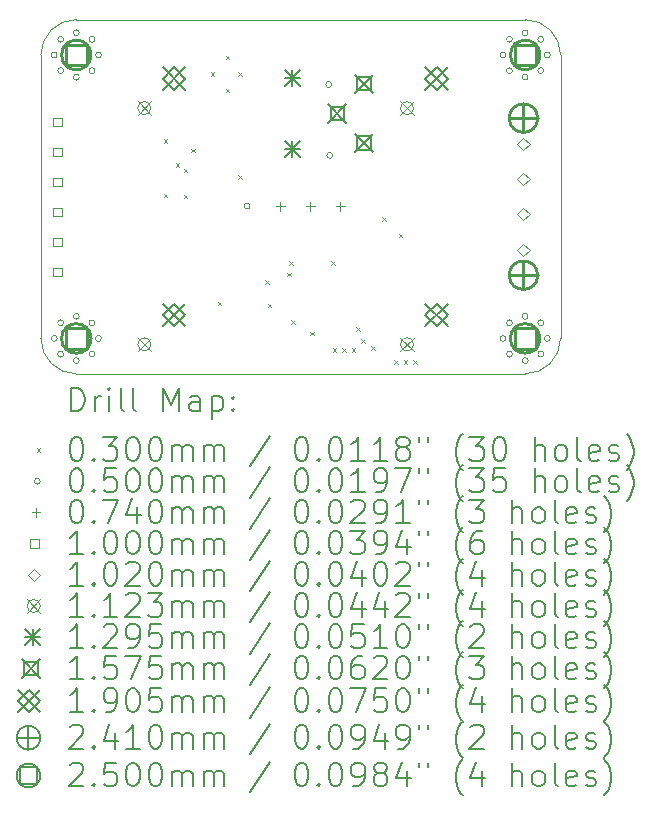
<source format=gbr>
%TF.GenerationSoftware,KiCad,Pcbnew,8.0.9*%
%TF.CreationDate,2025-04-23T02:57:46-04:00*%
%TF.ProjectId,digital-gate-driver,64696769-7461-46c2-9d67-6174652d6472,rev?*%
%TF.SameCoordinates,Original*%
%TF.FileFunction,Drillmap*%
%TF.FilePolarity,Positive*%
%FSLAX45Y45*%
G04 Gerber Fmt 4.5, Leading zero omitted, Abs format (unit mm)*
G04 Created by KiCad (PCBNEW 8.0.9) date 2025-04-23 02:57:46*
%MOMM*%
%LPD*%
G01*
G04 APERTURE LIST*
%ADD10C,0.100000*%
%ADD11C,0.200000*%
%ADD12C,0.102000*%
%ADD13C,0.112300*%
%ADD14C,0.129540*%
%ADD15C,0.157480*%
%ADD16C,0.190500*%
%ADD17C,0.241000*%
%ADD18C,0.250000*%
G04 APERTURE END LIST*
D10*
X17414000Y-7580000D02*
X17414000Y-7580000D01*
G75*
G02*
X17714000Y-7880000I0J-300000D01*
G01*
X17714000Y-10280000D01*
G75*
G02*
X17414000Y-10580000I-300000J0D01*
G01*
X13614000Y-10580000D01*
G75*
G02*
X13314000Y-10280000I0J300000D01*
G01*
X13314000Y-7880000D01*
G75*
G02*
X13614000Y-7580000I300000J0D01*
G01*
X17414000Y-7580000D01*
D11*
D10*
X14355000Y-8595000D02*
X14385000Y-8625000D01*
X14385000Y-8595000D02*
X14355000Y-8625000D01*
X14355000Y-9055000D02*
X14385000Y-9085000D01*
X14385000Y-9055000D02*
X14355000Y-9085000D01*
X14455000Y-8795000D02*
X14485000Y-8825000D01*
X14485000Y-8795000D02*
X14455000Y-8825000D01*
X14525000Y-8845000D02*
X14555000Y-8875000D01*
X14555000Y-8845000D02*
X14525000Y-8875000D01*
X14525000Y-9065000D02*
X14555000Y-9095000D01*
X14555000Y-9065000D02*
X14525000Y-9095000D01*
X14585000Y-8675000D02*
X14615000Y-8705000D01*
X14615000Y-8675000D02*
X14585000Y-8705000D01*
X14752827Y-8025000D02*
X14782827Y-8055000D01*
X14782827Y-8025000D02*
X14752827Y-8055000D01*
X14813000Y-9967500D02*
X14843000Y-9997500D01*
X14843000Y-9967500D02*
X14813000Y-9997500D01*
X14877827Y-7885000D02*
X14907827Y-7915000D01*
X14907827Y-7885000D02*
X14877827Y-7915000D01*
X14877827Y-8165000D02*
X14907827Y-8195000D01*
X14907827Y-8165000D02*
X14877827Y-8195000D01*
X14985000Y-8025000D02*
X15015000Y-8055000D01*
X15015000Y-8025000D02*
X14985000Y-8055000D01*
X14985000Y-8900050D02*
X15015000Y-8930050D01*
X15015000Y-8900050D02*
X14985000Y-8930050D01*
X15215380Y-9785000D02*
X15245380Y-9815000D01*
X15245380Y-9785000D02*
X15215380Y-9815000D01*
X15233000Y-9985000D02*
X15263000Y-10015000D01*
X15263000Y-9985000D02*
X15233000Y-10015000D01*
X15399100Y-9722587D02*
X15429100Y-9752587D01*
X15429100Y-9722587D02*
X15399100Y-9752587D01*
X15415000Y-9625000D02*
X15445000Y-9655000D01*
X15445000Y-9625000D02*
X15415000Y-9655000D01*
X15433000Y-10125000D02*
X15463000Y-10155000D01*
X15463000Y-10125000D02*
X15433000Y-10155000D01*
X15593000Y-10225000D02*
X15623000Y-10255000D01*
X15623000Y-10225000D02*
X15593000Y-10255000D01*
X15773000Y-9625000D02*
X15803000Y-9655000D01*
X15803000Y-9625000D02*
X15773000Y-9655000D01*
X15785000Y-10365000D02*
X15815000Y-10395000D01*
X15815000Y-10365000D02*
X15785000Y-10395000D01*
X15865000Y-10365000D02*
X15895000Y-10395000D01*
X15895000Y-10365000D02*
X15865000Y-10395000D01*
X15945000Y-10365000D02*
X15975000Y-10395000D01*
X15975000Y-10365000D02*
X15945000Y-10395000D01*
X15985000Y-10185000D02*
X16015000Y-10215000D01*
X16015000Y-10185000D02*
X15985000Y-10215000D01*
X16025000Y-10285000D02*
X16055000Y-10315000D01*
X16055000Y-10285000D02*
X16025000Y-10315000D01*
X16113000Y-10345000D02*
X16143000Y-10375000D01*
X16143000Y-10345000D02*
X16113000Y-10375000D01*
X16205000Y-9255000D02*
X16235000Y-9285000D01*
X16235000Y-9255000D02*
X16205000Y-9285000D01*
X16305000Y-10465000D02*
X16335000Y-10495000D01*
X16335000Y-10465000D02*
X16305000Y-10495000D01*
X16345000Y-9395000D02*
X16375000Y-9425000D01*
X16375000Y-9395000D02*
X16345000Y-9425000D01*
X16385000Y-10465000D02*
X16415000Y-10495000D01*
X16415000Y-10465000D02*
X16385000Y-10495000D01*
X16465000Y-10465000D02*
X16495000Y-10495000D01*
X16495000Y-10465000D02*
X16465000Y-10495000D01*
X13451500Y-7880000D02*
G75*
G02*
X13401500Y-7880000I-25000J0D01*
G01*
X13401500Y-7880000D02*
G75*
G02*
X13451500Y-7880000I25000J0D01*
G01*
X13451500Y-10280000D02*
G75*
G02*
X13401500Y-10280000I-25000J0D01*
G01*
X13401500Y-10280000D02*
G75*
G02*
X13451500Y-10280000I25000J0D01*
G01*
X13506417Y-7747417D02*
G75*
G02*
X13456417Y-7747417I-25000J0D01*
G01*
X13456417Y-7747417D02*
G75*
G02*
X13506417Y-7747417I25000J0D01*
G01*
X13506417Y-8012582D02*
G75*
G02*
X13456417Y-8012582I-25000J0D01*
G01*
X13456417Y-8012582D02*
G75*
G02*
X13506417Y-8012582I25000J0D01*
G01*
X13506418Y-10147417D02*
G75*
G02*
X13456418Y-10147417I-25000J0D01*
G01*
X13456418Y-10147417D02*
G75*
G02*
X13506418Y-10147417I25000J0D01*
G01*
X13506418Y-10412582D02*
G75*
G02*
X13456418Y-10412582I-25000J0D01*
G01*
X13456418Y-10412582D02*
G75*
G02*
X13506418Y-10412582I25000J0D01*
G01*
X13639000Y-7692500D02*
G75*
G02*
X13589000Y-7692500I-25000J0D01*
G01*
X13589000Y-7692500D02*
G75*
G02*
X13639000Y-7692500I25000J0D01*
G01*
X13639000Y-8067500D02*
G75*
G02*
X13589000Y-8067500I-25000J0D01*
G01*
X13589000Y-8067500D02*
G75*
G02*
X13639000Y-8067500I25000J0D01*
G01*
X13639000Y-10092500D02*
G75*
G02*
X13589000Y-10092500I-25000J0D01*
G01*
X13589000Y-10092500D02*
G75*
G02*
X13639000Y-10092500I25000J0D01*
G01*
X13639000Y-10467500D02*
G75*
G02*
X13589000Y-10467500I-25000J0D01*
G01*
X13589000Y-10467500D02*
G75*
G02*
X13639000Y-10467500I25000J0D01*
G01*
X13771582Y-7747417D02*
G75*
G02*
X13721582Y-7747417I-25000J0D01*
G01*
X13721582Y-7747417D02*
G75*
G02*
X13771582Y-7747417I25000J0D01*
G01*
X13771582Y-8012582D02*
G75*
G02*
X13721582Y-8012582I-25000J0D01*
G01*
X13721582Y-8012582D02*
G75*
G02*
X13771582Y-8012582I25000J0D01*
G01*
X13771583Y-10147417D02*
G75*
G02*
X13721583Y-10147417I-25000J0D01*
G01*
X13721583Y-10147417D02*
G75*
G02*
X13771583Y-10147417I25000J0D01*
G01*
X13771583Y-10412582D02*
G75*
G02*
X13721583Y-10412582I-25000J0D01*
G01*
X13721583Y-10412582D02*
G75*
G02*
X13771583Y-10412582I25000J0D01*
G01*
X13826500Y-7880000D02*
G75*
G02*
X13776500Y-7880000I-25000J0D01*
G01*
X13776500Y-7880000D02*
G75*
G02*
X13826500Y-7880000I25000J0D01*
G01*
X13826500Y-10280000D02*
G75*
G02*
X13776500Y-10280000I-25000J0D01*
G01*
X13776500Y-10280000D02*
G75*
G02*
X13826500Y-10280000I25000J0D01*
G01*
X15085000Y-9160000D02*
G75*
G02*
X15035000Y-9160000I-25000J0D01*
G01*
X15035000Y-9160000D02*
G75*
G02*
X15085000Y-9160000I25000J0D01*
G01*
X15775000Y-8130000D02*
G75*
G02*
X15725000Y-8130000I-25000J0D01*
G01*
X15725000Y-8130000D02*
G75*
G02*
X15775000Y-8130000I25000J0D01*
G01*
X15785000Y-8730000D02*
G75*
G02*
X15735000Y-8730000I-25000J0D01*
G01*
X15735000Y-8730000D02*
G75*
G02*
X15785000Y-8730000I25000J0D01*
G01*
X17251500Y-7880000D02*
G75*
G02*
X17201500Y-7880000I-25000J0D01*
G01*
X17201500Y-7880000D02*
G75*
G02*
X17251500Y-7880000I25000J0D01*
G01*
X17251500Y-10280000D02*
G75*
G02*
X17201500Y-10280000I-25000J0D01*
G01*
X17201500Y-10280000D02*
G75*
G02*
X17251500Y-10280000I25000J0D01*
G01*
X17306418Y-7747417D02*
G75*
G02*
X17256418Y-7747417I-25000J0D01*
G01*
X17256418Y-7747417D02*
G75*
G02*
X17306418Y-7747417I25000J0D01*
G01*
X17306418Y-8012582D02*
G75*
G02*
X17256418Y-8012582I-25000J0D01*
G01*
X17256418Y-8012582D02*
G75*
G02*
X17306418Y-8012582I25000J0D01*
G01*
X17306418Y-10147417D02*
G75*
G02*
X17256418Y-10147417I-25000J0D01*
G01*
X17256418Y-10147417D02*
G75*
G02*
X17306418Y-10147417I25000J0D01*
G01*
X17306418Y-10412582D02*
G75*
G02*
X17256418Y-10412582I-25000J0D01*
G01*
X17256418Y-10412582D02*
G75*
G02*
X17306418Y-10412582I25000J0D01*
G01*
X17439000Y-7692500D02*
G75*
G02*
X17389000Y-7692500I-25000J0D01*
G01*
X17389000Y-7692500D02*
G75*
G02*
X17439000Y-7692500I25000J0D01*
G01*
X17439000Y-8067500D02*
G75*
G02*
X17389000Y-8067500I-25000J0D01*
G01*
X17389000Y-8067500D02*
G75*
G02*
X17439000Y-8067500I25000J0D01*
G01*
X17439000Y-10092500D02*
G75*
G02*
X17389000Y-10092500I-25000J0D01*
G01*
X17389000Y-10092500D02*
G75*
G02*
X17439000Y-10092500I25000J0D01*
G01*
X17439000Y-10467500D02*
G75*
G02*
X17389000Y-10467500I-25000J0D01*
G01*
X17389000Y-10467500D02*
G75*
G02*
X17439000Y-10467500I25000J0D01*
G01*
X17571583Y-7747417D02*
G75*
G02*
X17521583Y-7747417I-25000J0D01*
G01*
X17521583Y-7747417D02*
G75*
G02*
X17571583Y-7747417I25000J0D01*
G01*
X17571583Y-8012582D02*
G75*
G02*
X17521583Y-8012582I-25000J0D01*
G01*
X17521583Y-8012582D02*
G75*
G02*
X17571583Y-8012582I25000J0D01*
G01*
X17571583Y-10147417D02*
G75*
G02*
X17521583Y-10147417I-25000J0D01*
G01*
X17521583Y-10147417D02*
G75*
G02*
X17571583Y-10147417I25000J0D01*
G01*
X17571583Y-10412582D02*
G75*
G02*
X17521583Y-10412582I-25000J0D01*
G01*
X17521583Y-10412582D02*
G75*
G02*
X17571583Y-10412582I25000J0D01*
G01*
X17626500Y-7880000D02*
G75*
G02*
X17576500Y-7880000I-25000J0D01*
G01*
X17576500Y-7880000D02*
G75*
G02*
X17626500Y-7880000I25000J0D01*
G01*
X17626500Y-10280000D02*
G75*
G02*
X17576500Y-10280000I-25000J0D01*
G01*
X17576500Y-10280000D02*
G75*
G02*
X17626500Y-10280000I25000J0D01*
G01*
X15340000Y-9123000D02*
X15340000Y-9197000D01*
X15303000Y-9160000D02*
X15377000Y-9160000D01*
X15594000Y-9123000D02*
X15594000Y-9197000D01*
X15557000Y-9160000D02*
X15631000Y-9160000D01*
X15848000Y-9123000D02*
X15848000Y-9197000D01*
X15811000Y-9160000D02*
X15885000Y-9160000D01*
X13489356Y-8480356D02*
X13489356Y-8409644D01*
X13418644Y-8409644D01*
X13418644Y-8480356D01*
X13489356Y-8480356D01*
X13489356Y-8734356D02*
X13489356Y-8663644D01*
X13418644Y-8663644D01*
X13418644Y-8734356D01*
X13489356Y-8734356D01*
X13489356Y-8988356D02*
X13489356Y-8917644D01*
X13418644Y-8917644D01*
X13418644Y-8988356D01*
X13489356Y-8988356D01*
X13489356Y-9242356D02*
X13489356Y-9171644D01*
X13418644Y-9171644D01*
X13418644Y-9242356D01*
X13489356Y-9242356D01*
X13489356Y-9496356D02*
X13489356Y-9425644D01*
X13418644Y-9425644D01*
X13418644Y-9496356D01*
X13489356Y-9496356D01*
X13489356Y-9750356D02*
X13489356Y-9679644D01*
X13418644Y-9679644D01*
X13418644Y-9750356D01*
X13489356Y-9750356D01*
D12*
X17400000Y-8681000D02*
X17451000Y-8630000D01*
X17400000Y-8579000D01*
X17349000Y-8630000D01*
X17400000Y-8681000D01*
X17400000Y-8981000D02*
X17451000Y-8930000D01*
X17400000Y-8879000D01*
X17349000Y-8930000D01*
X17400000Y-8981000D01*
X17400000Y-9281000D02*
X17451000Y-9230000D01*
X17400000Y-9179000D01*
X17349000Y-9230000D01*
X17400000Y-9281000D01*
X17400000Y-9581000D02*
X17451000Y-9530000D01*
X17400000Y-9479000D01*
X17349000Y-9530000D01*
X17400000Y-9581000D01*
D13*
X14133850Y-8273850D02*
X14246150Y-8386150D01*
X14246150Y-8273850D02*
X14133850Y-8386150D01*
X14246150Y-8330000D02*
G75*
G02*
X14133850Y-8330000I-56150J0D01*
G01*
X14133850Y-8330000D02*
G75*
G02*
X14246150Y-8330000I56150J0D01*
G01*
X14133850Y-10273850D02*
X14246150Y-10386150D01*
X14246150Y-10273850D02*
X14133850Y-10386150D01*
X14246150Y-10330000D02*
G75*
G02*
X14133850Y-10330000I-56150J0D01*
G01*
X14133850Y-10330000D02*
G75*
G02*
X14246150Y-10330000I56150J0D01*
G01*
X16357850Y-8273850D02*
X16470150Y-8386150D01*
X16470150Y-8273850D02*
X16357850Y-8386150D01*
X16470150Y-8330000D02*
G75*
G02*
X16357850Y-8330000I-56150J0D01*
G01*
X16357850Y-8330000D02*
G75*
G02*
X16470150Y-8330000I56150J0D01*
G01*
X16357850Y-10273850D02*
X16470150Y-10386150D01*
X16470150Y-10273850D02*
X16357850Y-10386150D01*
X16470150Y-10330000D02*
G75*
G02*
X16357850Y-10330000I-56150J0D01*
G01*
X16357850Y-10330000D02*
G75*
G02*
X16470150Y-10330000I56150J0D01*
G01*
D14*
X15377403Y-8010280D02*
X15506943Y-8139820D01*
X15506943Y-8010280D02*
X15377403Y-8139820D01*
X15442173Y-8010280D02*
X15442173Y-8139820D01*
X15377403Y-8075050D02*
X15506943Y-8075050D01*
X15377403Y-8610280D02*
X15506943Y-8739820D01*
X15506943Y-8610280D02*
X15377403Y-8739820D01*
X15442173Y-8610280D02*
X15442173Y-8739820D01*
X15377403Y-8675050D02*
X15506943Y-8675050D01*
D15*
X15743433Y-8296310D02*
X15900913Y-8453790D01*
X15900913Y-8296310D02*
X15743433Y-8453790D01*
X15877851Y-8430728D02*
X15877851Y-8319372D01*
X15766494Y-8319372D01*
X15766494Y-8430728D01*
X15877851Y-8430728D01*
X15971260Y-8046310D02*
X16128740Y-8203790D01*
X16128740Y-8046310D02*
X15971260Y-8203790D01*
X16105678Y-8180728D02*
X16105678Y-8069372D01*
X15994322Y-8069372D01*
X15994322Y-8180728D01*
X16105678Y-8180728D01*
X15971260Y-8546310D02*
X16128740Y-8703790D01*
X16128740Y-8546310D02*
X15971260Y-8703790D01*
X16105678Y-8680728D02*
X16105678Y-8569372D01*
X15994322Y-8569372D01*
X15994322Y-8680728D01*
X16105678Y-8680728D01*
D16*
X14344750Y-7984750D02*
X14535250Y-8175250D01*
X14535250Y-7984750D02*
X14344750Y-8175250D01*
X14440000Y-8175250D02*
X14535250Y-8080000D01*
X14440000Y-7984750D01*
X14344750Y-8080000D01*
X14440000Y-8175250D01*
X14344750Y-9984750D02*
X14535250Y-10175250D01*
X14535250Y-9984750D02*
X14344750Y-10175250D01*
X14440000Y-10175250D02*
X14535250Y-10080000D01*
X14440000Y-9984750D01*
X14344750Y-10080000D01*
X14440000Y-10175250D01*
X16568750Y-7984750D02*
X16759250Y-8175250D01*
X16759250Y-7984750D02*
X16568750Y-8175250D01*
X16664000Y-8175250D02*
X16759250Y-8080000D01*
X16664000Y-7984750D01*
X16568750Y-8080000D01*
X16664000Y-8175250D01*
X16568750Y-9984750D02*
X16759250Y-10175250D01*
X16759250Y-9984750D02*
X16568750Y-10175250D01*
X16664000Y-10175250D02*
X16759250Y-10080000D01*
X16664000Y-9984750D01*
X16568750Y-10080000D01*
X16664000Y-10175250D01*
D17*
X17400000Y-8294500D02*
X17400000Y-8535500D01*
X17279500Y-8415000D02*
X17520500Y-8415000D01*
X17520500Y-8415000D02*
G75*
G02*
X17279500Y-8415000I-120500J0D01*
G01*
X17279500Y-8415000D02*
G75*
G02*
X17520500Y-8415000I120500J0D01*
G01*
X17400000Y-9624500D02*
X17400000Y-9865500D01*
X17279500Y-9745000D02*
X17520500Y-9745000D01*
X17520500Y-9745000D02*
G75*
G02*
X17279500Y-9745000I-120500J0D01*
G01*
X17279500Y-9745000D02*
G75*
G02*
X17520500Y-9745000I120500J0D01*
G01*
D18*
X13702389Y-7968389D02*
X13702389Y-7791611D01*
X13525611Y-7791611D01*
X13525611Y-7968389D01*
X13702389Y-7968389D01*
X13739000Y-7880000D02*
G75*
G02*
X13489000Y-7880000I-125000J0D01*
G01*
X13489000Y-7880000D02*
G75*
G02*
X13739000Y-7880000I125000J0D01*
G01*
X13702389Y-10368389D02*
X13702389Y-10191611D01*
X13525611Y-10191611D01*
X13525611Y-10368389D01*
X13702389Y-10368389D01*
X13739000Y-10280000D02*
G75*
G02*
X13489000Y-10280000I-125000J0D01*
G01*
X13489000Y-10280000D02*
G75*
G02*
X13739000Y-10280000I125000J0D01*
G01*
X17502389Y-7968389D02*
X17502389Y-7791611D01*
X17325611Y-7791611D01*
X17325611Y-7968389D01*
X17502389Y-7968389D01*
X17539000Y-7880000D02*
G75*
G02*
X17289000Y-7880000I-125000J0D01*
G01*
X17289000Y-7880000D02*
G75*
G02*
X17539000Y-7880000I125000J0D01*
G01*
X17502389Y-10368389D02*
X17502389Y-10191611D01*
X17325611Y-10191611D01*
X17325611Y-10368389D01*
X17502389Y-10368389D01*
X17539000Y-10280000D02*
G75*
G02*
X17289000Y-10280000I-125000J0D01*
G01*
X17289000Y-10280000D02*
G75*
G02*
X17539000Y-10280000I125000J0D01*
G01*
D11*
X13569777Y-10896484D02*
X13569777Y-10696484D01*
X13569777Y-10696484D02*
X13617396Y-10696484D01*
X13617396Y-10696484D02*
X13645967Y-10706008D01*
X13645967Y-10706008D02*
X13665015Y-10725055D01*
X13665015Y-10725055D02*
X13674539Y-10744103D01*
X13674539Y-10744103D02*
X13684062Y-10782198D01*
X13684062Y-10782198D02*
X13684062Y-10810769D01*
X13684062Y-10810769D02*
X13674539Y-10848865D01*
X13674539Y-10848865D02*
X13665015Y-10867912D01*
X13665015Y-10867912D02*
X13645967Y-10886960D01*
X13645967Y-10886960D02*
X13617396Y-10896484D01*
X13617396Y-10896484D02*
X13569777Y-10896484D01*
X13769777Y-10896484D02*
X13769777Y-10763150D01*
X13769777Y-10801246D02*
X13779301Y-10782198D01*
X13779301Y-10782198D02*
X13788824Y-10772674D01*
X13788824Y-10772674D02*
X13807872Y-10763150D01*
X13807872Y-10763150D02*
X13826920Y-10763150D01*
X13893586Y-10896484D02*
X13893586Y-10763150D01*
X13893586Y-10696484D02*
X13884062Y-10706008D01*
X13884062Y-10706008D02*
X13893586Y-10715531D01*
X13893586Y-10715531D02*
X13903110Y-10706008D01*
X13903110Y-10706008D02*
X13893586Y-10696484D01*
X13893586Y-10696484D02*
X13893586Y-10715531D01*
X14017396Y-10896484D02*
X13998348Y-10886960D01*
X13998348Y-10886960D02*
X13988824Y-10867912D01*
X13988824Y-10867912D02*
X13988824Y-10696484D01*
X14122158Y-10896484D02*
X14103110Y-10886960D01*
X14103110Y-10886960D02*
X14093586Y-10867912D01*
X14093586Y-10867912D02*
X14093586Y-10696484D01*
X14350729Y-10896484D02*
X14350729Y-10696484D01*
X14350729Y-10696484D02*
X14417396Y-10839341D01*
X14417396Y-10839341D02*
X14484062Y-10696484D01*
X14484062Y-10696484D02*
X14484062Y-10896484D01*
X14665015Y-10896484D02*
X14665015Y-10791722D01*
X14665015Y-10791722D02*
X14655491Y-10772674D01*
X14655491Y-10772674D02*
X14636443Y-10763150D01*
X14636443Y-10763150D02*
X14598348Y-10763150D01*
X14598348Y-10763150D02*
X14579301Y-10772674D01*
X14665015Y-10886960D02*
X14645967Y-10896484D01*
X14645967Y-10896484D02*
X14598348Y-10896484D01*
X14598348Y-10896484D02*
X14579301Y-10886960D01*
X14579301Y-10886960D02*
X14569777Y-10867912D01*
X14569777Y-10867912D02*
X14569777Y-10848865D01*
X14569777Y-10848865D02*
X14579301Y-10829817D01*
X14579301Y-10829817D02*
X14598348Y-10820293D01*
X14598348Y-10820293D02*
X14645967Y-10820293D01*
X14645967Y-10820293D02*
X14665015Y-10810769D01*
X14760253Y-10763150D02*
X14760253Y-10963150D01*
X14760253Y-10772674D02*
X14779301Y-10763150D01*
X14779301Y-10763150D02*
X14817396Y-10763150D01*
X14817396Y-10763150D02*
X14836443Y-10772674D01*
X14836443Y-10772674D02*
X14845967Y-10782198D01*
X14845967Y-10782198D02*
X14855491Y-10801246D01*
X14855491Y-10801246D02*
X14855491Y-10858388D01*
X14855491Y-10858388D02*
X14845967Y-10877436D01*
X14845967Y-10877436D02*
X14836443Y-10886960D01*
X14836443Y-10886960D02*
X14817396Y-10896484D01*
X14817396Y-10896484D02*
X14779301Y-10896484D01*
X14779301Y-10896484D02*
X14760253Y-10886960D01*
X14941205Y-10877436D02*
X14950729Y-10886960D01*
X14950729Y-10886960D02*
X14941205Y-10896484D01*
X14941205Y-10896484D02*
X14931682Y-10886960D01*
X14931682Y-10886960D02*
X14941205Y-10877436D01*
X14941205Y-10877436D02*
X14941205Y-10896484D01*
X14941205Y-10772674D02*
X14950729Y-10782198D01*
X14950729Y-10782198D02*
X14941205Y-10791722D01*
X14941205Y-10791722D02*
X14931682Y-10782198D01*
X14931682Y-10782198D02*
X14941205Y-10772674D01*
X14941205Y-10772674D02*
X14941205Y-10791722D01*
D10*
X13279000Y-11210000D02*
X13309000Y-11240000D01*
X13309000Y-11210000D02*
X13279000Y-11240000D01*
D11*
X13607872Y-11116484D02*
X13626920Y-11116484D01*
X13626920Y-11116484D02*
X13645967Y-11126008D01*
X13645967Y-11126008D02*
X13655491Y-11135531D01*
X13655491Y-11135531D02*
X13665015Y-11154579D01*
X13665015Y-11154579D02*
X13674539Y-11192674D01*
X13674539Y-11192674D02*
X13674539Y-11240293D01*
X13674539Y-11240293D02*
X13665015Y-11278388D01*
X13665015Y-11278388D02*
X13655491Y-11297436D01*
X13655491Y-11297436D02*
X13645967Y-11306960D01*
X13645967Y-11306960D02*
X13626920Y-11316484D01*
X13626920Y-11316484D02*
X13607872Y-11316484D01*
X13607872Y-11316484D02*
X13588824Y-11306960D01*
X13588824Y-11306960D02*
X13579301Y-11297436D01*
X13579301Y-11297436D02*
X13569777Y-11278388D01*
X13569777Y-11278388D02*
X13560253Y-11240293D01*
X13560253Y-11240293D02*
X13560253Y-11192674D01*
X13560253Y-11192674D02*
X13569777Y-11154579D01*
X13569777Y-11154579D02*
X13579301Y-11135531D01*
X13579301Y-11135531D02*
X13588824Y-11126008D01*
X13588824Y-11126008D02*
X13607872Y-11116484D01*
X13760253Y-11297436D02*
X13769777Y-11306960D01*
X13769777Y-11306960D02*
X13760253Y-11316484D01*
X13760253Y-11316484D02*
X13750729Y-11306960D01*
X13750729Y-11306960D02*
X13760253Y-11297436D01*
X13760253Y-11297436D02*
X13760253Y-11316484D01*
X13836443Y-11116484D02*
X13960253Y-11116484D01*
X13960253Y-11116484D02*
X13893586Y-11192674D01*
X13893586Y-11192674D02*
X13922158Y-11192674D01*
X13922158Y-11192674D02*
X13941205Y-11202198D01*
X13941205Y-11202198D02*
X13950729Y-11211722D01*
X13950729Y-11211722D02*
X13960253Y-11230769D01*
X13960253Y-11230769D02*
X13960253Y-11278388D01*
X13960253Y-11278388D02*
X13950729Y-11297436D01*
X13950729Y-11297436D02*
X13941205Y-11306960D01*
X13941205Y-11306960D02*
X13922158Y-11316484D01*
X13922158Y-11316484D02*
X13865015Y-11316484D01*
X13865015Y-11316484D02*
X13845967Y-11306960D01*
X13845967Y-11306960D02*
X13836443Y-11297436D01*
X14084062Y-11116484D02*
X14103110Y-11116484D01*
X14103110Y-11116484D02*
X14122158Y-11126008D01*
X14122158Y-11126008D02*
X14131682Y-11135531D01*
X14131682Y-11135531D02*
X14141205Y-11154579D01*
X14141205Y-11154579D02*
X14150729Y-11192674D01*
X14150729Y-11192674D02*
X14150729Y-11240293D01*
X14150729Y-11240293D02*
X14141205Y-11278388D01*
X14141205Y-11278388D02*
X14131682Y-11297436D01*
X14131682Y-11297436D02*
X14122158Y-11306960D01*
X14122158Y-11306960D02*
X14103110Y-11316484D01*
X14103110Y-11316484D02*
X14084062Y-11316484D01*
X14084062Y-11316484D02*
X14065015Y-11306960D01*
X14065015Y-11306960D02*
X14055491Y-11297436D01*
X14055491Y-11297436D02*
X14045967Y-11278388D01*
X14045967Y-11278388D02*
X14036443Y-11240293D01*
X14036443Y-11240293D02*
X14036443Y-11192674D01*
X14036443Y-11192674D02*
X14045967Y-11154579D01*
X14045967Y-11154579D02*
X14055491Y-11135531D01*
X14055491Y-11135531D02*
X14065015Y-11126008D01*
X14065015Y-11126008D02*
X14084062Y-11116484D01*
X14274539Y-11116484D02*
X14293586Y-11116484D01*
X14293586Y-11116484D02*
X14312634Y-11126008D01*
X14312634Y-11126008D02*
X14322158Y-11135531D01*
X14322158Y-11135531D02*
X14331682Y-11154579D01*
X14331682Y-11154579D02*
X14341205Y-11192674D01*
X14341205Y-11192674D02*
X14341205Y-11240293D01*
X14341205Y-11240293D02*
X14331682Y-11278388D01*
X14331682Y-11278388D02*
X14322158Y-11297436D01*
X14322158Y-11297436D02*
X14312634Y-11306960D01*
X14312634Y-11306960D02*
X14293586Y-11316484D01*
X14293586Y-11316484D02*
X14274539Y-11316484D01*
X14274539Y-11316484D02*
X14255491Y-11306960D01*
X14255491Y-11306960D02*
X14245967Y-11297436D01*
X14245967Y-11297436D02*
X14236443Y-11278388D01*
X14236443Y-11278388D02*
X14226920Y-11240293D01*
X14226920Y-11240293D02*
X14226920Y-11192674D01*
X14226920Y-11192674D02*
X14236443Y-11154579D01*
X14236443Y-11154579D02*
X14245967Y-11135531D01*
X14245967Y-11135531D02*
X14255491Y-11126008D01*
X14255491Y-11126008D02*
X14274539Y-11116484D01*
X14426920Y-11316484D02*
X14426920Y-11183150D01*
X14426920Y-11202198D02*
X14436443Y-11192674D01*
X14436443Y-11192674D02*
X14455491Y-11183150D01*
X14455491Y-11183150D02*
X14484063Y-11183150D01*
X14484063Y-11183150D02*
X14503110Y-11192674D01*
X14503110Y-11192674D02*
X14512634Y-11211722D01*
X14512634Y-11211722D02*
X14512634Y-11316484D01*
X14512634Y-11211722D02*
X14522158Y-11192674D01*
X14522158Y-11192674D02*
X14541205Y-11183150D01*
X14541205Y-11183150D02*
X14569777Y-11183150D01*
X14569777Y-11183150D02*
X14588824Y-11192674D01*
X14588824Y-11192674D02*
X14598348Y-11211722D01*
X14598348Y-11211722D02*
X14598348Y-11316484D01*
X14693586Y-11316484D02*
X14693586Y-11183150D01*
X14693586Y-11202198D02*
X14703110Y-11192674D01*
X14703110Y-11192674D02*
X14722158Y-11183150D01*
X14722158Y-11183150D02*
X14750729Y-11183150D01*
X14750729Y-11183150D02*
X14769777Y-11192674D01*
X14769777Y-11192674D02*
X14779301Y-11211722D01*
X14779301Y-11211722D02*
X14779301Y-11316484D01*
X14779301Y-11211722D02*
X14788824Y-11192674D01*
X14788824Y-11192674D02*
X14807872Y-11183150D01*
X14807872Y-11183150D02*
X14836443Y-11183150D01*
X14836443Y-11183150D02*
X14855491Y-11192674D01*
X14855491Y-11192674D02*
X14865015Y-11211722D01*
X14865015Y-11211722D02*
X14865015Y-11316484D01*
X15255491Y-11106960D02*
X15084063Y-11364103D01*
X15512634Y-11116484D02*
X15531682Y-11116484D01*
X15531682Y-11116484D02*
X15550729Y-11126008D01*
X15550729Y-11126008D02*
X15560253Y-11135531D01*
X15560253Y-11135531D02*
X15569777Y-11154579D01*
X15569777Y-11154579D02*
X15579301Y-11192674D01*
X15579301Y-11192674D02*
X15579301Y-11240293D01*
X15579301Y-11240293D02*
X15569777Y-11278388D01*
X15569777Y-11278388D02*
X15560253Y-11297436D01*
X15560253Y-11297436D02*
X15550729Y-11306960D01*
X15550729Y-11306960D02*
X15531682Y-11316484D01*
X15531682Y-11316484D02*
X15512634Y-11316484D01*
X15512634Y-11316484D02*
X15493586Y-11306960D01*
X15493586Y-11306960D02*
X15484063Y-11297436D01*
X15484063Y-11297436D02*
X15474539Y-11278388D01*
X15474539Y-11278388D02*
X15465015Y-11240293D01*
X15465015Y-11240293D02*
X15465015Y-11192674D01*
X15465015Y-11192674D02*
X15474539Y-11154579D01*
X15474539Y-11154579D02*
X15484063Y-11135531D01*
X15484063Y-11135531D02*
X15493586Y-11126008D01*
X15493586Y-11126008D02*
X15512634Y-11116484D01*
X15665015Y-11297436D02*
X15674539Y-11306960D01*
X15674539Y-11306960D02*
X15665015Y-11316484D01*
X15665015Y-11316484D02*
X15655491Y-11306960D01*
X15655491Y-11306960D02*
X15665015Y-11297436D01*
X15665015Y-11297436D02*
X15665015Y-11316484D01*
X15798348Y-11116484D02*
X15817396Y-11116484D01*
X15817396Y-11116484D02*
X15836444Y-11126008D01*
X15836444Y-11126008D02*
X15845967Y-11135531D01*
X15845967Y-11135531D02*
X15855491Y-11154579D01*
X15855491Y-11154579D02*
X15865015Y-11192674D01*
X15865015Y-11192674D02*
X15865015Y-11240293D01*
X15865015Y-11240293D02*
X15855491Y-11278388D01*
X15855491Y-11278388D02*
X15845967Y-11297436D01*
X15845967Y-11297436D02*
X15836444Y-11306960D01*
X15836444Y-11306960D02*
X15817396Y-11316484D01*
X15817396Y-11316484D02*
X15798348Y-11316484D01*
X15798348Y-11316484D02*
X15779301Y-11306960D01*
X15779301Y-11306960D02*
X15769777Y-11297436D01*
X15769777Y-11297436D02*
X15760253Y-11278388D01*
X15760253Y-11278388D02*
X15750729Y-11240293D01*
X15750729Y-11240293D02*
X15750729Y-11192674D01*
X15750729Y-11192674D02*
X15760253Y-11154579D01*
X15760253Y-11154579D02*
X15769777Y-11135531D01*
X15769777Y-11135531D02*
X15779301Y-11126008D01*
X15779301Y-11126008D02*
X15798348Y-11116484D01*
X16055491Y-11316484D02*
X15941206Y-11316484D01*
X15998348Y-11316484D02*
X15998348Y-11116484D01*
X15998348Y-11116484D02*
X15979301Y-11145055D01*
X15979301Y-11145055D02*
X15960253Y-11164103D01*
X15960253Y-11164103D02*
X15941206Y-11173627D01*
X16245967Y-11316484D02*
X16131682Y-11316484D01*
X16188825Y-11316484D02*
X16188825Y-11116484D01*
X16188825Y-11116484D02*
X16169777Y-11145055D01*
X16169777Y-11145055D02*
X16150729Y-11164103D01*
X16150729Y-11164103D02*
X16131682Y-11173627D01*
X16360253Y-11202198D02*
X16341206Y-11192674D01*
X16341206Y-11192674D02*
X16331682Y-11183150D01*
X16331682Y-11183150D02*
X16322158Y-11164103D01*
X16322158Y-11164103D02*
X16322158Y-11154579D01*
X16322158Y-11154579D02*
X16331682Y-11135531D01*
X16331682Y-11135531D02*
X16341206Y-11126008D01*
X16341206Y-11126008D02*
X16360253Y-11116484D01*
X16360253Y-11116484D02*
X16398348Y-11116484D01*
X16398348Y-11116484D02*
X16417396Y-11126008D01*
X16417396Y-11126008D02*
X16426920Y-11135531D01*
X16426920Y-11135531D02*
X16436444Y-11154579D01*
X16436444Y-11154579D02*
X16436444Y-11164103D01*
X16436444Y-11164103D02*
X16426920Y-11183150D01*
X16426920Y-11183150D02*
X16417396Y-11192674D01*
X16417396Y-11192674D02*
X16398348Y-11202198D01*
X16398348Y-11202198D02*
X16360253Y-11202198D01*
X16360253Y-11202198D02*
X16341206Y-11211722D01*
X16341206Y-11211722D02*
X16331682Y-11221246D01*
X16331682Y-11221246D02*
X16322158Y-11240293D01*
X16322158Y-11240293D02*
X16322158Y-11278388D01*
X16322158Y-11278388D02*
X16331682Y-11297436D01*
X16331682Y-11297436D02*
X16341206Y-11306960D01*
X16341206Y-11306960D02*
X16360253Y-11316484D01*
X16360253Y-11316484D02*
X16398348Y-11316484D01*
X16398348Y-11316484D02*
X16417396Y-11306960D01*
X16417396Y-11306960D02*
X16426920Y-11297436D01*
X16426920Y-11297436D02*
X16436444Y-11278388D01*
X16436444Y-11278388D02*
X16436444Y-11240293D01*
X16436444Y-11240293D02*
X16426920Y-11221246D01*
X16426920Y-11221246D02*
X16417396Y-11211722D01*
X16417396Y-11211722D02*
X16398348Y-11202198D01*
X16512634Y-11116484D02*
X16512634Y-11154579D01*
X16588825Y-11116484D02*
X16588825Y-11154579D01*
X16884063Y-11392674D02*
X16874539Y-11383150D01*
X16874539Y-11383150D02*
X16855491Y-11354579D01*
X16855491Y-11354579D02*
X16845968Y-11335531D01*
X16845968Y-11335531D02*
X16836444Y-11306960D01*
X16836444Y-11306960D02*
X16826920Y-11259341D01*
X16826920Y-11259341D02*
X16826920Y-11221246D01*
X16826920Y-11221246D02*
X16836444Y-11173627D01*
X16836444Y-11173627D02*
X16845968Y-11145055D01*
X16845968Y-11145055D02*
X16855491Y-11126008D01*
X16855491Y-11126008D02*
X16874539Y-11097436D01*
X16874539Y-11097436D02*
X16884063Y-11087912D01*
X16941206Y-11116484D02*
X17065015Y-11116484D01*
X17065015Y-11116484D02*
X16998349Y-11192674D01*
X16998349Y-11192674D02*
X17026920Y-11192674D01*
X17026920Y-11192674D02*
X17045968Y-11202198D01*
X17045968Y-11202198D02*
X17055491Y-11211722D01*
X17055491Y-11211722D02*
X17065015Y-11230769D01*
X17065015Y-11230769D02*
X17065015Y-11278388D01*
X17065015Y-11278388D02*
X17055491Y-11297436D01*
X17055491Y-11297436D02*
X17045968Y-11306960D01*
X17045968Y-11306960D02*
X17026920Y-11316484D01*
X17026920Y-11316484D02*
X16969777Y-11316484D01*
X16969777Y-11316484D02*
X16950730Y-11306960D01*
X16950730Y-11306960D02*
X16941206Y-11297436D01*
X17188825Y-11116484D02*
X17207872Y-11116484D01*
X17207872Y-11116484D02*
X17226920Y-11126008D01*
X17226920Y-11126008D02*
X17236444Y-11135531D01*
X17236444Y-11135531D02*
X17245968Y-11154579D01*
X17245968Y-11154579D02*
X17255491Y-11192674D01*
X17255491Y-11192674D02*
X17255491Y-11240293D01*
X17255491Y-11240293D02*
X17245968Y-11278388D01*
X17245968Y-11278388D02*
X17236444Y-11297436D01*
X17236444Y-11297436D02*
X17226920Y-11306960D01*
X17226920Y-11306960D02*
X17207872Y-11316484D01*
X17207872Y-11316484D02*
X17188825Y-11316484D01*
X17188825Y-11316484D02*
X17169777Y-11306960D01*
X17169777Y-11306960D02*
X17160253Y-11297436D01*
X17160253Y-11297436D02*
X17150730Y-11278388D01*
X17150730Y-11278388D02*
X17141206Y-11240293D01*
X17141206Y-11240293D02*
X17141206Y-11192674D01*
X17141206Y-11192674D02*
X17150730Y-11154579D01*
X17150730Y-11154579D02*
X17160253Y-11135531D01*
X17160253Y-11135531D02*
X17169777Y-11126008D01*
X17169777Y-11126008D02*
X17188825Y-11116484D01*
X17493587Y-11316484D02*
X17493587Y-11116484D01*
X17579301Y-11316484D02*
X17579301Y-11211722D01*
X17579301Y-11211722D02*
X17569777Y-11192674D01*
X17569777Y-11192674D02*
X17550730Y-11183150D01*
X17550730Y-11183150D02*
X17522158Y-11183150D01*
X17522158Y-11183150D02*
X17503111Y-11192674D01*
X17503111Y-11192674D02*
X17493587Y-11202198D01*
X17703111Y-11316484D02*
X17684063Y-11306960D01*
X17684063Y-11306960D02*
X17674539Y-11297436D01*
X17674539Y-11297436D02*
X17665015Y-11278388D01*
X17665015Y-11278388D02*
X17665015Y-11221246D01*
X17665015Y-11221246D02*
X17674539Y-11202198D01*
X17674539Y-11202198D02*
X17684063Y-11192674D01*
X17684063Y-11192674D02*
X17703111Y-11183150D01*
X17703111Y-11183150D02*
X17731682Y-11183150D01*
X17731682Y-11183150D02*
X17750730Y-11192674D01*
X17750730Y-11192674D02*
X17760253Y-11202198D01*
X17760253Y-11202198D02*
X17769777Y-11221246D01*
X17769777Y-11221246D02*
X17769777Y-11278388D01*
X17769777Y-11278388D02*
X17760253Y-11297436D01*
X17760253Y-11297436D02*
X17750730Y-11306960D01*
X17750730Y-11306960D02*
X17731682Y-11316484D01*
X17731682Y-11316484D02*
X17703111Y-11316484D01*
X17884063Y-11316484D02*
X17865015Y-11306960D01*
X17865015Y-11306960D02*
X17855492Y-11287912D01*
X17855492Y-11287912D02*
X17855492Y-11116484D01*
X18036444Y-11306960D02*
X18017396Y-11316484D01*
X18017396Y-11316484D02*
X17979301Y-11316484D01*
X17979301Y-11316484D02*
X17960253Y-11306960D01*
X17960253Y-11306960D02*
X17950730Y-11287912D01*
X17950730Y-11287912D02*
X17950730Y-11211722D01*
X17950730Y-11211722D02*
X17960253Y-11192674D01*
X17960253Y-11192674D02*
X17979301Y-11183150D01*
X17979301Y-11183150D02*
X18017396Y-11183150D01*
X18017396Y-11183150D02*
X18036444Y-11192674D01*
X18036444Y-11192674D02*
X18045968Y-11211722D01*
X18045968Y-11211722D02*
X18045968Y-11230769D01*
X18045968Y-11230769D02*
X17950730Y-11249817D01*
X18122158Y-11306960D02*
X18141206Y-11316484D01*
X18141206Y-11316484D02*
X18179301Y-11316484D01*
X18179301Y-11316484D02*
X18198349Y-11306960D01*
X18198349Y-11306960D02*
X18207873Y-11287912D01*
X18207873Y-11287912D02*
X18207873Y-11278388D01*
X18207873Y-11278388D02*
X18198349Y-11259341D01*
X18198349Y-11259341D02*
X18179301Y-11249817D01*
X18179301Y-11249817D02*
X18150730Y-11249817D01*
X18150730Y-11249817D02*
X18131682Y-11240293D01*
X18131682Y-11240293D02*
X18122158Y-11221246D01*
X18122158Y-11221246D02*
X18122158Y-11211722D01*
X18122158Y-11211722D02*
X18131682Y-11192674D01*
X18131682Y-11192674D02*
X18150730Y-11183150D01*
X18150730Y-11183150D02*
X18179301Y-11183150D01*
X18179301Y-11183150D02*
X18198349Y-11192674D01*
X18274539Y-11392674D02*
X18284063Y-11383150D01*
X18284063Y-11383150D02*
X18303111Y-11354579D01*
X18303111Y-11354579D02*
X18312634Y-11335531D01*
X18312634Y-11335531D02*
X18322158Y-11306960D01*
X18322158Y-11306960D02*
X18331682Y-11259341D01*
X18331682Y-11259341D02*
X18331682Y-11221246D01*
X18331682Y-11221246D02*
X18322158Y-11173627D01*
X18322158Y-11173627D02*
X18312634Y-11145055D01*
X18312634Y-11145055D02*
X18303111Y-11126008D01*
X18303111Y-11126008D02*
X18284063Y-11097436D01*
X18284063Y-11097436D02*
X18274539Y-11087912D01*
D10*
X13309000Y-11489000D02*
G75*
G02*
X13259000Y-11489000I-25000J0D01*
G01*
X13259000Y-11489000D02*
G75*
G02*
X13309000Y-11489000I25000J0D01*
G01*
D11*
X13607872Y-11380484D02*
X13626920Y-11380484D01*
X13626920Y-11380484D02*
X13645967Y-11390007D01*
X13645967Y-11390007D02*
X13655491Y-11399531D01*
X13655491Y-11399531D02*
X13665015Y-11418579D01*
X13665015Y-11418579D02*
X13674539Y-11456674D01*
X13674539Y-11456674D02*
X13674539Y-11504293D01*
X13674539Y-11504293D02*
X13665015Y-11542388D01*
X13665015Y-11542388D02*
X13655491Y-11561436D01*
X13655491Y-11561436D02*
X13645967Y-11570960D01*
X13645967Y-11570960D02*
X13626920Y-11580484D01*
X13626920Y-11580484D02*
X13607872Y-11580484D01*
X13607872Y-11580484D02*
X13588824Y-11570960D01*
X13588824Y-11570960D02*
X13579301Y-11561436D01*
X13579301Y-11561436D02*
X13569777Y-11542388D01*
X13569777Y-11542388D02*
X13560253Y-11504293D01*
X13560253Y-11504293D02*
X13560253Y-11456674D01*
X13560253Y-11456674D02*
X13569777Y-11418579D01*
X13569777Y-11418579D02*
X13579301Y-11399531D01*
X13579301Y-11399531D02*
X13588824Y-11390007D01*
X13588824Y-11390007D02*
X13607872Y-11380484D01*
X13760253Y-11561436D02*
X13769777Y-11570960D01*
X13769777Y-11570960D02*
X13760253Y-11580484D01*
X13760253Y-11580484D02*
X13750729Y-11570960D01*
X13750729Y-11570960D02*
X13760253Y-11561436D01*
X13760253Y-11561436D02*
X13760253Y-11580484D01*
X13950729Y-11380484D02*
X13855491Y-11380484D01*
X13855491Y-11380484D02*
X13845967Y-11475722D01*
X13845967Y-11475722D02*
X13855491Y-11466198D01*
X13855491Y-11466198D02*
X13874539Y-11456674D01*
X13874539Y-11456674D02*
X13922158Y-11456674D01*
X13922158Y-11456674D02*
X13941205Y-11466198D01*
X13941205Y-11466198D02*
X13950729Y-11475722D01*
X13950729Y-11475722D02*
X13960253Y-11494769D01*
X13960253Y-11494769D02*
X13960253Y-11542388D01*
X13960253Y-11542388D02*
X13950729Y-11561436D01*
X13950729Y-11561436D02*
X13941205Y-11570960D01*
X13941205Y-11570960D02*
X13922158Y-11580484D01*
X13922158Y-11580484D02*
X13874539Y-11580484D01*
X13874539Y-11580484D02*
X13855491Y-11570960D01*
X13855491Y-11570960D02*
X13845967Y-11561436D01*
X14084062Y-11380484D02*
X14103110Y-11380484D01*
X14103110Y-11380484D02*
X14122158Y-11390007D01*
X14122158Y-11390007D02*
X14131682Y-11399531D01*
X14131682Y-11399531D02*
X14141205Y-11418579D01*
X14141205Y-11418579D02*
X14150729Y-11456674D01*
X14150729Y-11456674D02*
X14150729Y-11504293D01*
X14150729Y-11504293D02*
X14141205Y-11542388D01*
X14141205Y-11542388D02*
X14131682Y-11561436D01*
X14131682Y-11561436D02*
X14122158Y-11570960D01*
X14122158Y-11570960D02*
X14103110Y-11580484D01*
X14103110Y-11580484D02*
X14084062Y-11580484D01*
X14084062Y-11580484D02*
X14065015Y-11570960D01*
X14065015Y-11570960D02*
X14055491Y-11561436D01*
X14055491Y-11561436D02*
X14045967Y-11542388D01*
X14045967Y-11542388D02*
X14036443Y-11504293D01*
X14036443Y-11504293D02*
X14036443Y-11456674D01*
X14036443Y-11456674D02*
X14045967Y-11418579D01*
X14045967Y-11418579D02*
X14055491Y-11399531D01*
X14055491Y-11399531D02*
X14065015Y-11390007D01*
X14065015Y-11390007D02*
X14084062Y-11380484D01*
X14274539Y-11380484D02*
X14293586Y-11380484D01*
X14293586Y-11380484D02*
X14312634Y-11390007D01*
X14312634Y-11390007D02*
X14322158Y-11399531D01*
X14322158Y-11399531D02*
X14331682Y-11418579D01*
X14331682Y-11418579D02*
X14341205Y-11456674D01*
X14341205Y-11456674D02*
X14341205Y-11504293D01*
X14341205Y-11504293D02*
X14331682Y-11542388D01*
X14331682Y-11542388D02*
X14322158Y-11561436D01*
X14322158Y-11561436D02*
X14312634Y-11570960D01*
X14312634Y-11570960D02*
X14293586Y-11580484D01*
X14293586Y-11580484D02*
X14274539Y-11580484D01*
X14274539Y-11580484D02*
X14255491Y-11570960D01*
X14255491Y-11570960D02*
X14245967Y-11561436D01*
X14245967Y-11561436D02*
X14236443Y-11542388D01*
X14236443Y-11542388D02*
X14226920Y-11504293D01*
X14226920Y-11504293D02*
X14226920Y-11456674D01*
X14226920Y-11456674D02*
X14236443Y-11418579D01*
X14236443Y-11418579D02*
X14245967Y-11399531D01*
X14245967Y-11399531D02*
X14255491Y-11390007D01*
X14255491Y-11390007D02*
X14274539Y-11380484D01*
X14426920Y-11580484D02*
X14426920Y-11447150D01*
X14426920Y-11466198D02*
X14436443Y-11456674D01*
X14436443Y-11456674D02*
X14455491Y-11447150D01*
X14455491Y-11447150D02*
X14484063Y-11447150D01*
X14484063Y-11447150D02*
X14503110Y-11456674D01*
X14503110Y-11456674D02*
X14512634Y-11475722D01*
X14512634Y-11475722D02*
X14512634Y-11580484D01*
X14512634Y-11475722D02*
X14522158Y-11456674D01*
X14522158Y-11456674D02*
X14541205Y-11447150D01*
X14541205Y-11447150D02*
X14569777Y-11447150D01*
X14569777Y-11447150D02*
X14588824Y-11456674D01*
X14588824Y-11456674D02*
X14598348Y-11475722D01*
X14598348Y-11475722D02*
X14598348Y-11580484D01*
X14693586Y-11580484D02*
X14693586Y-11447150D01*
X14693586Y-11466198D02*
X14703110Y-11456674D01*
X14703110Y-11456674D02*
X14722158Y-11447150D01*
X14722158Y-11447150D02*
X14750729Y-11447150D01*
X14750729Y-11447150D02*
X14769777Y-11456674D01*
X14769777Y-11456674D02*
X14779301Y-11475722D01*
X14779301Y-11475722D02*
X14779301Y-11580484D01*
X14779301Y-11475722D02*
X14788824Y-11456674D01*
X14788824Y-11456674D02*
X14807872Y-11447150D01*
X14807872Y-11447150D02*
X14836443Y-11447150D01*
X14836443Y-11447150D02*
X14855491Y-11456674D01*
X14855491Y-11456674D02*
X14865015Y-11475722D01*
X14865015Y-11475722D02*
X14865015Y-11580484D01*
X15255491Y-11370960D02*
X15084063Y-11628103D01*
X15512634Y-11380484D02*
X15531682Y-11380484D01*
X15531682Y-11380484D02*
X15550729Y-11390007D01*
X15550729Y-11390007D02*
X15560253Y-11399531D01*
X15560253Y-11399531D02*
X15569777Y-11418579D01*
X15569777Y-11418579D02*
X15579301Y-11456674D01*
X15579301Y-11456674D02*
X15579301Y-11504293D01*
X15579301Y-11504293D02*
X15569777Y-11542388D01*
X15569777Y-11542388D02*
X15560253Y-11561436D01*
X15560253Y-11561436D02*
X15550729Y-11570960D01*
X15550729Y-11570960D02*
X15531682Y-11580484D01*
X15531682Y-11580484D02*
X15512634Y-11580484D01*
X15512634Y-11580484D02*
X15493586Y-11570960D01*
X15493586Y-11570960D02*
X15484063Y-11561436D01*
X15484063Y-11561436D02*
X15474539Y-11542388D01*
X15474539Y-11542388D02*
X15465015Y-11504293D01*
X15465015Y-11504293D02*
X15465015Y-11456674D01*
X15465015Y-11456674D02*
X15474539Y-11418579D01*
X15474539Y-11418579D02*
X15484063Y-11399531D01*
X15484063Y-11399531D02*
X15493586Y-11390007D01*
X15493586Y-11390007D02*
X15512634Y-11380484D01*
X15665015Y-11561436D02*
X15674539Y-11570960D01*
X15674539Y-11570960D02*
X15665015Y-11580484D01*
X15665015Y-11580484D02*
X15655491Y-11570960D01*
X15655491Y-11570960D02*
X15665015Y-11561436D01*
X15665015Y-11561436D02*
X15665015Y-11580484D01*
X15798348Y-11380484D02*
X15817396Y-11380484D01*
X15817396Y-11380484D02*
X15836444Y-11390007D01*
X15836444Y-11390007D02*
X15845967Y-11399531D01*
X15845967Y-11399531D02*
X15855491Y-11418579D01*
X15855491Y-11418579D02*
X15865015Y-11456674D01*
X15865015Y-11456674D02*
X15865015Y-11504293D01*
X15865015Y-11504293D02*
X15855491Y-11542388D01*
X15855491Y-11542388D02*
X15845967Y-11561436D01*
X15845967Y-11561436D02*
X15836444Y-11570960D01*
X15836444Y-11570960D02*
X15817396Y-11580484D01*
X15817396Y-11580484D02*
X15798348Y-11580484D01*
X15798348Y-11580484D02*
X15779301Y-11570960D01*
X15779301Y-11570960D02*
X15769777Y-11561436D01*
X15769777Y-11561436D02*
X15760253Y-11542388D01*
X15760253Y-11542388D02*
X15750729Y-11504293D01*
X15750729Y-11504293D02*
X15750729Y-11456674D01*
X15750729Y-11456674D02*
X15760253Y-11418579D01*
X15760253Y-11418579D02*
X15769777Y-11399531D01*
X15769777Y-11399531D02*
X15779301Y-11390007D01*
X15779301Y-11390007D02*
X15798348Y-11380484D01*
X16055491Y-11580484D02*
X15941206Y-11580484D01*
X15998348Y-11580484D02*
X15998348Y-11380484D01*
X15998348Y-11380484D02*
X15979301Y-11409055D01*
X15979301Y-11409055D02*
X15960253Y-11428103D01*
X15960253Y-11428103D02*
X15941206Y-11437626D01*
X16150729Y-11580484D02*
X16188825Y-11580484D01*
X16188825Y-11580484D02*
X16207872Y-11570960D01*
X16207872Y-11570960D02*
X16217396Y-11561436D01*
X16217396Y-11561436D02*
X16236444Y-11532865D01*
X16236444Y-11532865D02*
X16245967Y-11494769D01*
X16245967Y-11494769D02*
X16245967Y-11418579D01*
X16245967Y-11418579D02*
X16236444Y-11399531D01*
X16236444Y-11399531D02*
X16226920Y-11390007D01*
X16226920Y-11390007D02*
X16207872Y-11380484D01*
X16207872Y-11380484D02*
X16169777Y-11380484D01*
X16169777Y-11380484D02*
X16150729Y-11390007D01*
X16150729Y-11390007D02*
X16141206Y-11399531D01*
X16141206Y-11399531D02*
X16131682Y-11418579D01*
X16131682Y-11418579D02*
X16131682Y-11466198D01*
X16131682Y-11466198D02*
X16141206Y-11485246D01*
X16141206Y-11485246D02*
X16150729Y-11494769D01*
X16150729Y-11494769D02*
X16169777Y-11504293D01*
X16169777Y-11504293D02*
X16207872Y-11504293D01*
X16207872Y-11504293D02*
X16226920Y-11494769D01*
X16226920Y-11494769D02*
X16236444Y-11485246D01*
X16236444Y-11485246D02*
X16245967Y-11466198D01*
X16312634Y-11380484D02*
X16445967Y-11380484D01*
X16445967Y-11380484D02*
X16360253Y-11580484D01*
X16512634Y-11380484D02*
X16512634Y-11418579D01*
X16588825Y-11380484D02*
X16588825Y-11418579D01*
X16884063Y-11656674D02*
X16874539Y-11647150D01*
X16874539Y-11647150D02*
X16855491Y-11618579D01*
X16855491Y-11618579D02*
X16845968Y-11599531D01*
X16845968Y-11599531D02*
X16836444Y-11570960D01*
X16836444Y-11570960D02*
X16826920Y-11523341D01*
X16826920Y-11523341D02*
X16826920Y-11485246D01*
X16826920Y-11485246D02*
X16836444Y-11437626D01*
X16836444Y-11437626D02*
X16845968Y-11409055D01*
X16845968Y-11409055D02*
X16855491Y-11390007D01*
X16855491Y-11390007D02*
X16874539Y-11361436D01*
X16874539Y-11361436D02*
X16884063Y-11351912D01*
X16941206Y-11380484D02*
X17065015Y-11380484D01*
X17065015Y-11380484D02*
X16998349Y-11456674D01*
X16998349Y-11456674D02*
X17026920Y-11456674D01*
X17026920Y-11456674D02*
X17045968Y-11466198D01*
X17045968Y-11466198D02*
X17055491Y-11475722D01*
X17055491Y-11475722D02*
X17065015Y-11494769D01*
X17065015Y-11494769D02*
X17065015Y-11542388D01*
X17065015Y-11542388D02*
X17055491Y-11561436D01*
X17055491Y-11561436D02*
X17045968Y-11570960D01*
X17045968Y-11570960D02*
X17026920Y-11580484D01*
X17026920Y-11580484D02*
X16969777Y-11580484D01*
X16969777Y-11580484D02*
X16950730Y-11570960D01*
X16950730Y-11570960D02*
X16941206Y-11561436D01*
X17245968Y-11380484D02*
X17150730Y-11380484D01*
X17150730Y-11380484D02*
X17141206Y-11475722D01*
X17141206Y-11475722D02*
X17150730Y-11466198D01*
X17150730Y-11466198D02*
X17169777Y-11456674D01*
X17169777Y-11456674D02*
X17217396Y-11456674D01*
X17217396Y-11456674D02*
X17236444Y-11466198D01*
X17236444Y-11466198D02*
X17245968Y-11475722D01*
X17245968Y-11475722D02*
X17255491Y-11494769D01*
X17255491Y-11494769D02*
X17255491Y-11542388D01*
X17255491Y-11542388D02*
X17245968Y-11561436D01*
X17245968Y-11561436D02*
X17236444Y-11570960D01*
X17236444Y-11570960D02*
X17217396Y-11580484D01*
X17217396Y-11580484D02*
X17169777Y-11580484D01*
X17169777Y-11580484D02*
X17150730Y-11570960D01*
X17150730Y-11570960D02*
X17141206Y-11561436D01*
X17493587Y-11580484D02*
X17493587Y-11380484D01*
X17579301Y-11580484D02*
X17579301Y-11475722D01*
X17579301Y-11475722D02*
X17569777Y-11456674D01*
X17569777Y-11456674D02*
X17550730Y-11447150D01*
X17550730Y-11447150D02*
X17522158Y-11447150D01*
X17522158Y-11447150D02*
X17503111Y-11456674D01*
X17503111Y-11456674D02*
X17493587Y-11466198D01*
X17703111Y-11580484D02*
X17684063Y-11570960D01*
X17684063Y-11570960D02*
X17674539Y-11561436D01*
X17674539Y-11561436D02*
X17665015Y-11542388D01*
X17665015Y-11542388D02*
X17665015Y-11485246D01*
X17665015Y-11485246D02*
X17674539Y-11466198D01*
X17674539Y-11466198D02*
X17684063Y-11456674D01*
X17684063Y-11456674D02*
X17703111Y-11447150D01*
X17703111Y-11447150D02*
X17731682Y-11447150D01*
X17731682Y-11447150D02*
X17750730Y-11456674D01*
X17750730Y-11456674D02*
X17760253Y-11466198D01*
X17760253Y-11466198D02*
X17769777Y-11485246D01*
X17769777Y-11485246D02*
X17769777Y-11542388D01*
X17769777Y-11542388D02*
X17760253Y-11561436D01*
X17760253Y-11561436D02*
X17750730Y-11570960D01*
X17750730Y-11570960D02*
X17731682Y-11580484D01*
X17731682Y-11580484D02*
X17703111Y-11580484D01*
X17884063Y-11580484D02*
X17865015Y-11570960D01*
X17865015Y-11570960D02*
X17855492Y-11551912D01*
X17855492Y-11551912D02*
X17855492Y-11380484D01*
X18036444Y-11570960D02*
X18017396Y-11580484D01*
X18017396Y-11580484D02*
X17979301Y-11580484D01*
X17979301Y-11580484D02*
X17960253Y-11570960D01*
X17960253Y-11570960D02*
X17950730Y-11551912D01*
X17950730Y-11551912D02*
X17950730Y-11475722D01*
X17950730Y-11475722D02*
X17960253Y-11456674D01*
X17960253Y-11456674D02*
X17979301Y-11447150D01*
X17979301Y-11447150D02*
X18017396Y-11447150D01*
X18017396Y-11447150D02*
X18036444Y-11456674D01*
X18036444Y-11456674D02*
X18045968Y-11475722D01*
X18045968Y-11475722D02*
X18045968Y-11494769D01*
X18045968Y-11494769D02*
X17950730Y-11513817D01*
X18122158Y-11570960D02*
X18141206Y-11580484D01*
X18141206Y-11580484D02*
X18179301Y-11580484D01*
X18179301Y-11580484D02*
X18198349Y-11570960D01*
X18198349Y-11570960D02*
X18207873Y-11551912D01*
X18207873Y-11551912D02*
X18207873Y-11542388D01*
X18207873Y-11542388D02*
X18198349Y-11523341D01*
X18198349Y-11523341D02*
X18179301Y-11513817D01*
X18179301Y-11513817D02*
X18150730Y-11513817D01*
X18150730Y-11513817D02*
X18131682Y-11504293D01*
X18131682Y-11504293D02*
X18122158Y-11485246D01*
X18122158Y-11485246D02*
X18122158Y-11475722D01*
X18122158Y-11475722D02*
X18131682Y-11456674D01*
X18131682Y-11456674D02*
X18150730Y-11447150D01*
X18150730Y-11447150D02*
X18179301Y-11447150D01*
X18179301Y-11447150D02*
X18198349Y-11456674D01*
X18274539Y-11656674D02*
X18284063Y-11647150D01*
X18284063Y-11647150D02*
X18303111Y-11618579D01*
X18303111Y-11618579D02*
X18312634Y-11599531D01*
X18312634Y-11599531D02*
X18322158Y-11570960D01*
X18322158Y-11570960D02*
X18331682Y-11523341D01*
X18331682Y-11523341D02*
X18331682Y-11485246D01*
X18331682Y-11485246D02*
X18322158Y-11437626D01*
X18322158Y-11437626D02*
X18312634Y-11409055D01*
X18312634Y-11409055D02*
X18303111Y-11390007D01*
X18303111Y-11390007D02*
X18284063Y-11361436D01*
X18284063Y-11361436D02*
X18274539Y-11351912D01*
D10*
X13272000Y-11716000D02*
X13272000Y-11790000D01*
X13235000Y-11753000D02*
X13309000Y-11753000D01*
D11*
X13607872Y-11644484D02*
X13626920Y-11644484D01*
X13626920Y-11644484D02*
X13645967Y-11654007D01*
X13645967Y-11654007D02*
X13655491Y-11663531D01*
X13655491Y-11663531D02*
X13665015Y-11682579D01*
X13665015Y-11682579D02*
X13674539Y-11720674D01*
X13674539Y-11720674D02*
X13674539Y-11768293D01*
X13674539Y-11768293D02*
X13665015Y-11806388D01*
X13665015Y-11806388D02*
X13655491Y-11825436D01*
X13655491Y-11825436D02*
X13645967Y-11834960D01*
X13645967Y-11834960D02*
X13626920Y-11844484D01*
X13626920Y-11844484D02*
X13607872Y-11844484D01*
X13607872Y-11844484D02*
X13588824Y-11834960D01*
X13588824Y-11834960D02*
X13579301Y-11825436D01*
X13579301Y-11825436D02*
X13569777Y-11806388D01*
X13569777Y-11806388D02*
X13560253Y-11768293D01*
X13560253Y-11768293D02*
X13560253Y-11720674D01*
X13560253Y-11720674D02*
X13569777Y-11682579D01*
X13569777Y-11682579D02*
X13579301Y-11663531D01*
X13579301Y-11663531D02*
X13588824Y-11654007D01*
X13588824Y-11654007D02*
X13607872Y-11644484D01*
X13760253Y-11825436D02*
X13769777Y-11834960D01*
X13769777Y-11834960D02*
X13760253Y-11844484D01*
X13760253Y-11844484D02*
X13750729Y-11834960D01*
X13750729Y-11834960D02*
X13760253Y-11825436D01*
X13760253Y-11825436D02*
X13760253Y-11844484D01*
X13836443Y-11644484D02*
X13969777Y-11644484D01*
X13969777Y-11644484D02*
X13884062Y-11844484D01*
X14131682Y-11711150D02*
X14131682Y-11844484D01*
X14084062Y-11634960D02*
X14036443Y-11777817D01*
X14036443Y-11777817D02*
X14160253Y-11777817D01*
X14274539Y-11644484D02*
X14293586Y-11644484D01*
X14293586Y-11644484D02*
X14312634Y-11654007D01*
X14312634Y-11654007D02*
X14322158Y-11663531D01*
X14322158Y-11663531D02*
X14331682Y-11682579D01*
X14331682Y-11682579D02*
X14341205Y-11720674D01*
X14341205Y-11720674D02*
X14341205Y-11768293D01*
X14341205Y-11768293D02*
X14331682Y-11806388D01*
X14331682Y-11806388D02*
X14322158Y-11825436D01*
X14322158Y-11825436D02*
X14312634Y-11834960D01*
X14312634Y-11834960D02*
X14293586Y-11844484D01*
X14293586Y-11844484D02*
X14274539Y-11844484D01*
X14274539Y-11844484D02*
X14255491Y-11834960D01*
X14255491Y-11834960D02*
X14245967Y-11825436D01*
X14245967Y-11825436D02*
X14236443Y-11806388D01*
X14236443Y-11806388D02*
X14226920Y-11768293D01*
X14226920Y-11768293D02*
X14226920Y-11720674D01*
X14226920Y-11720674D02*
X14236443Y-11682579D01*
X14236443Y-11682579D02*
X14245967Y-11663531D01*
X14245967Y-11663531D02*
X14255491Y-11654007D01*
X14255491Y-11654007D02*
X14274539Y-11644484D01*
X14426920Y-11844484D02*
X14426920Y-11711150D01*
X14426920Y-11730198D02*
X14436443Y-11720674D01*
X14436443Y-11720674D02*
X14455491Y-11711150D01*
X14455491Y-11711150D02*
X14484063Y-11711150D01*
X14484063Y-11711150D02*
X14503110Y-11720674D01*
X14503110Y-11720674D02*
X14512634Y-11739722D01*
X14512634Y-11739722D02*
X14512634Y-11844484D01*
X14512634Y-11739722D02*
X14522158Y-11720674D01*
X14522158Y-11720674D02*
X14541205Y-11711150D01*
X14541205Y-11711150D02*
X14569777Y-11711150D01*
X14569777Y-11711150D02*
X14588824Y-11720674D01*
X14588824Y-11720674D02*
X14598348Y-11739722D01*
X14598348Y-11739722D02*
X14598348Y-11844484D01*
X14693586Y-11844484D02*
X14693586Y-11711150D01*
X14693586Y-11730198D02*
X14703110Y-11720674D01*
X14703110Y-11720674D02*
X14722158Y-11711150D01*
X14722158Y-11711150D02*
X14750729Y-11711150D01*
X14750729Y-11711150D02*
X14769777Y-11720674D01*
X14769777Y-11720674D02*
X14779301Y-11739722D01*
X14779301Y-11739722D02*
X14779301Y-11844484D01*
X14779301Y-11739722D02*
X14788824Y-11720674D01*
X14788824Y-11720674D02*
X14807872Y-11711150D01*
X14807872Y-11711150D02*
X14836443Y-11711150D01*
X14836443Y-11711150D02*
X14855491Y-11720674D01*
X14855491Y-11720674D02*
X14865015Y-11739722D01*
X14865015Y-11739722D02*
X14865015Y-11844484D01*
X15255491Y-11634960D02*
X15084063Y-11892103D01*
X15512634Y-11644484D02*
X15531682Y-11644484D01*
X15531682Y-11644484D02*
X15550729Y-11654007D01*
X15550729Y-11654007D02*
X15560253Y-11663531D01*
X15560253Y-11663531D02*
X15569777Y-11682579D01*
X15569777Y-11682579D02*
X15579301Y-11720674D01*
X15579301Y-11720674D02*
X15579301Y-11768293D01*
X15579301Y-11768293D02*
X15569777Y-11806388D01*
X15569777Y-11806388D02*
X15560253Y-11825436D01*
X15560253Y-11825436D02*
X15550729Y-11834960D01*
X15550729Y-11834960D02*
X15531682Y-11844484D01*
X15531682Y-11844484D02*
X15512634Y-11844484D01*
X15512634Y-11844484D02*
X15493586Y-11834960D01*
X15493586Y-11834960D02*
X15484063Y-11825436D01*
X15484063Y-11825436D02*
X15474539Y-11806388D01*
X15474539Y-11806388D02*
X15465015Y-11768293D01*
X15465015Y-11768293D02*
X15465015Y-11720674D01*
X15465015Y-11720674D02*
X15474539Y-11682579D01*
X15474539Y-11682579D02*
X15484063Y-11663531D01*
X15484063Y-11663531D02*
X15493586Y-11654007D01*
X15493586Y-11654007D02*
X15512634Y-11644484D01*
X15665015Y-11825436D02*
X15674539Y-11834960D01*
X15674539Y-11834960D02*
X15665015Y-11844484D01*
X15665015Y-11844484D02*
X15655491Y-11834960D01*
X15655491Y-11834960D02*
X15665015Y-11825436D01*
X15665015Y-11825436D02*
X15665015Y-11844484D01*
X15798348Y-11644484D02*
X15817396Y-11644484D01*
X15817396Y-11644484D02*
X15836444Y-11654007D01*
X15836444Y-11654007D02*
X15845967Y-11663531D01*
X15845967Y-11663531D02*
X15855491Y-11682579D01*
X15855491Y-11682579D02*
X15865015Y-11720674D01*
X15865015Y-11720674D02*
X15865015Y-11768293D01*
X15865015Y-11768293D02*
X15855491Y-11806388D01*
X15855491Y-11806388D02*
X15845967Y-11825436D01*
X15845967Y-11825436D02*
X15836444Y-11834960D01*
X15836444Y-11834960D02*
X15817396Y-11844484D01*
X15817396Y-11844484D02*
X15798348Y-11844484D01*
X15798348Y-11844484D02*
X15779301Y-11834960D01*
X15779301Y-11834960D02*
X15769777Y-11825436D01*
X15769777Y-11825436D02*
X15760253Y-11806388D01*
X15760253Y-11806388D02*
X15750729Y-11768293D01*
X15750729Y-11768293D02*
X15750729Y-11720674D01*
X15750729Y-11720674D02*
X15760253Y-11682579D01*
X15760253Y-11682579D02*
X15769777Y-11663531D01*
X15769777Y-11663531D02*
X15779301Y-11654007D01*
X15779301Y-11654007D02*
X15798348Y-11644484D01*
X15941206Y-11663531D02*
X15950729Y-11654007D01*
X15950729Y-11654007D02*
X15969777Y-11644484D01*
X15969777Y-11644484D02*
X16017396Y-11644484D01*
X16017396Y-11644484D02*
X16036444Y-11654007D01*
X16036444Y-11654007D02*
X16045967Y-11663531D01*
X16045967Y-11663531D02*
X16055491Y-11682579D01*
X16055491Y-11682579D02*
X16055491Y-11701626D01*
X16055491Y-11701626D02*
X16045967Y-11730198D01*
X16045967Y-11730198D02*
X15931682Y-11844484D01*
X15931682Y-11844484D02*
X16055491Y-11844484D01*
X16150729Y-11844484D02*
X16188825Y-11844484D01*
X16188825Y-11844484D02*
X16207872Y-11834960D01*
X16207872Y-11834960D02*
X16217396Y-11825436D01*
X16217396Y-11825436D02*
X16236444Y-11796865D01*
X16236444Y-11796865D02*
X16245967Y-11758769D01*
X16245967Y-11758769D02*
X16245967Y-11682579D01*
X16245967Y-11682579D02*
X16236444Y-11663531D01*
X16236444Y-11663531D02*
X16226920Y-11654007D01*
X16226920Y-11654007D02*
X16207872Y-11644484D01*
X16207872Y-11644484D02*
X16169777Y-11644484D01*
X16169777Y-11644484D02*
X16150729Y-11654007D01*
X16150729Y-11654007D02*
X16141206Y-11663531D01*
X16141206Y-11663531D02*
X16131682Y-11682579D01*
X16131682Y-11682579D02*
X16131682Y-11730198D01*
X16131682Y-11730198D02*
X16141206Y-11749246D01*
X16141206Y-11749246D02*
X16150729Y-11758769D01*
X16150729Y-11758769D02*
X16169777Y-11768293D01*
X16169777Y-11768293D02*
X16207872Y-11768293D01*
X16207872Y-11768293D02*
X16226920Y-11758769D01*
X16226920Y-11758769D02*
X16236444Y-11749246D01*
X16236444Y-11749246D02*
X16245967Y-11730198D01*
X16436444Y-11844484D02*
X16322158Y-11844484D01*
X16379301Y-11844484D02*
X16379301Y-11644484D01*
X16379301Y-11644484D02*
X16360253Y-11673055D01*
X16360253Y-11673055D02*
X16341206Y-11692103D01*
X16341206Y-11692103D02*
X16322158Y-11701626D01*
X16512634Y-11644484D02*
X16512634Y-11682579D01*
X16588825Y-11644484D02*
X16588825Y-11682579D01*
X16884063Y-11920674D02*
X16874539Y-11911150D01*
X16874539Y-11911150D02*
X16855491Y-11882579D01*
X16855491Y-11882579D02*
X16845968Y-11863531D01*
X16845968Y-11863531D02*
X16836444Y-11834960D01*
X16836444Y-11834960D02*
X16826920Y-11787341D01*
X16826920Y-11787341D02*
X16826920Y-11749246D01*
X16826920Y-11749246D02*
X16836444Y-11701626D01*
X16836444Y-11701626D02*
X16845968Y-11673055D01*
X16845968Y-11673055D02*
X16855491Y-11654007D01*
X16855491Y-11654007D02*
X16874539Y-11625436D01*
X16874539Y-11625436D02*
X16884063Y-11615912D01*
X16941206Y-11644484D02*
X17065015Y-11644484D01*
X17065015Y-11644484D02*
X16998349Y-11720674D01*
X16998349Y-11720674D02*
X17026920Y-11720674D01*
X17026920Y-11720674D02*
X17045968Y-11730198D01*
X17045968Y-11730198D02*
X17055491Y-11739722D01*
X17055491Y-11739722D02*
X17065015Y-11758769D01*
X17065015Y-11758769D02*
X17065015Y-11806388D01*
X17065015Y-11806388D02*
X17055491Y-11825436D01*
X17055491Y-11825436D02*
X17045968Y-11834960D01*
X17045968Y-11834960D02*
X17026920Y-11844484D01*
X17026920Y-11844484D02*
X16969777Y-11844484D01*
X16969777Y-11844484D02*
X16950730Y-11834960D01*
X16950730Y-11834960D02*
X16941206Y-11825436D01*
X17303111Y-11844484D02*
X17303111Y-11644484D01*
X17388825Y-11844484D02*
X17388825Y-11739722D01*
X17388825Y-11739722D02*
X17379301Y-11720674D01*
X17379301Y-11720674D02*
X17360253Y-11711150D01*
X17360253Y-11711150D02*
X17331682Y-11711150D01*
X17331682Y-11711150D02*
X17312634Y-11720674D01*
X17312634Y-11720674D02*
X17303111Y-11730198D01*
X17512634Y-11844484D02*
X17493587Y-11834960D01*
X17493587Y-11834960D02*
X17484063Y-11825436D01*
X17484063Y-11825436D02*
X17474539Y-11806388D01*
X17474539Y-11806388D02*
X17474539Y-11749246D01*
X17474539Y-11749246D02*
X17484063Y-11730198D01*
X17484063Y-11730198D02*
X17493587Y-11720674D01*
X17493587Y-11720674D02*
X17512634Y-11711150D01*
X17512634Y-11711150D02*
X17541206Y-11711150D01*
X17541206Y-11711150D02*
X17560253Y-11720674D01*
X17560253Y-11720674D02*
X17569777Y-11730198D01*
X17569777Y-11730198D02*
X17579301Y-11749246D01*
X17579301Y-11749246D02*
X17579301Y-11806388D01*
X17579301Y-11806388D02*
X17569777Y-11825436D01*
X17569777Y-11825436D02*
X17560253Y-11834960D01*
X17560253Y-11834960D02*
X17541206Y-11844484D01*
X17541206Y-11844484D02*
X17512634Y-11844484D01*
X17693587Y-11844484D02*
X17674539Y-11834960D01*
X17674539Y-11834960D02*
X17665015Y-11815912D01*
X17665015Y-11815912D02*
X17665015Y-11644484D01*
X17845968Y-11834960D02*
X17826920Y-11844484D01*
X17826920Y-11844484D02*
X17788825Y-11844484D01*
X17788825Y-11844484D02*
X17769777Y-11834960D01*
X17769777Y-11834960D02*
X17760253Y-11815912D01*
X17760253Y-11815912D02*
X17760253Y-11739722D01*
X17760253Y-11739722D02*
X17769777Y-11720674D01*
X17769777Y-11720674D02*
X17788825Y-11711150D01*
X17788825Y-11711150D02*
X17826920Y-11711150D01*
X17826920Y-11711150D02*
X17845968Y-11720674D01*
X17845968Y-11720674D02*
X17855492Y-11739722D01*
X17855492Y-11739722D02*
X17855492Y-11758769D01*
X17855492Y-11758769D02*
X17760253Y-11777817D01*
X17931682Y-11834960D02*
X17950730Y-11844484D01*
X17950730Y-11844484D02*
X17988825Y-11844484D01*
X17988825Y-11844484D02*
X18007873Y-11834960D01*
X18007873Y-11834960D02*
X18017396Y-11815912D01*
X18017396Y-11815912D02*
X18017396Y-11806388D01*
X18017396Y-11806388D02*
X18007873Y-11787341D01*
X18007873Y-11787341D02*
X17988825Y-11777817D01*
X17988825Y-11777817D02*
X17960253Y-11777817D01*
X17960253Y-11777817D02*
X17941206Y-11768293D01*
X17941206Y-11768293D02*
X17931682Y-11749246D01*
X17931682Y-11749246D02*
X17931682Y-11739722D01*
X17931682Y-11739722D02*
X17941206Y-11720674D01*
X17941206Y-11720674D02*
X17960253Y-11711150D01*
X17960253Y-11711150D02*
X17988825Y-11711150D01*
X17988825Y-11711150D02*
X18007873Y-11720674D01*
X18084063Y-11920674D02*
X18093587Y-11911150D01*
X18093587Y-11911150D02*
X18112634Y-11882579D01*
X18112634Y-11882579D02*
X18122158Y-11863531D01*
X18122158Y-11863531D02*
X18131682Y-11834960D01*
X18131682Y-11834960D02*
X18141206Y-11787341D01*
X18141206Y-11787341D02*
X18141206Y-11749246D01*
X18141206Y-11749246D02*
X18131682Y-11701626D01*
X18131682Y-11701626D02*
X18122158Y-11673055D01*
X18122158Y-11673055D02*
X18112634Y-11654007D01*
X18112634Y-11654007D02*
X18093587Y-11625436D01*
X18093587Y-11625436D02*
X18084063Y-11615912D01*
D10*
X13294356Y-12052356D02*
X13294356Y-11981644D01*
X13223644Y-11981644D01*
X13223644Y-12052356D01*
X13294356Y-12052356D01*
D11*
X13674539Y-12108484D02*
X13560253Y-12108484D01*
X13617396Y-12108484D02*
X13617396Y-11908484D01*
X13617396Y-11908484D02*
X13598348Y-11937055D01*
X13598348Y-11937055D02*
X13579301Y-11956103D01*
X13579301Y-11956103D02*
X13560253Y-11965626D01*
X13760253Y-12089436D02*
X13769777Y-12098960D01*
X13769777Y-12098960D02*
X13760253Y-12108484D01*
X13760253Y-12108484D02*
X13750729Y-12098960D01*
X13750729Y-12098960D02*
X13760253Y-12089436D01*
X13760253Y-12089436D02*
X13760253Y-12108484D01*
X13893586Y-11908484D02*
X13912634Y-11908484D01*
X13912634Y-11908484D02*
X13931682Y-11918007D01*
X13931682Y-11918007D02*
X13941205Y-11927531D01*
X13941205Y-11927531D02*
X13950729Y-11946579D01*
X13950729Y-11946579D02*
X13960253Y-11984674D01*
X13960253Y-11984674D02*
X13960253Y-12032293D01*
X13960253Y-12032293D02*
X13950729Y-12070388D01*
X13950729Y-12070388D02*
X13941205Y-12089436D01*
X13941205Y-12089436D02*
X13931682Y-12098960D01*
X13931682Y-12098960D02*
X13912634Y-12108484D01*
X13912634Y-12108484D02*
X13893586Y-12108484D01*
X13893586Y-12108484D02*
X13874539Y-12098960D01*
X13874539Y-12098960D02*
X13865015Y-12089436D01*
X13865015Y-12089436D02*
X13855491Y-12070388D01*
X13855491Y-12070388D02*
X13845967Y-12032293D01*
X13845967Y-12032293D02*
X13845967Y-11984674D01*
X13845967Y-11984674D02*
X13855491Y-11946579D01*
X13855491Y-11946579D02*
X13865015Y-11927531D01*
X13865015Y-11927531D02*
X13874539Y-11918007D01*
X13874539Y-11918007D02*
X13893586Y-11908484D01*
X14084062Y-11908484D02*
X14103110Y-11908484D01*
X14103110Y-11908484D02*
X14122158Y-11918007D01*
X14122158Y-11918007D02*
X14131682Y-11927531D01*
X14131682Y-11927531D02*
X14141205Y-11946579D01*
X14141205Y-11946579D02*
X14150729Y-11984674D01*
X14150729Y-11984674D02*
X14150729Y-12032293D01*
X14150729Y-12032293D02*
X14141205Y-12070388D01*
X14141205Y-12070388D02*
X14131682Y-12089436D01*
X14131682Y-12089436D02*
X14122158Y-12098960D01*
X14122158Y-12098960D02*
X14103110Y-12108484D01*
X14103110Y-12108484D02*
X14084062Y-12108484D01*
X14084062Y-12108484D02*
X14065015Y-12098960D01*
X14065015Y-12098960D02*
X14055491Y-12089436D01*
X14055491Y-12089436D02*
X14045967Y-12070388D01*
X14045967Y-12070388D02*
X14036443Y-12032293D01*
X14036443Y-12032293D02*
X14036443Y-11984674D01*
X14036443Y-11984674D02*
X14045967Y-11946579D01*
X14045967Y-11946579D02*
X14055491Y-11927531D01*
X14055491Y-11927531D02*
X14065015Y-11918007D01*
X14065015Y-11918007D02*
X14084062Y-11908484D01*
X14274539Y-11908484D02*
X14293586Y-11908484D01*
X14293586Y-11908484D02*
X14312634Y-11918007D01*
X14312634Y-11918007D02*
X14322158Y-11927531D01*
X14322158Y-11927531D02*
X14331682Y-11946579D01*
X14331682Y-11946579D02*
X14341205Y-11984674D01*
X14341205Y-11984674D02*
X14341205Y-12032293D01*
X14341205Y-12032293D02*
X14331682Y-12070388D01*
X14331682Y-12070388D02*
X14322158Y-12089436D01*
X14322158Y-12089436D02*
X14312634Y-12098960D01*
X14312634Y-12098960D02*
X14293586Y-12108484D01*
X14293586Y-12108484D02*
X14274539Y-12108484D01*
X14274539Y-12108484D02*
X14255491Y-12098960D01*
X14255491Y-12098960D02*
X14245967Y-12089436D01*
X14245967Y-12089436D02*
X14236443Y-12070388D01*
X14236443Y-12070388D02*
X14226920Y-12032293D01*
X14226920Y-12032293D02*
X14226920Y-11984674D01*
X14226920Y-11984674D02*
X14236443Y-11946579D01*
X14236443Y-11946579D02*
X14245967Y-11927531D01*
X14245967Y-11927531D02*
X14255491Y-11918007D01*
X14255491Y-11918007D02*
X14274539Y-11908484D01*
X14426920Y-12108484D02*
X14426920Y-11975150D01*
X14426920Y-11994198D02*
X14436443Y-11984674D01*
X14436443Y-11984674D02*
X14455491Y-11975150D01*
X14455491Y-11975150D02*
X14484063Y-11975150D01*
X14484063Y-11975150D02*
X14503110Y-11984674D01*
X14503110Y-11984674D02*
X14512634Y-12003722D01*
X14512634Y-12003722D02*
X14512634Y-12108484D01*
X14512634Y-12003722D02*
X14522158Y-11984674D01*
X14522158Y-11984674D02*
X14541205Y-11975150D01*
X14541205Y-11975150D02*
X14569777Y-11975150D01*
X14569777Y-11975150D02*
X14588824Y-11984674D01*
X14588824Y-11984674D02*
X14598348Y-12003722D01*
X14598348Y-12003722D02*
X14598348Y-12108484D01*
X14693586Y-12108484D02*
X14693586Y-11975150D01*
X14693586Y-11994198D02*
X14703110Y-11984674D01*
X14703110Y-11984674D02*
X14722158Y-11975150D01*
X14722158Y-11975150D02*
X14750729Y-11975150D01*
X14750729Y-11975150D02*
X14769777Y-11984674D01*
X14769777Y-11984674D02*
X14779301Y-12003722D01*
X14779301Y-12003722D02*
X14779301Y-12108484D01*
X14779301Y-12003722D02*
X14788824Y-11984674D01*
X14788824Y-11984674D02*
X14807872Y-11975150D01*
X14807872Y-11975150D02*
X14836443Y-11975150D01*
X14836443Y-11975150D02*
X14855491Y-11984674D01*
X14855491Y-11984674D02*
X14865015Y-12003722D01*
X14865015Y-12003722D02*
X14865015Y-12108484D01*
X15255491Y-11898960D02*
X15084063Y-12156103D01*
X15512634Y-11908484D02*
X15531682Y-11908484D01*
X15531682Y-11908484D02*
X15550729Y-11918007D01*
X15550729Y-11918007D02*
X15560253Y-11927531D01*
X15560253Y-11927531D02*
X15569777Y-11946579D01*
X15569777Y-11946579D02*
X15579301Y-11984674D01*
X15579301Y-11984674D02*
X15579301Y-12032293D01*
X15579301Y-12032293D02*
X15569777Y-12070388D01*
X15569777Y-12070388D02*
X15560253Y-12089436D01*
X15560253Y-12089436D02*
X15550729Y-12098960D01*
X15550729Y-12098960D02*
X15531682Y-12108484D01*
X15531682Y-12108484D02*
X15512634Y-12108484D01*
X15512634Y-12108484D02*
X15493586Y-12098960D01*
X15493586Y-12098960D02*
X15484063Y-12089436D01*
X15484063Y-12089436D02*
X15474539Y-12070388D01*
X15474539Y-12070388D02*
X15465015Y-12032293D01*
X15465015Y-12032293D02*
X15465015Y-11984674D01*
X15465015Y-11984674D02*
X15474539Y-11946579D01*
X15474539Y-11946579D02*
X15484063Y-11927531D01*
X15484063Y-11927531D02*
X15493586Y-11918007D01*
X15493586Y-11918007D02*
X15512634Y-11908484D01*
X15665015Y-12089436D02*
X15674539Y-12098960D01*
X15674539Y-12098960D02*
X15665015Y-12108484D01*
X15665015Y-12108484D02*
X15655491Y-12098960D01*
X15655491Y-12098960D02*
X15665015Y-12089436D01*
X15665015Y-12089436D02*
X15665015Y-12108484D01*
X15798348Y-11908484D02*
X15817396Y-11908484D01*
X15817396Y-11908484D02*
X15836444Y-11918007D01*
X15836444Y-11918007D02*
X15845967Y-11927531D01*
X15845967Y-11927531D02*
X15855491Y-11946579D01*
X15855491Y-11946579D02*
X15865015Y-11984674D01*
X15865015Y-11984674D02*
X15865015Y-12032293D01*
X15865015Y-12032293D02*
X15855491Y-12070388D01*
X15855491Y-12070388D02*
X15845967Y-12089436D01*
X15845967Y-12089436D02*
X15836444Y-12098960D01*
X15836444Y-12098960D02*
X15817396Y-12108484D01*
X15817396Y-12108484D02*
X15798348Y-12108484D01*
X15798348Y-12108484D02*
X15779301Y-12098960D01*
X15779301Y-12098960D02*
X15769777Y-12089436D01*
X15769777Y-12089436D02*
X15760253Y-12070388D01*
X15760253Y-12070388D02*
X15750729Y-12032293D01*
X15750729Y-12032293D02*
X15750729Y-11984674D01*
X15750729Y-11984674D02*
X15760253Y-11946579D01*
X15760253Y-11946579D02*
X15769777Y-11927531D01*
X15769777Y-11927531D02*
X15779301Y-11918007D01*
X15779301Y-11918007D02*
X15798348Y-11908484D01*
X15931682Y-11908484D02*
X16055491Y-11908484D01*
X16055491Y-11908484D02*
X15988825Y-11984674D01*
X15988825Y-11984674D02*
X16017396Y-11984674D01*
X16017396Y-11984674D02*
X16036444Y-11994198D01*
X16036444Y-11994198D02*
X16045967Y-12003722D01*
X16045967Y-12003722D02*
X16055491Y-12022769D01*
X16055491Y-12022769D02*
X16055491Y-12070388D01*
X16055491Y-12070388D02*
X16045967Y-12089436D01*
X16045967Y-12089436D02*
X16036444Y-12098960D01*
X16036444Y-12098960D02*
X16017396Y-12108484D01*
X16017396Y-12108484D02*
X15960253Y-12108484D01*
X15960253Y-12108484D02*
X15941206Y-12098960D01*
X15941206Y-12098960D02*
X15931682Y-12089436D01*
X16150729Y-12108484D02*
X16188825Y-12108484D01*
X16188825Y-12108484D02*
X16207872Y-12098960D01*
X16207872Y-12098960D02*
X16217396Y-12089436D01*
X16217396Y-12089436D02*
X16236444Y-12060865D01*
X16236444Y-12060865D02*
X16245967Y-12022769D01*
X16245967Y-12022769D02*
X16245967Y-11946579D01*
X16245967Y-11946579D02*
X16236444Y-11927531D01*
X16236444Y-11927531D02*
X16226920Y-11918007D01*
X16226920Y-11918007D02*
X16207872Y-11908484D01*
X16207872Y-11908484D02*
X16169777Y-11908484D01*
X16169777Y-11908484D02*
X16150729Y-11918007D01*
X16150729Y-11918007D02*
X16141206Y-11927531D01*
X16141206Y-11927531D02*
X16131682Y-11946579D01*
X16131682Y-11946579D02*
X16131682Y-11994198D01*
X16131682Y-11994198D02*
X16141206Y-12013246D01*
X16141206Y-12013246D02*
X16150729Y-12022769D01*
X16150729Y-12022769D02*
X16169777Y-12032293D01*
X16169777Y-12032293D02*
X16207872Y-12032293D01*
X16207872Y-12032293D02*
X16226920Y-12022769D01*
X16226920Y-12022769D02*
X16236444Y-12013246D01*
X16236444Y-12013246D02*
X16245967Y-11994198D01*
X16417396Y-11975150D02*
X16417396Y-12108484D01*
X16369777Y-11898960D02*
X16322158Y-12041817D01*
X16322158Y-12041817D02*
X16445967Y-12041817D01*
X16512634Y-11908484D02*
X16512634Y-11946579D01*
X16588825Y-11908484D02*
X16588825Y-11946579D01*
X16884063Y-12184674D02*
X16874539Y-12175150D01*
X16874539Y-12175150D02*
X16855491Y-12146579D01*
X16855491Y-12146579D02*
X16845968Y-12127531D01*
X16845968Y-12127531D02*
X16836444Y-12098960D01*
X16836444Y-12098960D02*
X16826920Y-12051341D01*
X16826920Y-12051341D02*
X16826920Y-12013246D01*
X16826920Y-12013246D02*
X16836444Y-11965626D01*
X16836444Y-11965626D02*
X16845968Y-11937055D01*
X16845968Y-11937055D02*
X16855491Y-11918007D01*
X16855491Y-11918007D02*
X16874539Y-11889436D01*
X16874539Y-11889436D02*
X16884063Y-11879912D01*
X17045968Y-11908484D02*
X17007872Y-11908484D01*
X17007872Y-11908484D02*
X16988825Y-11918007D01*
X16988825Y-11918007D02*
X16979301Y-11927531D01*
X16979301Y-11927531D02*
X16960253Y-11956103D01*
X16960253Y-11956103D02*
X16950730Y-11994198D01*
X16950730Y-11994198D02*
X16950730Y-12070388D01*
X16950730Y-12070388D02*
X16960253Y-12089436D01*
X16960253Y-12089436D02*
X16969777Y-12098960D01*
X16969777Y-12098960D02*
X16988825Y-12108484D01*
X16988825Y-12108484D02*
X17026920Y-12108484D01*
X17026920Y-12108484D02*
X17045968Y-12098960D01*
X17045968Y-12098960D02*
X17055491Y-12089436D01*
X17055491Y-12089436D02*
X17065015Y-12070388D01*
X17065015Y-12070388D02*
X17065015Y-12022769D01*
X17065015Y-12022769D02*
X17055491Y-12003722D01*
X17055491Y-12003722D02*
X17045968Y-11994198D01*
X17045968Y-11994198D02*
X17026920Y-11984674D01*
X17026920Y-11984674D02*
X16988825Y-11984674D01*
X16988825Y-11984674D02*
X16969777Y-11994198D01*
X16969777Y-11994198D02*
X16960253Y-12003722D01*
X16960253Y-12003722D02*
X16950730Y-12022769D01*
X17303111Y-12108484D02*
X17303111Y-11908484D01*
X17388825Y-12108484D02*
X17388825Y-12003722D01*
X17388825Y-12003722D02*
X17379301Y-11984674D01*
X17379301Y-11984674D02*
X17360253Y-11975150D01*
X17360253Y-11975150D02*
X17331682Y-11975150D01*
X17331682Y-11975150D02*
X17312634Y-11984674D01*
X17312634Y-11984674D02*
X17303111Y-11994198D01*
X17512634Y-12108484D02*
X17493587Y-12098960D01*
X17493587Y-12098960D02*
X17484063Y-12089436D01*
X17484063Y-12089436D02*
X17474539Y-12070388D01*
X17474539Y-12070388D02*
X17474539Y-12013246D01*
X17474539Y-12013246D02*
X17484063Y-11994198D01*
X17484063Y-11994198D02*
X17493587Y-11984674D01*
X17493587Y-11984674D02*
X17512634Y-11975150D01*
X17512634Y-11975150D02*
X17541206Y-11975150D01*
X17541206Y-11975150D02*
X17560253Y-11984674D01*
X17560253Y-11984674D02*
X17569777Y-11994198D01*
X17569777Y-11994198D02*
X17579301Y-12013246D01*
X17579301Y-12013246D02*
X17579301Y-12070388D01*
X17579301Y-12070388D02*
X17569777Y-12089436D01*
X17569777Y-12089436D02*
X17560253Y-12098960D01*
X17560253Y-12098960D02*
X17541206Y-12108484D01*
X17541206Y-12108484D02*
X17512634Y-12108484D01*
X17693587Y-12108484D02*
X17674539Y-12098960D01*
X17674539Y-12098960D02*
X17665015Y-12079912D01*
X17665015Y-12079912D02*
X17665015Y-11908484D01*
X17845968Y-12098960D02*
X17826920Y-12108484D01*
X17826920Y-12108484D02*
X17788825Y-12108484D01*
X17788825Y-12108484D02*
X17769777Y-12098960D01*
X17769777Y-12098960D02*
X17760253Y-12079912D01*
X17760253Y-12079912D02*
X17760253Y-12003722D01*
X17760253Y-12003722D02*
X17769777Y-11984674D01*
X17769777Y-11984674D02*
X17788825Y-11975150D01*
X17788825Y-11975150D02*
X17826920Y-11975150D01*
X17826920Y-11975150D02*
X17845968Y-11984674D01*
X17845968Y-11984674D02*
X17855492Y-12003722D01*
X17855492Y-12003722D02*
X17855492Y-12022769D01*
X17855492Y-12022769D02*
X17760253Y-12041817D01*
X17931682Y-12098960D02*
X17950730Y-12108484D01*
X17950730Y-12108484D02*
X17988825Y-12108484D01*
X17988825Y-12108484D02*
X18007873Y-12098960D01*
X18007873Y-12098960D02*
X18017396Y-12079912D01*
X18017396Y-12079912D02*
X18017396Y-12070388D01*
X18017396Y-12070388D02*
X18007873Y-12051341D01*
X18007873Y-12051341D02*
X17988825Y-12041817D01*
X17988825Y-12041817D02*
X17960253Y-12041817D01*
X17960253Y-12041817D02*
X17941206Y-12032293D01*
X17941206Y-12032293D02*
X17931682Y-12013246D01*
X17931682Y-12013246D02*
X17931682Y-12003722D01*
X17931682Y-12003722D02*
X17941206Y-11984674D01*
X17941206Y-11984674D02*
X17960253Y-11975150D01*
X17960253Y-11975150D02*
X17988825Y-11975150D01*
X17988825Y-11975150D02*
X18007873Y-11984674D01*
X18084063Y-12184674D02*
X18093587Y-12175150D01*
X18093587Y-12175150D02*
X18112634Y-12146579D01*
X18112634Y-12146579D02*
X18122158Y-12127531D01*
X18122158Y-12127531D02*
X18131682Y-12098960D01*
X18131682Y-12098960D02*
X18141206Y-12051341D01*
X18141206Y-12051341D02*
X18141206Y-12013246D01*
X18141206Y-12013246D02*
X18131682Y-11965626D01*
X18131682Y-11965626D02*
X18122158Y-11937055D01*
X18122158Y-11937055D02*
X18112634Y-11918007D01*
X18112634Y-11918007D02*
X18093587Y-11889436D01*
X18093587Y-11889436D02*
X18084063Y-11879912D01*
D12*
X13258000Y-12332000D02*
X13309000Y-12281000D01*
X13258000Y-12230000D01*
X13207000Y-12281000D01*
X13258000Y-12332000D01*
D11*
X13674539Y-12372484D02*
X13560253Y-12372484D01*
X13617396Y-12372484D02*
X13617396Y-12172484D01*
X13617396Y-12172484D02*
X13598348Y-12201055D01*
X13598348Y-12201055D02*
X13579301Y-12220103D01*
X13579301Y-12220103D02*
X13560253Y-12229626D01*
X13760253Y-12353436D02*
X13769777Y-12362960D01*
X13769777Y-12362960D02*
X13760253Y-12372484D01*
X13760253Y-12372484D02*
X13750729Y-12362960D01*
X13750729Y-12362960D02*
X13760253Y-12353436D01*
X13760253Y-12353436D02*
X13760253Y-12372484D01*
X13893586Y-12172484D02*
X13912634Y-12172484D01*
X13912634Y-12172484D02*
X13931682Y-12182007D01*
X13931682Y-12182007D02*
X13941205Y-12191531D01*
X13941205Y-12191531D02*
X13950729Y-12210579D01*
X13950729Y-12210579D02*
X13960253Y-12248674D01*
X13960253Y-12248674D02*
X13960253Y-12296293D01*
X13960253Y-12296293D02*
X13950729Y-12334388D01*
X13950729Y-12334388D02*
X13941205Y-12353436D01*
X13941205Y-12353436D02*
X13931682Y-12362960D01*
X13931682Y-12362960D02*
X13912634Y-12372484D01*
X13912634Y-12372484D02*
X13893586Y-12372484D01*
X13893586Y-12372484D02*
X13874539Y-12362960D01*
X13874539Y-12362960D02*
X13865015Y-12353436D01*
X13865015Y-12353436D02*
X13855491Y-12334388D01*
X13855491Y-12334388D02*
X13845967Y-12296293D01*
X13845967Y-12296293D02*
X13845967Y-12248674D01*
X13845967Y-12248674D02*
X13855491Y-12210579D01*
X13855491Y-12210579D02*
X13865015Y-12191531D01*
X13865015Y-12191531D02*
X13874539Y-12182007D01*
X13874539Y-12182007D02*
X13893586Y-12172484D01*
X14036443Y-12191531D02*
X14045967Y-12182007D01*
X14045967Y-12182007D02*
X14065015Y-12172484D01*
X14065015Y-12172484D02*
X14112634Y-12172484D01*
X14112634Y-12172484D02*
X14131682Y-12182007D01*
X14131682Y-12182007D02*
X14141205Y-12191531D01*
X14141205Y-12191531D02*
X14150729Y-12210579D01*
X14150729Y-12210579D02*
X14150729Y-12229626D01*
X14150729Y-12229626D02*
X14141205Y-12258198D01*
X14141205Y-12258198D02*
X14026920Y-12372484D01*
X14026920Y-12372484D02*
X14150729Y-12372484D01*
X14274539Y-12172484D02*
X14293586Y-12172484D01*
X14293586Y-12172484D02*
X14312634Y-12182007D01*
X14312634Y-12182007D02*
X14322158Y-12191531D01*
X14322158Y-12191531D02*
X14331682Y-12210579D01*
X14331682Y-12210579D02*
X14341205Y-12248674D01*
X14341205Y-12248674D02*
X14341205Y-12296293D01*
X14341205Y-12296293D02*
X14331682Y-12334388D01*
X14331682Y-12334388D02*
X14322158Y-12353436D01*
X14322158Y-12353436D02*
X14312634Y-12362960D01*
X14312634Y-12362960D02*
X14293586Y-12372484D01*
X14293586Y-12372484D02*
X14274539Y-12372484D01*
X14274539Y-12372484D02*
X14255491Y-12362960D01*
X14255491Y-12362960D02*
X14245967Y-12353436D01*
X14245967Y-12353436D02*
X14236443Y-12334388D01*
X14236443Y-12334388D02*
X14226920Y-12296293D01*
X14226920Y-12296293D02*
X14226920Y-12248674D01*
X14226920Y-12248674D02*
X14236443Y-12210579D01*
X14236443Y-12210579D02*
X14245967Y-12191531D01*
X14245967Y-12191531D02*
X14255491Y-12182007D01*
X14255491Y-12182007D02*
X14274539Y-12172484D01*
X14426920Y-12372484D02*
X14426920Y-12239150D01*
X14426920Y-12258198D02*
X14436443Y-12248674D01*
X14436443Y-12248674D02*
X14455491Y-12239150D01*
X14455491Y-12239150D02*
X14484063Y-12239150D01*
X14484063Y-12239150D02*
X14503110Y-12248674D01*
X14503110Y-12248674D02*
X14512634Y-12267722D01*
X14512634Y-12267722D02*
X14512634Y-12372484D01*
X14512634Y-12267722D02*
X14522158Y-12248674D01*
X14522158Y-12248674D02*
X14541205Y-12239150D01*
X14541205Y-12239150D02*
X14569777Y-12239150D01*
X14569777Y-12239150D02*
X14588824Y-12248674D01*
X14588824Y-12248674D02*
X14598348Y-12267722D01*
X14598348Y-12267722D02*
X14598348Y-12372484D01*
X14693586Y-12372484D02*
X14693586Y-12239150D01*
X14693586Y-12258198D02*
X14703110Y-12248674D01*
X14703110Y-12248674D02*
X14722158Y-12239150D01*
X14722158Y-12239150D02*
X14750729Y-12239150D01*
X14750729Y-12239150D02*
X14769777Y-12248674D01*
X14769777Y-12248674D02*
X14779301Y-12267722D01*
X14779301Y-12267722D02*
X14779301Y-12372484D01*
X14779301Y-12267722D02*
X14788824Y-12248674D01*
X14788824Y-12248674D02*
X14807872Y-12239150D01*
X14807872Y-12239150D02*
X14836443Y-12239150D01*
X14836443Y-12239150D02*
X14855491Y-12248674D01*
X14855491Y-12248674D02*
X14865015Y-12267722D01*
X14865015Y-12267722D02*
X14865015Y-12372484D01*
X15255491Y-12162960D02*
X15084063Y-12420103D01*
X15512634Y-12172484D02*
X15531682Y-12172484D01*
X15531682Y-12172484D02*
X15550729Y-12182007D01*
X15550729Y-12182007D02*
X15560253Y-12191531D01*
X15560253Y-12191531D02*
X15569777Y-12210579D01*
X15569777Y-12210579D02*
X15579301Y-12248674D01*
X15579301Y-12248674D02*
X15579301Y-12296293D01*
X15579301Y-12296293D02*
X15569777Y-12334388D01*
X15569777Y-12334388D02*
X15560253Y-12353436D01*
X15560253Y-12353436D02*
X15550729Y-12362960D01*
X15550729Y-12362960D02*
X15531682Y-12372484D01*
X15531682Y-12372484D02*
X15512634Y-12372484D01*
X15512634Y-12372484D02*
X15493586Y-12362960D01*
X15493586Y-12362960D02*
X15484063Y-12353436D01*
X15484063Y-12353436D02*
X15474539Y-12334388D01*
X15474539Y-12334388D02*
X15465015Y-12296293D01*
X15465015Y-12296293D02*
X15465015Y-12248674D01*
X15465015Y-12248674D02*
X15474539Y-12210579D01*
X15474539Y-12210579D02*
X15484063Y-12191531D01*
X15484063Y-12191531D02*
X15493586Y-12182007D01*
X15493586Y-12182007D02*
X15512634Y-12172484D01*
X15665015Y-12353436D02*
X15674539Y-12362960D01*
X15674539Y-12362960D02*
X15665015Y-12372484D01*
X15665015Y-12372484D02*
X15655491Y-12362960D01*
X15655491Y-12362960D02*
X15665015Y-12353436D01*
X15665015Y-12353436D02*
X15665015Y-12372484D01*
X15798348Y-12172484D02*
X15817396Y-12172484D01*
X15817396Y-12172484D02*
X15836444Y-12182007D01*
X15836444Y-12182007D02*
X15845967Y-12191531D01*
X15845967Y-12191531D02*
X15855491Y-12210579D01*
X15855491Y-12210579D02*
X15865015Y-12248674D01*
X15865015Y-12248674D02*
X15865015Y-12296293D01*
X15865015Y-12296293D02*
X15855491Y-12334388D01*
X15855491Y-12334388D02*
X15845967Y-12353436D01*
X15845967Y-12353436D02*
X15836444Y-12362960D01*
X15836444Y-12362960D02*
X15817396Y-12372484D01*
X15817396Y-12372484D02*
X15798348Y-12372484D01*
X15798348Y-12372484D02*
X15779301Y-12362960D01*
X15779301Y-12362960D02*
X15769777Y-12353436D01*
X15769777Y-12353436D02*
X15760253Y-12334388D01*
X15760253Y-12334388D02*
X15750729Y-12296293D01*
X15750729Y-12296293D02*
X15750729Y-12248674D01*
X15750729Y-12248674D02*
X15760253Y-12210579D01*
X15760253Y-12210579D02*
X15769777Y-12191531D01*
X15769777Y-12191531D02*
X15779301Y-12182007D01*
X15779301Y-12182007D02*
X15798348Y-12172484D01*
X16036444Y-12239150D02*
X16036444Y-12372484D01*
X15988825Y-12162960D02*
X15941206Y-12305817D01*
X15941206Y-12305817D02*
X16065015Y-12305817D01*
X16179301Y-12172484D02*
X16198348Y-12172484D01*
X16198348Y-12172484D02*
X16217396Y-12182007D01*
X16217396Y-12182007D02*
X16226920Y-12191531D01*
X16226920Y-12191531D02*
X16236444Y-12210579D01*
X16236444Y-12210579D02*
X16245967Y-12248674D01*
X16245967Y-12248674D02*
X16245967Y-12296293D01*
X16245967Y-12296293D02*
X16236444Y-12334388D01*
X16236444Y-12334388D02*
X16226920Y-12353436D01*
X16226920Y-12353436D02*
X16217396Y-12362960D01*
X16217396Y-12362960D02*
X16198348Y-12372484D01*
X16198348Y-12372484D02*
X16179301Y-12372484D01*
X16179301Y-12372484D02*
X16160253Y-12362960D01*
X16160253Y-12362960D02*
X16150729Y-12353436D01*
X16150729Y-12353436D02*
X16141206Y-12334388D01*
X16141206Y-12334388D02*
X16131682Y-12296293D01*
X16131682Y-12296293D02*
X16131682Y-12248674D01*
X16131682Y-12248674D02*
X16141206Y-12210579D01*
X16141206Y-12210579D02*
X16150729Y-12191531D01*
X16150729Y-12191531D02*
X16160253Y-12182007D01*
X16160253Y-12182007D02*
X16179301Y-12172484D01*
X16322158Y-12191531D02*
X16331682Y-12182007D01*
X16331682Y-12182007D02*
X16350729Y-12172484D01*
X16350729Y-12172484D02*
X16398348Y-12172484D01*
X16398348Y-12172484D02*
X16417396Y-12182007D01*
X16417396Y-12182007D02*
X16426920Y-12191531D01*
X16426920Y-12191531D02*
X16436444Y-12210579D01*
X16436444Y-12210579D02*
X16436444Y-12229626D01*
X16436444Y-12229626D02*
X16426920Y-12258198D01*
X16426920Y-12258198D02*
X16312634Y-12372484D01*
X16312634Y-12372484D02*
X16436444Y-12372484D01*
X16512634Y-12172484D02*
X16512634Y-12210579D01*
X16588825Y-12172484D02*
X16588825Y-12210579D01*
X16884063Y-12448674D02*
X16874539Y-12439150D01*
X16874539Y-12439150D02*
X16855491Y-12410579D01*
X16855491Y-12410579D02*
X16845968Y-12391531D01*
X16845968Y-12391531D02*
X16836444Y-12362960D01*
X16836444Y-12362960D02*
X16826920Y-12315341D01*
X16826920Y-12315341D02*
X16826920Y-12277246D01*
X16826920Y-12277246D02*
X16836444Y-12229626D01*
X16836444Y-12229626D02*
X16845968Y-12201055D01*
X16845968Y-12201055D02*
X16855491Y-12182007D01*
X16855491Y-12182007D02*
X16874539Y-12153436D01*
X16874539Y-12153436D02*
X16884063Y-12143912D01*
X17045968Y-12239150D02*
X17045968Y-12372484D01*
X16998349Y-12162960D02*
X16950730Y-12305817D01*
X16950730Y-12305817D02*
X17074539Y-12305817D01*
X17303111Y-12372484D02*
X17303111Y-12172484D01*
X17388825Y-12372484D02*
X17388825Y-12267722D01*
X17388825Y-12267722D02*
X17379301Y-12248674D01*
X17379301Y-12248674D02*
X17360253Y-12239150D01*
X17360253Y-12239150D02*
X17331682Y-12239150D01*
X17331682Y-12239150D02*
X17312634Y-12248674D01*
X17312634Y-12248674D02*
X17303111Y-12258198D01*
X17512634Y-12372484D02*
X17493587Y-12362960D01*
X17493587Y-12362960D02*
X17484063Y-12353436D01*
X17484063Y-12353436D02*
X17474539Y-12334388D01*
X17474539Y-12334388D02*
X17474539Y-12277246D01*
X17474539Y-12277246D02*
X17484063Y-12258198D01*
X17484063Y-12258198D02*
X17493587Y-12248674D01*
X17493587Y-12248674D02*
X17512634Y-12239150D01*
X17512634Y-12239150D02*
X17541206Y-12239150D01*
X17541206Y-12239150D02*
X17560253Y-12248674D01*
X17560253Y-12248674D02*
X17569777Y-12258198D01*
X17569777Y-12258198D02*
X17579301Y-12277246D01*
X17579301Y-12277246D02*
X17579301Y-12334388D01*
X17579301Y-12334388D02*
X17569777Y-12353436D01*
X17569777Y-12353436D02*
X17560253Y-12362960D01*
X17560253Y-12362960D02*
X17541206Y-12372484D01*
X17541206Y-12372484D02*
X17512634Y-12372484D01*
X17693587Y-12372484D02*
X17674539Y-12362960D01*
X17674539Y-12362960D02*
X17665015Y-12343912D01*
X17665015Y-12343912D02*
X17665015Y-12172484D01*
X17845968Y-12362960D02*
X17826920Y-12372484D01*
X17826920Y-12372484D02*
X17788825Y-12372484D01*
X17788825Y-12372484D02*
X17769777Y-12362960D01*
X17769777Y-12362960D02*
X17760253Y-12343912D01*
X17760253Y-12343912D02*
X17760253Y-12267722D01*
X17760253Y-12267722D02*
X17769777Y-12248674D01*
X17769777Y-12248674D02*
X17788825Y-12239150D01*
X17788825Y-12239150D02*
X17826920Y-12239150D01*
X17826920Y-12239150D02*
X17845968Y-12248674D01*
X17845968Y-12248674D02*
X17855492Y-12267722D01*
X17855492Y-12267722D02*
X17855492Y-12286769D01*
X17855492Y-12286769D02*
X17760253Y-12305817D01*
X17931682Y-12362960D02*
X17950730Y-12372484D01*
X17950730Y-12372484D02*
X17988825Y-12372484D01*
X17988825Y-12372484D02*
X18007873Y-12362960D01*
X18007873Y-12362960D02*
X18017396Y-12343912D01*
X18017396Y-12343912D02*
X18017396Y-12334388D01*
X18017396Y-12334388D02*
X18007873Y-12315341D01*
X18007873Y-12315341D02*
X17988825Y-12305817D01*
X17988825Y-12305817D02*
X17960253Y-12305817D01*
X17960253Y-12305817D02*
X17941206Y-12296293D01*
X17941206Y-12296293D02*
X17931682Y-12277246D01*
X17931682Y-12277246D02*
X17931682Y-12267722D01*
X17931682Y-12267722D02*
X17941206Y-12248674D01*
X17941206Y-12248674D02*
X17960253Y-12239150D01*
X17960253Y-12239150D02*
X17988825Y-12239150D01*
X17988825Y-12239150D02*
X18007873Y-12248674D01*
X18084063Y-12448674D02*
X18093587Y-12439150D01*
X18093587Y-12439150D02*
X18112634Y-12410579D01*
X18112634Y-12410579D02*
X18122158Y-12391531D01*
X18122158Y-12391531D02*
X18131682Y-12362960D01*
X18131682Y-12362960D02*
X18141206Y-12315341D01*
X18141206Y-12315341D02*
X18141206Y-12277246D01*
X18141206Y-12277246D02*
X18131682Y-12229626D01*
X18131682Y-12229626D02*
X18122158Y-12201055D01*
X18122158Y-12201055D02*
X18112634Y-12182007D01*
X18112634Y-12182007D02*
X18093587Y-12153436D01*
X18093587Y-12153436D02*
X18084063Y-12143912D01*
D13*
X13196700Y-12488850D02*
X13309000Y-12601150D01*
X13309000Y-12488850D02*
X13196700Y-12601150D01*
X13309000Y-12545000D02*
G75*
G02*
X13196700Y-12545000I-56150J0D01*
G01*
X13196700Y-12545000D02*
G75*
G02*
X13309000Y-12545000I56150J0D01*
G01*
D11*
X13674539Y-12636484D02*
X13560253Y-12636484D01*
X13617396Y-12636484D02*
X13617396Y-12436484D01*
X13617396Y-12436484D02*
X13598348Y-12465055D01*
X13598348Y-12465055D02*
X13579301Y-12484103D01*
X13579301Y-12484103D02*
X13560253Y-12493626D01*
X13760253Y-12617436D02*
X13769777Y-12626960D01*
X13769777Y-12626960D02*
X13760253Y-12636484D01*
X13760253Y-12636484D02*
X13750729Y-12626960D01*
X13750729Y-12626960D02*
X13760253Y-12617436D01*
X13760253Y-12617436D02*
X13760253Y-12636484D01*
X13960253Y-12636484D02*
X13845967Y-12636484D01*
X13903110Y-12636484D02*
X13903110Y-12436484D01*
X13903110Y-12436484D02*
X13884062Y-12465055D01*
X13884062Y-12465055D02*
X13865015Y-12484103D01*
X13865015Y-12484103D02*
X13845967Y-12493626D01*
X14036443Y-12455531D02*
X14045967Y-12446007D01*
X14045967Y-12446007D02*
X14065015Y-12436484D01*
X14065015Y-12436484D02*
X14112634Y-12436484D01*
X14112634Y-12436484D02*
X14131682Y-12446007D01*
X14131682Y-12446007D02*
X14141205Y-12455531D01*
X14141205Y-12455531D02*
X14150729Y-12474579D01*
X14150729Y-12474579D02*
X14150729Y-12493626D01*
X14150729Y-12493626D02*
X14141205Y-12522198D01*
X14141205Y-12522198D02*
X14026920Y-12636484D01*
X14026920Y-12636484D02*
X14150729Y-12636484D01*
X14217396Y-12436484D02*
X14341205Y-12436484D01*
X14341205Y-12436484D02*
X14274539Y-12512674D01*
X14274539Y-12512674D02*
X14303110Y-12512674D01*
X14303110Y-12512674D02*
X14322158Y-12522198D01*
X14322158Y-12522198D02*
X14331682Y-12531722D01*
X14331682Y-12531722D02*
X14341205Y-12550769D01*
X14341205Y-12550769D02*
X14341205Y-12598388D01*
X14341205Y-12598388D02*
X14331682Y-12617436D01*
X14331682Y-12617436D02*
X14322158Y-12626960D01*
X14322158Y-12626960D02*
X14303110Y-12636484D01*
X14303110Y-12636484D02*
X14245967Y-12636484D01*
X14245967Y-12636484D02*
X14226920Y-12626960D01*
X14226920Y-12626960D02*
X14217396Y-12617436D01*
X14426920Y-12636484D02*
X14426920Y-12503150D01*
X14426920Y-12522198D02*
X14436443Y-12512674D01*
X14436443Y-12512674D02*
X14455491Y-12503150D01*
X14455491Y-12503150D02*
X14484063Y-12503150D01*
X14484063Y-12503150D02*
X14503110Y-12512674D01*
X14503110Y-12512674D02*
X14512634Y-12531722D01*
X14512634Y-12531722D02*
X14512634Y-12636484D01*
X14512634Y-12531722D02*
X14522158Y-12512674D01*
X14522158Y-12512674D02*
X14541205Y-12503150D01*
X14541205Y-12503150D02*
X14569777Y-12503150D01*
X14569777Y-12503150D02*
X14588824Y-12512674D01*
X14588824Y-12512674D02*
X14598348Y-12531722D01*
X14598348Y-12531722D02*
X14598348Y-12636484D01*
X14693586Y-12636484D02*
X14693586Y-12503150D01*
X14693586Y-12522198D02*
X14703110Y-12512674D01*
X14703110Y-12512674D02*
X14722158Y-12503150D01*
X14722158Y-12503150D02*
X14750729Y-12503150D01*
X14750729Y-12503150D02*
X14769777Y-12512674D01*
X14769777Y-12512674D02*
X14779301Y-12531722D01*
X14779301Y-12531722D02*
X14779301Y-12636484D01*
X14779301Y-12531722D02*
X14788824Y-12512674D01*
X14788824Y-12512674D02*
X14807872Y-12503150D01*
X14807872Y-12503150D02*
X14836443Y-12503150D01*
X14836443Y-12503150D02*
X14855491Y-12512674D01*
X14855491Y-12512674D02*
X14865015Y-12531722D01*
X14865015Y-12531722D02*
X14865015Y-12636484D01*
X15255491Y-12426960D02*
X15084063Y-12684103D01*
X15512634Y-12436484D02*
X15531682Y-12436484D01*
X15531682Y-12436484D02*
X15550729Y-12446007D01*
X15550729Y-12446007D02*
X15560253Y-12455531D01*
X15560253Y-12455531D02*
X15569777Y-12474579D01*
X15569777Y-12474579D02*
X15579301Y-12512674D01*
X15579301Y-12512674D02*
X15579301Y-12560293D01*
X15579301Y-12560293D02*
X15569777Y-12598388D01*
X15569777Y-12598388D02*
X15560253Y-12617436D01*
X15560253Y-12617436D02*
X15550729Y-12626960D01*
X15550729Y-12626960D02*
X15531682Y-12636484D01*
X15531682Y-12636484D02*
X15512634Y-12636484D01*
X15512634Y-12636484D02*
X15493586Y-12626960D01*
X15493586Y-12626960D02*
X15484063Y-12617436D01*
X15484063Y-12617436D02*
X15474539Y-12598388D01*
X15474539Y-12598388D02*
X15465015Y-12560293D01*
X15465015Y-12560293D02*
X15465015Y-12512674D01*
X15465015Y-12512674D02*
X15474539Y-12474579D01*
X15474539Y-12474579D02*
X15484063Y-12455531D01*
X15484063Y-12455531D02*
X15493586Y-12446007D01*
X15493586Y-12446007D02*
X15512634Y-12436484D01*
X15665015Y-12617436D02*
X15674539Y-12626960D01*
X15674539Y-12626960D02*
X15665015Y-12636484D01*
X15665015Y-12636484D02*
X15655491Y-12626960D01*
X15655491Y-12626960D02*
X15665015Y-12617436D01*
X15665015Y-12617436D02*
X15665015Y-12636484D01*
X15798348Y-12436484D02*
X15817396Y-12436484D01*
X15817396Y-12436484D02*
X15836444Y-12446007D01*
X15836444Y-12446007D02*
X15845967Y-12455531D01*
X15845967Y-12455531D02*
X15855491Y-12474579D01*
X15855491Y-12474579D02*
X15865015Y-12512674D01*
X15865015Y-12512674D02*
X15865015Y-12560293D01*
X15865015Y-12560293D02*
X15855491Y-12598388D01*
X15855491Y-12598388D02*
X15845967Y-12617436D01*
X15845967Y-12617436D02*
X15836444Y-12626960D01*
X15836444Y-12626960D02*
X15817396Y-12636484D01*
X15817396Y-12636484D02*
X15798348Y-12636484D01*
X15798348Y-12636484D02*
X15779301Y-12626960D01*
X15779301Y-12626960D02*
X15769777Y-12617436D01*
X15769777Y-12617436D02*
X15760253Y-12598388D01*
X15760253Y-12598388D02*
X15750729Y-12560293D01*
X15750729Y-12560293D02*
X15750729Y-12512674D01*
X15750729Y-12512674D02*
X15760253Y-12474579D01*
X15760253Y-12474579D02*
X15769777Y-12455531D01*
X15769777Y-12455531D02*
X15779301Y-12446007D01*
X15779301Y-12446007D02*
X15798348Y-12436484D01*
X16036444Y-12503150D02*
X16036444Y-12636484D01*
X15988825Y-12426960D02*
X15941206Y-12569817D01*
X15941206Y-12569817D02*
X16065015Y-12569817D01*
X16226920Y-12503150D02*
X16226920Y-12636484D01*
X16179301Y-12426960D02*
X16131682Y-12569817D01*
X16131682Y-12569817D02*
X16255491Y-12569817D01*
X16322158Y-12455531D02*
X16331682Y-12446007D01*
X16331682Y-12446007D02*
X16350729Y-12436484D01*
X16350729Y-12436484D02*
X16398348Y-12436484D01*
X16398348Y-12436484D02*
X16417396Y-12446007D01*
X16417396Y-12446007D02*
X16426920Y-12455531D01*
X16426920Y-12455531D02*
X16436444Y-12474579D01*
X16436444Y-12474579D02*
X16436444Y-12493626D01*
X16436444Y-12493626D02*
X16426920Y-12522198D01*
X16426920Y-12522198D02*
X16312634Y-12636484D01*
X16312634Y-12636484D02*
X16436444Y-12636484D01*
X16512634Y-12436484D02*
X16512634Y-12474579D01*
X16588825Y-12436484D02*
X16588825Y-12474579D01*
X16884063Y-12712674D02*
X16874539Y-12703150D01*
X16874539Y-12703150D02*
X16855491Y-12674579D01*
X16855491Y-12674579D02*
X16845968Y-12655531D01*
X16845968Y-12655531D02*
X16836444Y-12626960D01*
X16836444Y-12626960D02*
X16826920Y-12579341D01*
X16826920Y-12579341D02*
X16826920Y-12541246D01*
X16826920Y-12541246D02*
X16836444Y-12493626D01*
X16836444Y-12493626D02*
X16845968Y-12465055D01*
X16845968Y-12465055D02*
X16855491Y-12446007D01*
X16855491Y-12446007D02*
X16874539Y-12417436D01*
X16874539Y-12417436D02*
X16884063Y-12407912D01*
X17045968Y-12503150D02*
X17045968Y-12636484D01*
X16998349Y-12426960D02*
X16950730Y-12569817D01*
X16950730Y-12569817D02*
X17074539Y-12569817D01*
X17303111Y-12636484D02*
X17303111Y-12436484D01*
X17388825Y-12636484D02*
X17388825Y-12531722D01*
X17388825Y-12531722D02*
X17379301Y-12512674D01*
X17379301Y-12512674D02*
X17360253Y-12503150D01*
X17360253Y-12503150D02*
X17331682Y-12503150D01*
X17331682Y-12503150D02*
X17312634Y-12512674D01*
X17312634Y-12512674D02*
X17303111Y-12522198D01*
X17512634Y-12636484D02*
X17493587Y-12626960D01*
X17493587Y-12626960D02*
X17484063Y-12617436D01*
X17484063Y-12617436D02*
X17474539Y-12598388D01*
X17474539Y-12598388D02*
X17474539Y-12541246D01*
X17474539Y-12541246D02*
X17484063Y-12522198D01*
X17484063Y-12522198D02*
X17493587Y-12512674D01*
X17493587Y-12512674D02*
X17512634Y-12503150D01*
X17512634Y-12503150D02*
X17541206Y-12503150D01*
X17541206Y-12503150D02*
X17560253Y-12512674D01*
X17560253Y-12512674D02*
X17569777Y-12522198D01*
X17569777Y-12522198D02*
X17579301Y-12541246D01*
X17579301Y-12541246D02*
X17579301Y-12598388D01*
X17579301Y-12598388D02*
X17569777Y-12617436D01*
X17569777Y-12617436D02*
X17560253Y-12626960D01*
X17560253Y-12626960D02*
X17541206Y-12636484D01*
X17541206Y-12636484D02*
X17512634Y-12636484D01*
X17693587Y-12636484D02*
X17674539Y-12626960D01*
X17674539Y-12626960D02*
X17665015Y-12607912D01*
X17665015Y-12607912D02*
X17665015Y-12436484D01*
X17845968Y-12626960D02*
X17826920Y-12636484D01*
X17826920Y-12636484D02*
X17788825Y-12636484D01*
X17788825Y-12636484D02*
X17769777Y-12626960D01*
X17769777Y-12626960D02*
X17760253Y-12607912D01*
X17760253Y-12607912D02*
X17760253Y-12531722D01*
X17760253Y-12531722D02*
X17769777Y-12512674D01*
X17769777Y-12512674D02*
X17788825Y-12503150D01*
X17788825Y-12503150D02*
X17826920Y-12503150D01*
X17826920Y-12503150D02*
X17845968Y-12512674D01*
X17845968Y-12512674D02*
X17855492Y-12531722D01*
X17855492Y-12531722D02*
X17855492Y-12550769D01*
X17855492Y-12550769D02*
X17760253Y-12569817D01*
X17931682Y-12626960D02*
X17950730Y-12636484D01*
X17950730Y-12636484D02*
X17988825Y-12636484D01*
X17988825Y-12636484D02*
X18007873Y-12626960D01*
X18007873Y-12626960D02*
X18017396Y-12607912D01*
X18017396Y-12607912D02*
X18017396Y-12598388D01*
X18017396Y-12598388D02*
X18007873Y-12579341D01*
X18007873Y-12579341D02*
X17988825Y-12569817D01*
X17988825Y-12569817D02*
X17960253Y-12569817D01*
X17960253Y-12569817D02*
X17941206Y-12560293D01*
X17941206Y-12560293D02*
X17931682Y-12541246D01*
X17931682Y-12541246D02*
X17931682Y-12531722D01*
X17931682Y-12531722D02*
X17941206Y-12512674D01*
X17941206Y-12512674D02*
X17960253Y-12503150D01*
X17960253Y-12503150D02*
X17988825Y-12503150D01*
X17988825Y-12503150D02*
X18007873Y-12512674D01*
X18084063Y-12712674D02*
X18093587Y-12703150D01*
X18093587Y-12703150D02*
X18112634Y-12674579D01*
X18112634Y-12674579D02*
X18122158Y-12655531D01*
X18122158Y-12655531D02*
X18131682Y-12626960D01*
X18131682Y-12626960D02*
X18141206Y-12579341D01*
X18141206Y-12579341D02*
X18141206Y-12541246D01*
X18141206Y-12541246D02*
X18131682Y-12493626D01*
X18131682Y-12493626D02*
X18122158Y-12465055D01*
X18122158Y-12465055D02*
X18112634Y-12446007D01*
X18112634Y-12446007D02*
X18093587Y-12417436D01*
X18093587Y-12417436D02*
X18084063Y-12407912D01*
D14*
X13179460Y-12744230D02*
X13309000Y-12873770D01*
X13309000Y-12744230D02*
X13179460Y-12873770D01*
X13244230Y-12744230D02*
X13244230Y-12873770D01*
X13179460Y-12809000D02*
X13309000Y-12809000D01*
D11*
X13674539Y-12900484D02*
X13560253Y-12900484D01*
X13617396Y-12900484D02*
X13617396Y-12700484D01*
X13617396Y-12700484D02*
X13598348Y-12729055D01*
X13598348Y-12729055D02*
X13579301Y-12748103D01*
X13579301Y-12748103D02*
X13560253Y-12757626D01*
X13760253Y-12881436D02*
X13769777Y-12890960D01*
X13769777Y-12890960D02*
X13760253Y-12900484D01*
X13760253Y-12900484D02*
X13750729Y-12890960D01*
X13750729Y-12890960D02*
X13760253Y-12881436D01*
X13760253Y-12881436D02*
X13760253Y-12900484D01*
X13845967Y-12719531D02*
X13855491Y-12710007D01*
X13855491Y-12710007D02*
X13874539Y-12700484D01*
X13874539Y-12700484D02*
X13922158Y-12700484D01*
X13922158Y-12700484D02*
X13941205Y-12710007D01*
X13941205Y-12710007D02*
X13950729Y-12719531D01*
X13950729Y-12719531D02*
X13960253Y-12738579D01*
X13960253Y-12738579D02*
X13960253Y-12757626D01*
X13960253Y-12757626D02*
X13950729Y-12786198D01*
X13950729Y-12786198D02*
X13836443Y-12900484D01*
X13836443Y-12900484D02*
X13960253Y-12900484D01*
X14055491Y-12900484D02*
X14093586Y-12900484D01*
X14093586Y-12900484D02*
X14112634Y-12890960D01*
X14112634Y-12890960D02*
X14122158Y-12881436D01*
X14122158Y-12881436D02*
X14141205Y-12852865D01*
X14141205Y-12852865D02*
X14150729Y-12814769D01*
X14150729Y-12814769D02*
X14150729Y-12738579D01*
X14150729Y-12738579D02*
X14141205Y-12719531D01*
X14141205Y-12719531D02*
X14131682Y-12710007D01*
X14131682Y-12710007D02*
X14112634Y-12700484D01*
X14112634Y-12700484D02*
X14074539Y-12700484D01*
X14074539Y-12700484D02*
X14055491Y-12710007D01*
X14055491Y-12710007D02*
X14045967Y-12719531D01*
X14045967Y-12719531D02*
X14036443Y-12738579D01*
X14036443Y-12738579D02*
X14036443Y-12786198D01*
X14036443Y-12786198D02*
X14045967Y-12805246D01*
X14045967Y-12805246D02*
X14055491Y-12814769D01*
X14055491Y-12814769D02*
X14074539Y-12824293D01*
X14074539Y-12824293D02*
X14112634Y-12824293D01*
X14112634Y-12824293D02*
X14131682Y-12814769D01*
X14131682Y-12814769D02*
X14141205Y-12805246D01*
X14141205Y-12805246D02*
X14150729Y-12786198D01*
X14331682Y-12700484D02*
X14236443Y-12700484D01*
X14236443Y-12700484D02*
X14226920Y-12795722D01*
X14226920Y-12795722D02*
X14236443Y-12786198D01*
X14236443Y-12786198D02*
X14255491Y-12776674D01*
X14255491Y-12776674D02*
X14303110Y-12776674D01*
X14303110Y-12776674D02*
X14322158Y-12786198D01*
X14322158Y-12786198D02*
X14331682Y-12795722D01*
X14331682Y-12795722D02*
X14341205Y-12814769D01*
X14341205Y-12814769D02*
X14341205Y-12862388D01*
X14341205Y-12862388D02*
X14331682Y-12881436D01*
X14331682Y-12881436D02*
X14322158Y-12890960D01*
X14322158Y-12890960D02*
X14303110Y-12900484D01*
X14303110Y-12900484D02*
X14255491Y-12900484D01*
X14255491Y-12900484D02*
X14236443Y-12890960D01*
X14236443Y-12890960D02*
X14226920Y-12881436D01*
X14426920Y-12900484D02*
X14426920Y-12767150D01*
X14426920Y-12786198D02*
X14436443Y-12776674D01*
X14436443Y-12776674D02*
X14455491Y-12767150D01*
X14455491Y-12767150D02*
X14484063Y-12767150D01*
X14484063Y-12767150D02*
X14503110Y-12776674D01*
X14503110Y-12776674D02*
X14512634Y-12795722D01*
X14512634Y-12795722D02*
X14512634Y-12900484D01*
X14512634Y-12795722D02*
X14522158Y-12776674D01*
X14522158Y-12776674D02*
X14541205Y-12767150D01*
X14541205Y-12767150D02*
X14569777Y-12767150D01*
X14569777Y-12767150D02*
X14588824Y-12776674D01*
X14588824Y-12776674D02*
X14598348Y-12795722D01*
X14598348Y-12795722D02*
X14598348Y-12900484D01*
X14693586Y-12900484D02*
X14693586Y-12767150D01*
X14693586Y-12786198D02*
X14703110Y-12776674D01*
X14703110Y-12776674D02*
X14722158Y-12767150D01*
X14722158Y-12767150D02*
X14750729Y-12767150D01*
X14750729Y-12767150D02*
X14769777Y-12776674D01*
X14769777Y-12776674D02*
X14779301Y-12795722D01*
X14779301Y-12795722D02*
X14779301Y-12900484D01*
X14779301Y-12795722D02*
X14788824Y-12776674D01*
X14788824Y-12776674D02*
X14807872Y-12767150D01*
X14807872Y-12767150D02*
X14836443Y-12767150D01*
X14836443Y-12767150D02*
X14855491Y-12776674D01*
X14855491Y-12776674D02*
X14865015Y-12795722D01*
X14865015Y-12795722D02*
X14865015Y-12900484D01*
X15255491Y-12690960D02*
X15084063Y-12948103D01*
X15512634Y-12700484D02*
X15531682Y-12700484D01*
X15531682Y-12700484D02*
X15550729Y-12710007D01*
X15550729Y-12710007D02*
X15560253Y-12719531D01*
X15560253Y-12719531D02*
X15569777Y-12738579D01*
X15569777Y-12738579D02*
X15579301Y-12776674D01*
X15579301Y-12776674D02*
X15579301Y-12824293D01*
X15579301Y-12824293D02*
X15569777Y-12862388D01*
X15569777Y-12862388D02*
X15560253Y-12881436D01*
X15560253Y-12881436D02*
X15550729Y-12890960D01*
X15550729Y-12890960D02*
X15531682Y-12900484D01*
X15531682Y-12900484D02*
X15512634Y-12900484D01*
X15512634Y-12900484D02*
X15493586Y-12890960D01*
X15493586Y-12890960D02*
X15484063Y-12881436D01*
X15484063Y-12881436D02*
X15474539Y-12862388D01*
X15474539Y-12862388D02*
X15465015Y-12824293D01*
X15465015Y-12824293D02*
X15465015Y-12776674D01*
X15465015Y-12776674D02*
X15474539Y-12738579D01*
X15474539Y-12738579D02*
X15484063Y-12719531D01*
X15484063Y-12719531D02*
X15493586Y-12710007D01*
X15493586Y-12710007D02*
X15512634Y-12700484D01*
X15665015Y-12881436D02*
X15674539Y-12890960D01*
X15674539Y-12890960D02*
X15665015Y-12900484D01*
X15665015Y-12900484D02*
X15655491Y-12890960D01*
X15655491Y-12890960D02*
X15665015Y-12881436D01*
X15665015Y-12881436D02*
X15665015Y-12900484D01*
X15798348Y-12700484D02*
X15817396Y-12700484D01*
X15817396Y-12700484D02*
X15836444Y-12710007D01*
X15836444Y-12710007D02*
X15845967Y-12719531D01*
X15845967Y-12719531D02*
X15855491Y-12738579D01*
X15855491Y-12738579D02*
X15865015Y-12776674D01*
X15865015Y-12776674D02*
X15865015Y-12824293D01*
X15865015Y-12824293D02*
X15855491Y-12862388D01*
X15855491Y-12862388D02*
X15845967Y-12881436D01*
X15845967Y-12881436D02*
X15836444Y-12890960D01*
X15836444Y-12890960D02*
X15817396Y-12900484D01*
X15817396Y-12900484D02*
X15798348Y-12900484D01*
X15798348Y-12900484D02*
X15779301Y-12890960D01*
X15779301Y-12890960D02*
X15769777Y-12881436D01*
X15769777Y-12881436D02*
X15760253Y-12862388D01*
X15760253Y-12862388D02*
X15750729Y-12824293D01*
X15750729Y-12824293D02*
X15750729Y-12776674D01*
X15750729Y-12776674D02*
X15760253Y-12738579D01*
X15760253Y-12738579D02*
X15769777Y-12719531D01*
X15769777Y-12719531D02*
X15779301Y-12710007D01*
X15779301Y-12710007D02*
X15798348Y-12700484D01*
X16045967Y-12700484D02*
X15950729Y-12700484D01*
X15950729Y-12700484D02*
X15941206Y-12795722D01*
X15941206Y-12795722D02*
X15950729Y-12786198D01*
X15950729Y-12786198D02*
X15969777Y-12776674D01*
X15969777Y-12776674D02*
X16017396Y-12776674D01*
X16017396Y-12776674D02*
X16036444Y-12786198D01*
X16036444Y-12786198D02*
X16045967Y-12795722D01*
X16045967Y-12795722D02*
X16055491Y-12814769D01*
X16055491Y-12814769D02*
X16055491Y-12862388D01*
X16055491Y-12862388D02*
X16045967Y-12881436D01*
X16045967Y-12881436D02*
X16036444Y-12890960D01*
X16036444Y-12890960D02*
X16017396Y-12900484D01*
X16017396Y-12900484D02*
X15969777Y-12900484D01*
X15969777Y-12900484D02*
X15950729Y-12890960D01*
X15950729Y-12890960D02*
X15941206Y-12881436D01*
X16245967Y-12900484D02*
X16131682Y-12900484D01*
X16188825Y-12900484D02*
X16188825Y-12700484D01*
X16188825Y-12700484D02*
X16169777Y-12729055D01*
X16169777Y-12729055D02*
X16150729Y-12748103D01*
X16150729Y-12748103D02*
X16131682Y-12757626D01*
X16369777Y-12700484D02*
X16388825Y-12700484D01*
X16388825Y-12700484D02*
X16407872Y-12710007D01*
X16407872Y-12710007D02*
X16417396Y-12719531D01*
X16417396Y-12719531D02*
X16426920Y-12738579D01*
X16426920Y-12738579D02*
X16436444Y-12776674D01*
X16436444Y-12776674D02*
X16436444Y-12824293D01*
X16436444Y-12824293D02*
X16426920Y-12862388D01*
X16426920Y-12862388D02*
X16417396Y-12881436D01*
X16417396Y-12881436D02*
X16407872Y-12890960D01*
X16407872Y-12890960D02*
X16388825Y-12900484D01*
X16388825Y-12900484D02*
X16369777Y-12900484D01*
X16369777Y-12900484D02*
X16350729Y-12890960D01*
X16350729Y-12890960D02*
X16341206Y-12881436D01*
X16341206Y-12881436D02*
X16331682Y-12862388D01*
X16331682Y-12862388D02*
X16322158Y-12824293D01*
X16322158Y-12824293D02*
X16322158Y-12776674D01*
X16322158Y-12776674D02*
X16331682Y-12738579D01*
X16331682Y-12738579D02*
X16341206Y-12719531D01*
X16341206Y-12719531D02*
X16350729Y-12710007D01*
X16350729Y-12710007D02*
X16369777Y-12700484D01*
X16512634Y-12700484D02*
X16512634Y-12738579D01*
X16588825Y-12700484D02*
X16588825Y-12738579D01*
X16884063Y-12976674D02*
X16874539Y-12967150D01*
X16874539Y-12967150D02*
X16855491Y-12938579D01*
X16855491Y-12938579D02*
X16845968Y-12919531D01*
X16845968Y-12919531D02*
X16836444Y-12890960D01*
X16836444Y-12890960D02*
X16826920Y-12843341D01*
X16826920Y-12843341D02*
X16826920Y-12805246D01*
X16826920Y-12805246D02*
X16836444Y-12757626D01*
X16836444Y-12757626D02*
X16845968Y-12729055D01*
X16845968Y-12729055D02*
X16855491Y-12710007D01*
X16855491Y-12710007D02*
X16874539Y-12681436D01*
X16874539Y-12681436D02*
X16884063Y-12671912D01*
X16950730Y-12719531D02*
X16960253Y-12710007D01*
X16960253Y-12710007D02*
X16979301Y-12700484D01*
X16979301Y-12700484D02*
X17026920Y-12700484D01*
X17026920Y-12700484D02*
X17045968Y-12710007D01*
X17045968Y-12710007D02*
X17055491Y-12719531D01*
X17055491Y-12719531D02*
X17065015Y-12738579D01*
X17065015Y-12738579D02*
X17065015Y-12757626D01*
X17065015Y-12757626D02*
X17055491Y-12786198D01*
X17055491Y-12786198D02*
X16941206Y-12900484D01*
X16941206Y-12900484D02*
X17065015Y-12900484D01*
X17303111Y-12900484D02*
X17303111Y-12700484D01*
X17388825Y-12900484D02*
X17388825Y-12795722D01*
X17388825Y-12795722D02*
X17379301Y-12776674D01*
X17379301Y-12776674D02*
X17360253Y-12767150D01*
X17360253Y-12767150D02*
X17331682Y-12767150D01*
X17331682Y-12767150D02*
X17312634Y-12776674D01*
X17312634Y-12776674D02*
X17303111Y-12786198D01*
X17512634Y-12900484D02*
X17493587Y-12890960D01*
X17493587Y-12890960D02*
X17484063Y-12881436D01*
X17484063Y-12881436D02*
X17474539Y-12862388D01*
X17474539Y-12862388D02*
X17474539Y-12805246D01*
X17474539Y-12805246D02*
X17484063Y-12786198D01*
X17484063Y-12786198D02*
X17493587Y-12776674D01*
X17493587Y-12776674D02*
X17512634Y-12767150D01*
X17512634Y-12767150D02*
X17541206Y-12767150D01*
X17541206Y-12767150D02*
X17560253Y-12776674D01*
X17560253Y-12776674D02*
X17569777Y-12786198D01*
X17569777Y-12786198D02*
X17579301Y-12805246D01*
X17579301Y-12805246D02*
X17579301Y-12862388D01*
X17579301Y-12862388D02*
X17569777Y-12881436D01*
X17569777Y-12881436D02*
X17560253Y-12890960D01*
X17560253Y-12890960D02*
X17541206Y-12900484D01*
X17541206Y-12900484D02*
X17512634Y-12900484D01*
X17693587Y-12900484D02*
X17674539Y-12890960D01*
X17674539Y-12890960D02*
X17665015Y-12871912D01*
X17665015Y-12871912D02*
X17665015Y-12700484D01*
X17845968Y-12890960D02*
X17826920Y-12900484D01*
X17826920Y-12900484D02*
X17788825Y-12900484D01*
X17788825Y-12900484D02*
X17769777Y-12890960D01*
X17769777Y-12890960D02*
X17760253Y-12871912D01*
X17760253Y-12871912D02*
X17760253Y-12795722D01*
X17760253Y-12795722D02*
X17769777Y-12776674D01*
X17769777Y-12776674D02*
X17788825Y-12767150D01*
X17788825Y-12767150D02*
X17826920Y-12767150D01*
X17826920Y-12767150D02*
X17845968Y-12776674D01*
X17845968Y-12776674D02*
X17855492Y-12795722D01*
X17855492Y-12795722D02*
X17855492Y-12814769D01*
X17855492Y-12814769D02*
X17760253Y-12833817D01*
X17931682Y-12890960D02*
X17950730Y-12900484D01*
X17950730Y-12900484D02*
X17988825Y-12900484D01*
X17988825Y-12900484D02*
X18007873Y-12890960D01*
X18007873Y-12890960D02*
X18017396Y-12871912D01*
X18017396Y-12871912D02*
X18017396Y-12862388D01*
X18017396Y-12862388D02*
X18007873Y-12843341D01*
X18007873Y-12843341D02*
X17988825Y-12833817D01*
X17988825Y-12833817D02*
X17960253Y-12833817D01*
X17960253Y-12833817D02*
X17941206Y-12824293D01*
X17941206Y-12824293D02*
X17931682Y-12805246D01*
X17931682Y-12805246D02*
X17931682Y-12795722D01*
X17931682Y-12795722D02*
X17941206Y-12776674D01*
X17941206Y-12776674D02*
X17960253Y-12767150D01*
X17960253Y-12767150D02*
X17988825Y-12767150D01*
X17988825Y-12767150D02*
X18007873Y-12776674D01*
X18084063Y-12976674D02*
X18093587Y-12967150D01*
X18093587Y-12967150D02*
X18112634Y-12938579D01*
X18112634Y-12938579D02*
X18122158Y-12919531D01*
X18122158Y-12919531D02*
X18131682Y-12890960D01*
X18131682Y-12890960D02*
X18141206Y-12843341D01*
X18141206Y-12843341D02*
X18141206Y-12805246D01*
X18141206Y-12805246D02*
X18131682Y-12757626D01*
X18131682Y-12757626D02*
X18122158Y-12729055D01*
X18122158Y-12729055D02*
X18112634Y-12710007D01*
X18112634Y-12710007D02*
X18093587Y-12681436D01*
X18093587Y-12681436D02*
X18084063Y-12671912D01*
D15*
X13151520Y-12994260D02*
X13309000Y-13151740D01*
X13309000Y-12994260D02*
X13151520Y-13151740D01*
X13285938Y-13128678D02*
X13285938Y-13017322D01*
X13174582Y-13017322D01*
X13174582Y-13128678D01*
X13285938Y-13128678D01*
D11*
X13674539Y-13164484D02*
X13560253Y-13164484D01*
X13617396Y-13164484D02*
X13617396Y-12964484D01*
X13617396Y-12964484D02*
X13598348Y-12993055D01*
X13598348Y-12993055D02*
X13579301Y-13012103D01*
X13579301Y-13012103D02*
X13560253Y-13021626D01*
X13760253Y-13145436D02*
X13769777Y-13154960D01*
X13769777Y-13154960D02*
X13760253Y-13164484D01*
X13760253Y-13164484D02*
X13750729Y-13154960D01*
X13750729Y-13154960D02*
X13760253Y-13145436D01*
X13760253Y-13145436D02*
X13760253Y-13164484D01*
X13950729Y-12964484D02*
X13855491Y-12964484D01*
X13855491Y-12964484D02*
X13845967Y-13059722D01*
X13845967Y-13059722D02*
X13855491Y-13050198D01*
X13855491Y-13050198D02*
X13874539Y-13040674D01*
X13874539Y-13040674D02*
X13922158Y-13040674D01*
X13922158Y-13040674D02*
X13941205Y-13050198D01*
X13941205Y-13050198D02*
X13950729Y-13059722D01*
X13950729Y-13059722D02*
X13960253Y-13078769D01*
X13960253Y-13078769D02*
X13960253Y-13126388D01*
X13960253Y-13126388D02*
X13950729Y-13145436D01*
X13950729Y-13145436D02*
X13941205Y-13154960D01*
X13941205Y-13154960D02*
X13922158Y-13164484D01*
X13922158Y-13164484D02*
X13874539Y-13164484D01*
X13874539Y-13164484D02*
X13855491Y-13154960D01*
X13855491Y-13154960D02*
X13845967Y-13145436D01*
X14026920Y-12964484D02*
X14160253Y-12964484D01*
X14160253Y-12964484D02*
X14074539Y-13164484D01*
X14331682Y-12964484D02*
X14236443Y-12964484D01*
X14236443Y-12964484D02*
X14226920Y-13059722D01*
X14226920Y-13059722D02*
X14236443Y-13050198D01*
X14236443Y-13050198D02*
X14255491Y-13040674D01*
X14255491Y-13040674D02*
X14303110Y-13040674D01*
X14303110Y-13040674D02*
X14322158Y-13050198D01*
X14322158Y-13050198D02*
X14331682Y-13059722D01*
X14331682Y-13059722D02*
X14341205Y-13078769D01*
X14341205Y-13078769D02*
X14341205Y-13126388D01*
X14341205Y-13126388D02*
X14331682Y-13145436D01*
X14331682Y-13145436D02*
X14322158Y-13154960D01*
X14322158Y-13154960D02*
X14303110Y-13164484D01*
X14303110Y-13164484D02*
X14255491Y-13164484D01*
X14255491Y-13164484D02*
X14236443Y-13154960D01*
X14236443Y-13154960D02*
X14226920Y-13145436D01*
X14426920Y-13164484D02*
X14426920Y-13031150D01*
X14426920Y-13050198D02*
X14436443Y-13040674D01*
X14436443Y-13040674D02*
X14455491Y-13031150D01*
X14455491Y-13031150D02*
X14484063Y-13031150D01*
X14484063Y-13031150D02*
X14503110Y-13040674D01*
X14503110Y-13040674D02*
X14512634Y-13059722D01*
X14512634Y-13059722D02*
X14512634Y-13164484D01*
X14512634Y-13059722D02*
X14522158Y-13040674D01*
X14522158Y-13040674D02*
X14541205Y-13031150D01*
X14541205Y-13031150D02*
X14569777Y-13031150D01*
X14569777Y-13031150D02*
X14588824Y-13040674D01*
X14588824Y-13040674D02*
X14598348Y-13059722D01*
X14598348Y-13059722D02*
X14598348Y-13164484D01*
X14693586Y-13164484D02*
X14693586Y-13031150D01*
X14693586Y-13050198D02*
X14703110Y-13040674D01*
X14703110Y-13040674D02*
X14722158Y-13031150D01*
X14722158Y-13031150D02*
X14750729Y-13031150D01*
X14750729Y-13031150D02*
X14769777Y-13040674D01*
X14769777Y-13040674D02*
X14779301Y-13059722D01*
X14779301Y-13059722D02*
X14779301Y-13164484D01*
X14779301Y-13059722D02*
X14788824Y-13040674D01*
X14788824Y-13040674D02*
X14807872Y-13031150D01*
X14807872Y-13031150D02*
X14836443Y-13031150D01*
X14836443Y-13031150D02*
X14855491Y-13040674D01*
X14855491Y-13040674D02*
X14865015Y-13059722D01*
X14865015Y-13059722D02*
X14865015Y-13164484D01*
X15255491Y-12954960D02*
X15084063Y-13212103D01*
X15512634Y-12964484D02*
X15531682Y-12964484D01*
X15531682Y-12964484D02*
X15550729Y-12974007D01*
X15550729Y-12974007D02*
X15560253Y-12983531D01*
X15560253Y-12983531D02*
X15569777Y-13002579D01*
X15569777Y-13002579D02*
X15579301Y-13040674D01*
X15579301Y-13040674D02*
X15579301Y-13088293D01*
X15579301Y-13088293D02*
X15569777Y-13126388D01*
X15569777Y-13126388D02*
X15560253Y-13145436D01*
X15560253Y-13145436D02*
X15550729Y-13154960D01*
X15550729Y-13154960D02*
X15531682Y-13164484D01*
X15531682Y-13164484D02*
X15512634Y-13164484D01*
X15512634Y-13164484D02*
X15493586Y-13154960D01*
X15493586Y-13154960D02*
X15484063Y-13145436D01*
X15484063Y-13145436D02*
X15474539Y-13126388D01*
X15474539Y-13126388D02*
X15465015Y-13088293D01*
X15465015Y-13088293D02*
X15465015Y-13040674D01*
X15465015Y-13040674D02*
X15474539Y-13002579D01*
X15474539Y-13002579D02*
X15484063Y-12983531D01*
X15484063Y-12983531D02*
X15493586Y-12974007D01*
X15493586Y-12974007D02*
X15512634Y-12964484D01*
X15665015Y-13145436D02*
X15674539Y-13154960D01*
X15674539Y-13154960D02*
X15665015Y-13164484D01*
X15665015Y-13164484D02*
X15655491Y-13154960D01*
X15655491Y-13154960D02*
X15665015Y-13145436D01*
X15665015Y-13145436D02*
X15665015Y-13164484D01*
X15798348Y-12964484D02*
X15817396Y-12964484D01*
X15817396Y-12964484D02*
X15836444Y-12974007D01*
X15836444Y-12974007D02*
X15845967Y-12983531D01*
X15845967Y-12983531D02*
X15855491Y-13002579D01*
X15855491Y-13002579D02*
X15865015Y-13040674D01*
X15865015Y-13040674D02*
X15865015Y-13088293D01*
X15865015Y-13088293D02*
X15855491Y-13126388D01*
X15855491Y-13126388D02*
X15845967Y-13145436D01*
X15845967Y-13145436D02*
X15836444Y-13154960D01*
X15836444Y-13154960D02*
X15817396Y-13164484D01*
X15817396Y-13164484D02*
X15798348Y-13164484D01*
X15798348Y-13164484D02*
X15779301Y-13154960D01*
X15779301Y-13154960D02*
X15769777Y-13145436D01*
X15769777Y-13145436D02*
X15760253Y-13126388D01*
X15760253Y-13126388D02*
X15750729Y-13088293D01*
X15750729Y-13088293D02*
X15750729Y-13040674D01*
X15750729Y-13040674D02*
X15760253Y-13002579D01*
X15760253Y-13002579D02*
X15769777Y-12983531D01*
X15769777Y-12983531D02*
X15779301Y-12974007D01*
X15779301Y-12974007D02*
X15798348Y-12964484D01*
X16036444Y-12964484D02*
X15998348Y-12964484D01*
X15998348Y-12964484D02*
X15979301Y-12974007D01*
X15979301Y-12974007D02*
X15969777Y-12983531D01*
X15969777Y-12983531D02*
X15950729Y-13012103D01*
X15950729Y-13012103D02*
X15941206Y-13050198D01*
X15941206Y-13050198D02*
X15941206Y-13126388D01*
X15941206Y-13126388D02*
X15950729Y-13145436D01*
X15950729Y-13145436D02*
X15960253Y-13154960D01*
X15960253Y-13154960D02*
X15979301Y-13164484D01*
X15979301Y-13164484D02*
X16017396Y-13164484D01*
X16017396Y-13164484D02*
X16036444Y-13154960D01*
X16036444Y-13154960D02*
X16045967Y-13145436D01*
X16045967Y-13145436D02*
X16055491Y-13126388D01*
X16055491Y-13126388D02*
X16055491Y-13078769D01*
X16055491Y-13078769D02*
X16045967Y-13059722D01*
X16045967Y-13059722D02*
X16036444Y-13050198D01*
X16036444Y-13050198D02*
X16017396Y-13040674D01*
X16017396Y-13040674D02*
X15979301Y-13040674D01*
X15979301Y-13040674D02*
X15960253Y-13050198D01*
X15960253Y-13050198D02*
X15950729Y-13059722D01*
X15950729Y-13059722D02*
X15941206Y-13078769D01*
X16131682Y-12983531D02*
X16141206Y-12974007D01*
X16141206Y-12974007D02*
X16160253Y-12964484D01*
X16160253Y-12964484D02*
X16207872Y-12964484D01*
X16207872Y-12964484D02*
X16226920Y-12974007D01*
X16226920Y-12974007D02*
X16236444Y-12983531D01*
X16236444Y-12983531D02*
X16245967Y-13002579D01*
X16245967Y-13002579D02*
X16245967Y-13021626D01*
X16245967Y-13021626D02*
X16236444Y-13050198D01*
X16236444Y-13050198D02*
X16122158Y-13164484D01*
X16122158Y-13164484D02*
X16245967Y-13164484D01*
X16369777Y-12964484D02*
X16388825Y-12964484D01*
X16388825Y-12964484D02*
X16407872Y-12974007D01*
X16407872Y-12974007D02*
X16417396Y-12983531D01*
X16417396Y-12983531D02*
X16426920Y-13002579D01*
X16426920Y-13002579D02*
X16436444Y-13040674D01*
X16436444Y-13040674D02*
X16436444Y-13088293D01*
X16436444Y-13088293D02*
X16426920Y-13126388D01*
X16426920Y-13126388D02*
X16417396Y-13145436D01*
X16417396Y-13145436D02*
X16407872Y-13154960D01*
X16407872Y-13154960D02*
X16388825Y-13164484D01*
X16388825Y-13164484D02*
X16369777Y-13164484D01*
X16369777Y-13164484D02*
X16350729Y-13154960D01*
X16350729Y-13154960D02*
X16341206Y-13145436D01*
X16341206Y-13145436D02*
X16331682Y-13126388D01*
X16331682Y-13126388D02*
X16322158Y-13088293D01*
X16322158Y-13088293D02*
X16322158Y-13040674D01*
X16322158Y-13040674D02*
X16331682Y-13002579D01*
X16331682Y-13002579D02*
X16341206Y-12983531D01*
X16341206Y-12983531D02*
X16350729Y-12974007D01*
X16350729Y-12974007D02*
X16369777Y-12964484D01*
X16512634Y-12964484D02*
X16512634Y-13002579D01*
X16588825Y-12964484D02*
X16588825Y-13002579D01*
X16884063Y-13240674D02*
X16874539Y-13231150D01*
X16874539Y-13231150D02*
X16855491Y-13202579D01*
X16855491Y-13202579D02*
X16845968Y-13183531D01*
X16845968Y-13183531D02*
X16836444Y-13154960D01*
X16836444Y-13154960D02*
X16826920Y-13107341D01*
X16826920Y-13107341D02*
X16826920Y-13069246D01*
X16826920Y-13069246D02*
X16836444Y-13021626D01*
X16836444Y-13021626D02*
X16845968Y-12993055D01*
X16845968Y-12993055D02*
X16855491Y-12974007D01*
X16855491Y-12974007D02*
X16874539Y-12945436D01*
X16874539Y-12945436D02*
X16884063Y-12935912D01*
X16941206Y-12964484D02*
X17065015Y-12964484D01*
X17065015Y-12964484D02*
X16998349Y-13040674D01*
X16998349Y-13040674D02*
X17026920Y-13040674D01*
X17026920Y-13040674D02*
X17045968Y-13050198D01*
X17045968Y-13050198D02*
X17055491Y-13059722D01*
X17055491Y-13059722D02*
X17065015Y-13078769D01*
X17065015Y-13078769D02*
X17065015Y-13126388D01*
X17065015Y-13126388D02*
X17055491Y-13145436D01*
X17055491Y-13145436D02*
X17045968Y-13154960D01*
X17045968Y-13154960D02*
X17026920Y-13164484D01*
X17026920Y-13164484D02*
X16969777Y-13164484D01*
X16969777Y-13164484D02*
X16950730Y-13154960D01*
X16950730Y-13154960D02*
X16941206Y-13145436D01*
X17303111Y-13164484D02*
X17303111Y-12964484D01*
X17388825Y-13164484D02*
X17388825Y-13059722D01*
X17388825Y-13059722D02*
X17379301Y-13040674D01*
X17379301Y-13040674D02*
X17360253Y-13031150D01*
X17360253Y-13031150D02*
X17331682Y-13031150D01*
X17331682Y-13031150D02*
X17312634Y-13040674D01*
X17312634Y-13040674D02*
X17303111Y-13050198D01*
X17512634Y-13164484D02*
X17493587Y-13154960D01*
X17493587Y-13154960D02*
X17484063Y-13145436D01*
X17484063Y-13145436D02*
X17474539Y-13126388D01*
X17474539Y-13126388D02*
X17474539Y-13069246D01*
X17474539Y-13069246D02*
X17484063Y-13050198D01*
X17484063Y-13050198D02*
X17493587Y-13040674D01*
X17493587Y-13040674D02*
X17512634Y-13031150D01*
X17512634Y-13031150D02*
X17541206Y-13031150D01*
X17541206Y-13031150D02*
X17560253Y-13040674D01*
X17560253Y-13040674D02*
X17569777Y-13050198D01*
X17569777Y-13050198D02*
X17579301Y-13069246D01*
X17579301Y-13069246D02*
X17579301Y-13126388D01*
X17579301Y-13126388D02*
X17569777Y-13145436D01*
X17569777Y-13145436D02*
X17560253Y-13154960D01*
X17560253Y-13154960D02*
X17541206Y-13164484D01*
X17541206Y-13164484D02*
X17512634Y-13164484D01*
X17693587Y-13164484D02*
X17674539Y-13154960D01*
X17674539Y-13154960D02*
X17665015Y-13135912D01*
X17665015Y-13135912D02*
X17665015Y-12964484D01*
X17845968Y-13154960D02*
X17826920Y-13164484D01*
X17826920Y-13164484D02*
X17788825Y-13164484D01*
X17788825Y-13164484D02*
X17769777Y-13154960D01*
X17769777Y-13154960D02*
X17760253Y-13135912D01*
X17760253Y-13135912D02*
X17760253Y-13059722D01*
X17760253Y-13059722D02*
X17769777Y-13040674D01*
X17769777Y-13040674D02*
X17788825Y-13031150D01*
X17788825Y-13031150D02*
X17826920Y-13031150D01*
X17826920Y-13031150D02*
X17845968Y-13040674D01*
X17845968Y-13040674D02*
X17855492Y-13059722D01*
X17855492Y-13059722D02*
X17855492Y-13078769D01*
X17855492Y-13078769D02*
X17760253Y-13097817D01*
X17931682Y-13154960D02*
X17950730Y-13164484D01*
X17950730Y-13164484D02*
X17988825Y-13164484D01*
X17988825Y-13164484D02*
X18007873Y-13154960D01*
X18007873Y-13154960D02*
X18017396Y-13135912D01*
X18017396Y-13135912D02*
X18017396Y-13126388D01*
X18017396Y-13126388D02*
X18007873Y-13107341D01*
X18007873Y-13107341D02*
X17988825Y-13097817D01*
X17988825Y-13097817D02*
X17960253Y-13097817D01*
X17960253Y-13097817D02*
X17941206Y-13088293D01*
X17941206Y-13088293D02*
X17931682Y-13069246D01*
X17931682Y-13069246D02*
X17931682Y-13059722D01*
X17931682Y-13059722D02*
X17941206Y-13040674D01*
X17941206Y-13040674D02*
X17960253Y-13031150D01*
X17960253Y-13031150D02*
X17988825Y-13031150D01*
X17988825Y-13031150D02*
X18007873Y-13040674D01*
X18084063Y-13240674D02*
X18093587Y-13231150D01*
X18093587Y-13231150D02*
X18112634Y-13202579D01*
X18112634Y-13202579D02*
X18122158Y-13183531D01*
X18122158Y-13183531D02*
X18131682Y-13154960D01*
X18131682Y-13154960D02*
X18141206Y-13107341D01*
X18141206Y-13107341D02*
X18141206Y-13069246D01*
X18141206Y-13069246D02*
X18131682Y-13021626D01*
X18131682Y-13021626D02*
X18122158Y-12993055D01*
X18122158Y-12993055D02*
X18112634Y-12974007D01*
X18112634Y-12974007D02*
X18093587Y-12945436D01*
X18093587Y-12945436D02*
X18084063Y-12935912D01*
D16*
X13118500Y-13255230D02*
X13309000Y-13445730D01*
X13309000Y-13255230D02*
X13118500Y-13445730D01*
X13213750Y-13445730D02*
X13309000Y-13350480D01*
X13213750Y-13255230D01*
X13118500Y-13350480D01*
X13213750Y-13445730D01*
D11*
X13674539Y-13441964D02*
X13560253Y-13441964D01*
X13617396Y-13441964D02*
X13617396Y-13241964D01*
X13617396Y-13241964D02*
X13598348Y-13270535D01*
X13598348Y-13270535D02*
X13579301Y-13289583D01*
X13579301Y-13289583D02*
X13560253Y-13299106D01*
X13760253Y-13422916D02*
X13769777Y-13432440D01*
X13769777Y-13432440D02*
X13760253Y-13441964D01*
X13760253Y-13441964D02*
X13750729Y-13432440D01*
X13750729Y-13432440D02*
X13760253Y-13422916D01*
X13760253Y-13422916D02*
X13760253Y-13441964D01*
X13865015Y-13441964D02*
X13903110Y-13441964D01*
X13903110Y-13441964D02*
X13922158Y-13432440D01*
X13922158Y-13432440D02*
X13931682Y-13422916D01*
X13931682Y-13422916D02*
X13950729Y-13394345D01*
X13950729Y-13394345D02*
X13960253Y-13356249D01*
X13960253Y-13356249D02*
X13960253Y-13280059D01*
X13960253Y-13280059D02*
X13950729Y-13261011D01*
X13950729Y-13261011D02*
X13941205Y-13251487D01*
X13941205Y-13251487D02*
X13922158Y-13241964D01*
X13922158Y-13241964D02*
X13884062Y-13241964D01*
X13884062Y-13241964D02*
X13865015Y-13251487D01*
X13865015Y-13251487D02*
X13855491Y-13261011D01*
X13855491Y-13261011D02*
X13845967Y-13280059D01*
X13845967Y-13280059D02*
X13845967Y-13327678D01*
X13845967Y-13327678D02*
X13855491Y-13346726D01*
X13855491Y-13346726D02*
X13865015Y-13356249D01*
X13865015Y-13356249D02*
X13884062Y-13365773D01*
X13884062Y-13365773D02*
X13922158Y-13365773D01*
X13922158Y-13365773D02*
X13941205Y-13356249D01*
X13941205Y-13356249D02*
X13950729Y-13346726D01*
X13950729Y-13346726D02*
X13960253Y-13327678D01*
X14084062Y-13241964D02*
X14103110Y-13241964D01*
X14103110Y-13241964D02*
X14122158Y-13251487D01*
X14122158Y-13251487D02*
X14131682Y-13261011D01*
X14131682Y-13261011D02*
X14141205Y-13280059D01*
X14141205Y-13280059D02*
X14150729Y-13318154D01*
X14150729Y-13318154D02*
X14150729Y-13365773D01*
X14150729Y-13365773D02*
X14141205Y-13403868D01*
X14141205Y-13403868D02*
X14131682Y-13422916D01*
X14131682Y-13422916D02*
X14122158Y-13432440D01*
X14122158Y-13432440D02*
X14103110Y-13441964D01*
X14103110Y-13441964D02*
X14084062Y-13441964D01*
X14084062Y-13441964D02*
X14065015Y-13432440D01*
X14065015Y-13432440D02*
X14055491Y-13422916D01*
X14055491Y-13422916D02*
X14045967Y-13403868D01*
X14045967Y-13403868D02*
X14036443Y-13365773D01*
X14036443Y-13365773D02*
X14036443Y-13318154D01*
X14036443Y-13318154D02*
X14045967Y-13280059D01*
X14045967Y-13280059D02*
X14055491Y-13261011D01*
X14055491Y-13261011D02*
X14065015Y-13251487D01*
X14065015Y-13251487D02*
X14084062Y-13241964D01*
X14331682Y-13241964D02*
X14236443Y-13241964D01*
X14236443Y-13241964D02*
X14226920Y-13337202D01*
X14226920Y-13337202D02*
X14236443Y-13327678D01*
X14236443Y-13327678D02*
X14255491Y-13318154D01*
X14255491Y-13318154D02*
X14303110Y-13318154D01*
X14303110Y-13318154D02*
X14322158Y-13327678D01*
X14322158Y-13327678D02*
X14331682Y-13337202D01*
X14331682Y-13337202D02*
X14341205Y-13356249D01*
X14341205Y-13356249D02*
X14341205Y-13403868D01*
X14341205Y-13403868D02*
X14331682Y-13422916D01*
X14331682Y-13422916D02*
X14322158Y-13432440D01*
X14322158Y-13432440D02*
X14303110Y-13441964D01*
X14303110Y-13441964D02*
X14255491Y-13441964D01*
X14255491Y-13441964D02*
X14236443Y-13432440D01*
X14236443Y-13432440D02*
X14226920Y-13422916D01*
X14426920Y-13441964D02*
X14426920Y-13308630D01*
X14426920Y-13327678D02*
X14436443Y-13318154D01*
X14436443Y-13318154D02*
X14455491Y-13308630D01*
X14455491Y-13308630D02*
X14484063Y-13308630D01*
X14484063Y-13308630D02*
X14503110Y-13318154D01*
X14503110Y-13318154D02*
X14512634Y-13337202D01*
X14512634Y-13337202D02*
X14512634Y-13441964D01*
X14512634Y-13337202D02*
X14522158Y-13318154D01*
X14522158Y-13318154D02*
X14541205Y-13308630D01*
X14541205Y-13308630D02*
X14569777Y-13308630D01*
X14569777Y-13308630D02*
X14588824Y-13318154D01*
X14588824Y-13318154D02*
X14598348Y-13337202D01*
X14598348Y-13337202D02*
X14598348Y-13441964D01*
X14693586Y-13441964D02*
X14693586Y-13308630D01*
X14693586Y-13327678D02*
X14703110Y-13318154D01*
X14703110Y-13318154D02*
X14722158Y-13308630D01*
X14722158Y-13308630D02*
X14750729Y-13308630D01*
X14750729Y-13308630D02*
X14769777Y-13318154D01*
X14769777Y-13318154D02*
X14779301Y-13337202D01*
X14779301Y-13337202D02*
X14779301Y-13441964D01*
X14779301Y-13337202D02*
X14788824Y-13318154D01*
X14788824Y-13318154D02*
X14807872Y-13308630D01*
X14807872Y-13308630D02*
X14836443Y-13308630D01*
X14836443Y-13308630D02*
X14855491Y-13318154D01*
X14855491Y-13318154D02*
X14865015Y-13337202D01*
X14865015Y-13337202D02*
X14865015Y-13441964D01*
X15255491Y-13232440D02*
X15084063Y-13489583D01*
X15512634Y-13241964D02*
X15531682Y-13241964D01*
X15531682Y-13241964D02*
X15550729Y-13251487D01*
X15550729Y-13251487D02*
X15560253Y-13261011D01*
X15560253Y-13261011D02*
X15569777Y-13280059D01*
X15569777Y-13280059D02*
X15579301Y-13318154D01*
X15579301Y-13318154D02*
X15579301Y-13365773D01*
X15579301Y-13365773D02*
X15569777Y-13403868D01*
X15569777Y-13403868D02*
X15560253Y-13422916D01*
X15560253Y-13422916D02*
X15550729Y-13432440D01*
X15550729Y-13432440D02*
X15531682Y-13441964D01*
X15531682Y-13441964D02*
X15512634Y-13441964D01*
X15512634Y-13441964D02*
X15493586Y-13432440D01*
X15493586Y-13432440D02*
X15484063Y-13422916D01*
X15484063Y-13422916D02*
X15474539Y-13403868D01*
X15474539Y-13403868D02*
X15465015Y-13365773D01*
X15465015Y-13365773D02*
X15465015Y-13318154D01*
X15465015Y-13318154D02*
X15474539Y-13280059D01*
X15474539Y-13280059D02*
X15484063Y-13261011D01*
X15484063Y-13261011D02*
X15493586Y-13251487D01*
X15493586Y-13251487D02*
X15512634Y-13241964D01*
X15665015Y-13422916D02*
X15674539Y-13432440D01*
X15674539Y-13432440D02*
X15665015Y-13441964D01*
X15665015Y-13441964D02*
X15655491Y-13432440D01*
X15655491Y-13432440D02*
X15665015Y-13422916D01*
X15665015Y-13422916D02*
X15665015Y-13441964D01*
X15798348Y-13241964D02*
X15817396Y-13241964D01*
X15817396Y-13241964D02*
X15836444Y-13251487D01*
X15836444Y-13251487D02*
X15845967Y-13261011D01*
X15845967Y-13261011D02*
X15855491Y-13280059D01*
X15855491Y-13280059D02*
X15865015Y-13318154D01*
X15865015Y-13318154D02*
X15865015Y-13365773D01*
X15865015Y-13365773D02*
X15855491Y-13403868D01*
X15855491Y-13403868D02*
X15845967Y-13422916D01*
X15845967Y-13422916D02*
X15836444Y-13432440D01*
X15836444Y-13432440D02*
X15817396Y-13441964D01*
X15817396Y-13441964D02*
X15798348Y-13441964D01*
X15798348Y-13441964D02*
X15779301Y-13432440D01*
X15779301Y-13432440D02*
X15769777Y-13422916D01*
X15769777Y-13422916D02*
X15760253Y-13403868D01*
X15760253Y-13403868D02*
X15750729Y-13365773D01*
X15750729Y-13365773D02*
X15750729Y-13318154D01*
X15750729Y-13318154D02*
X15760253Y-13280059D01*
X15760253Y-13280059D02*
X15769777Y-13261011D01*
X15769777Y-13261011D02*
X15779301Y-13251487D01*
X15779301Y-13251487D02*
X15798348Y-13241964D01*
X15931682Y-13241964D02*
X16065015Y-13241964D01*
X16065015Y-13241964D02*
X15979301Y-13441964D01*
X16236444Y-13241964D02*
X16141206Y-13241964D01*
X16141206Y-13241964D02*
X16131682Y-13337202D01*
X16131682Y-13337202D02*
X16141206Y-13327678D01*
X16141206Y-13327678D02*
X16160253Y-13318154D01*
X16160253Y-13318154D02*
X16207872Y-13318154D01*
X16207872Y-13318154D02*
X16226920Y-13327678D01*
X16226920Y-13327678D02*
X16236444Y-13337202D01*
X16236444Y-13337202D02*
X16245967Y-13356249D01*
X16245967Y-13356249D02*
X16245967Y-13403868D01*
X16245967Y-13403868D02*
X16236444Y-13422916D01*
X16236444Y-13422916D02*
X16226920Y-13432440D01*
X16226920Y-13432440D02*
X16207872Y-13441964D01*
X16207872Y-13441964D02*
X16160253Y-13441964D01*
X16160253Y-13441964D02*
X16141206Y-13432440D01*
X16141206Y-13432440D02*
X16131682Y-13422916D01*
X16369777Y-13241964D02*
X16388825Y-13241964D01*
X16388825Y-13241964D02*
X16407872Y-13251487D01*
X16407872Y-13251487D02*
X16417396Y-13261011D01*
X16417396Y-13261011D02*
X16426920Y-13280059D01*
X16426920Y-13280059D02*
X16436444Y-13318154D01*
X16436444Y-13318154D02*
X16436444Y-13365773D01*
X16436444Y-13365773D02*
X16426920Y-13403868D01*
X16426920Y-13403868D02*
X16417396Y-13422916D01*
X16417396Y-13422916D02*
X16407872Y-13432440D01*
X16407872Y-13432440D02*
X16388825Y-13441964D01*
X16388825Y-13441964D02*
X16369777Y-13441964D01*
X16369777Y-13441964D02*
X16350729Y-13432440D01*
X16350729Y-13432440D02*
X16341206Y-13422916D01*
X16341206Y-13422916D02*
X16331682Y-13403868D01*
X16331682Y-13403868D02*
X16322158Y-13365773D01*
X16322158Y-13365773D02*
X16322158Y-13318154D01*
X16322158Y-13318154D02*
X16331682Y-13280059D01*
X16331682Y-13280059D02*
X16341206Y-13261011D01*
X16341206Y-13261011D02*
X16350729Y-13251487D01*
X16350729Y-13251487D02*
X16369777Y-13241964D01*
X16512634Y-13241964D02*
X16512634Y-13280059D01*
X16588825Y-13241964D02*
X16588825Y-13280059D01*
X16884063Y-13518154D02*
X16874539Y-13508630D01*
X16874539Y-13508630D02*
X16855491Y-13480059D01*
X16855491Y-13480059D02*
X16845968Y-13461011D01*
X16845968Y-13461011D02*
X16836444Y-13432440D01*
X16836444Y-13432440D02*
X16826920Y-13384821D01*
X16826920Y-13384821D02*
X16826920Y-13346726D01*
X16826920Y-13346726D02*
X16836444Y-13299106D01*
X16836444Y-13299106D02*
X16845968Y-13270535D01*
X16845968Y-13270535D02*
X16855491Y-13251487D01*
X16855491Y-13251487D02*
X16874539Y-13222916D01*
X16874539Y-13222916D02*
X16884063Y-13213392D01*
X17045968Y-13308630D02*
X17045968Y-13441964D01*
X16998349Y-13232440D02*
X16950730Y-13375297D01*
X16950730Y-13375297D02*
X17074539Y-13375297D01*
X17303111Y-13441964D02*
X17303111Y-13241964D01*
X17388825Y-13441964D02*
X17388825Y-13337202D01*
X17388825Y-13337202D02*
X17379301Y-13318154D01*
X17379301Y-13318154D02*
X17360253Y-13308630D01*
X17360253Y-13308630D02*
X17331682Y-13308630D01*
X17331682Y-13308630D02*
X17312634Y-13318154D01*
X17312634Y-13318154D02*
X17303111Y-13327678D01*
X17512634Y-13441964D02*
X17493587Y-13432440D01*
X17493587Y-13432440D02*
X17484063Y-13422916D01*
X17484063Y-13422916D02*
X17474539Y-13403868D01*
X17474539Y-13403868D02*
X17474539Y-13346726D01*
X17474539Y-13346726D02*
X17484063Y-13327678D01*
X17484063Y-13327678D02*
X17493587Y-13318154D01*
X17493587Y-13318154D02*
X17512634Y-13308630D01*
X17512634Y-13308630D02*
X17541206Y-13308630D01*
X17541206Y-13308630D02*
X17560253Y-13318154D01*
X17560253Y-13318154D02*
X17569777Y-13327678D01*
X17569777Y-13327678D02*
X17579301Y-13346726D01*
X17579301Y-13346726D02*
X17579301Y-13403868D01*
X17579301Y-13403868D02*
X17569777Y-13422916D01*
X17569777Y-13422916D02*
X17560253Y-13432440D01*
X17560253Y-13432440D02*
X17541206Y-13441964D01*
X17541206Y-13441964D02*
X17512634Y-13441964D01*
X17693587Y-13441964D02*
X17674539Y-13432440D01*
X17674539Y-13432440D02*
X17665015Y-13413392D01*
X17665015Y-13413392D02*
X17665015Y-13241964D01*
X17845968Y-13432440D02*
X17826920Y-13441964D01*
X17826920Y-13441964D02*
X17788825Y-13441964D01*
X17788825Y-13441964D02*
X17769777Y-13432440D01*
X17769777Y-13432440D02*
X17760253Y-13413392D01*
X17760253Y-13413392D02*
X17760253Y-13337202D01*
X17760253Y-13337202D02*
X17769777Y-13318154D01*
X17769777Y-13318154D02*
X17788825Y-13308630D01*
X17788825Y-13308630D02*
X17826920Y-13308630D01*
X17826920Y-13308630D02*
X17845968Y-13318154D01*
X17845968Y-13318154D02*
X17855492Y-13337202D01*
X17855492Y-13337202D02*
X17855492Y-13356249D01*
X17855492Y-13356249D02*
X17760253Y-13375297D01*
X17931682Y-13432440D02*
X17950730Y-13441964D01*
X17950730Y-13441964D02*
X17988825Y-13441964D01*
X17988825Y-13441964D02*
X18007873Y-13432440D01*
X18007873Y-13432440D02*
X18017396Y-13413392D01*
X18017396Y-13413392D02*
X18017396Y-13403868D01*
X18017396Y-13403868D02*
X18007873Y-13384821D01*
X18007873Y-13384821D02*
X17988825Y-13375297D01*
X17988825Y-13375297D02*
X17960253Y-13375297D01*
X17960253Y-13375297D02*
X17941206Y-13365773D01*
X17941206Y-13365773D02*
X17931682Y-13346726D01*
X17931682Y-13346726D02*
X17931682Y-13337202D01*
X17931682Y-13337202D02*
X17941206Y-13318154D01*
X17941206Y-13318154D02*
X17960253Y-13308630D01*
X17960253Y-13308630D02*
X17988825Y-13308630D01*
X17988825Y-13308630D02*
X18007873Y-13318154D01*
X18084063Y-13518154D02*
X18093587Y-13508630D01*
X18093587Y-13508630D02*
X18112634Y-13480059D01*
X18112634Y-13480059D02*
X18122158Y-13461011D01*
X18122158Y-13461011D02*
X18131682Y-13432440D01*
X18131682Y-13432440D02*
X18141206Y-13384821D01*
X18141206Y-13384821D02*
X18141206Y-13346726D01*
X18141206Y-13346726D02*
X18131682Y-13299106D01*
X18131682Y-13299106D02*
X18122158Y-13270535D01*
X18122158Y-13270535D02*
X18112634Y-13251487D01*
X18112634Y-13251487D02*
X18093587Y-13222916D01*
X18093587Y-13222916D02*
X18084063Y-13213392D01*
X13209000Y-13560980D02*
X13209000Y-13760980D01*
X13109000Y-13660980D02*
X13309000Y-13660980D01*
X13309000Y-13660980D02*
G75*
G02*
X13109000Y-13660980I-100000J0D01*
G01*
X13109000Y-13660980D02*
G75*
G02*
X13309000Y-13660980I100000J0D01*
G01*
X13560253Y-13571511D02*
X13569777Y-13561987D01*
X13569777Y-13561987D02*
X13588824Y-13552464D01*
X13588824Y-13552464D02*
X13636443Y-13552464D01*
X13636443Y-13552464D02*
X13655491Y-13561987D01*
X13655491Y-13561987D02*
X13665015Y-13571511D01*
X13665015Y-13571511D02*
X13674539Y-13590559D01*
X13674539Y-13590559D02*
X13674539Y-13609606D01*
X13674539Y-13609606D02*
X13665015Y-13638178D01*
X13665015Y-13638178D02*
X13550729Y-13752464D01*
X13550729Y-13752464D02*
X13674539Y-13752464D01*
X13760253Y-13733416D02*
X13769777Y-13742940D01*
X13769777Y-13742940D02*
X13760253Y-13752464D01*
X13760253Y-13752464D02*
X13750729Y-13742940D01*
X13750729Y-13742940D02*
X13760253Y-13733416D01*
X13760253Y-13733416D02*
X13760253Y-13752464D01*
X13941205Y-13619130D02*
X13941205Y-13752464D01*
X13893586Y-13542940D02*
X13845967Y-13685797D01*
X13845967Y-13685797D02*
X13969777Y-13685797D01*
X14150729Y-13752464D02*
X14036443Y-13752464D01*
X14093586Y-13752464D02*
X14093586Y-13552464D01*
X14093586Y-13552464D02*
X14074539Y-13581035D01*
X14074539Y-13581035D02*
X14055491Y-13600083D01*
X14055491Y-13600083D02*
X14036443Y-13609606D01*
X14274539Y-13552464D02*
X14293586Y-13552464D01*
X14293586Y-13552464D02*
X14312634Y-13561987D01*
X14312634Y-13561987D02*
X14322158Y-13571511D01*
X14322158Y-13571511D02*
X14331682Y-13590559D01*
X14331682Y-13590559D02*
X14341205Y-13628654D01*
X14341205Y-13628654D02*
X14341205Y-13676273D01*
X14341205Y-13676273D02*
X14331682Y-13714368D01*
X14331682Y-13714368D02*
X14322158Y-13733416D01*
X14322158Y-13733416D02*
X14312634Y-13742940D01*
X14312634Y-13742940D02*
X14293586Y-13752464D01*
X14293586Y-13752464D02*
X14274539Y-13752464D01*
X14274539Y-13752464D02*
X14255491Y-13742940D01*
X14255491Y-13742940D02*
X14245967Y-13733416D01*
X14245967Y-13733416D02*
X14236443Y-13714368D01*
X14236443Y-13714368D02*
X14226920Y-13676273D01*
X14226920Y-13676273D02*
X14226920Y-13628654D01*
X14226920Y-13628654D02*
X14236443Y-13590559D01*
X14236443Y-13590559D02*
X14245967Y-13571511D01*
X14245967Y-13571511D02*
X14255491Y-13561987D01*
X14255491Y-13561987D02*
X14274539Y-13552464D01*
X14426920Y-13752464D02*
X14426920Y-13619130D01*
X14426920Y-13638178D02*
X14436443Y-13628654D01*
X14436443Y-13628654D02*
X14455491Y-13619130D01*
X14455491Y-13619130D02*
X14484063Y-13619130D01*
X14484063Y-13619130D02*
X14503110Y-13628654D01*
X14503110Y-13628654D02*
X14512634Y-13647702D01*
X14512634Y-13647702D02*
X14512634Y-13752464D01*
X14512634Y-13647702D02*
X14522158Y-13628654D01*
X14522158Y-13628654D02*
X14541205Y-13619130D01*
X14541205Y-13619130D02*
X14569777Y-13619130D01*
X14569777Y-13619130D02*
X14588824Y-13628654D01*
X14588824Y-13628654D02*
X14598348Y-13647702D01*
X14598348Y-13647702D02*
X14598348Y-13752464D01*
X14693586Y-13752464D02*
X14693586Y-13619130D01*
X14693586Y-13638178D02*
X14703110Y-13628654D01*
X14703110Y-13628654D02*
X14722158Y-13619130D01*
X14722158Y-13619130D02*
X14750729Y-13619130D01*
X14750729Y-13619130D02*
X14769777Y-13628654D01*
X14769777Y-13628654D02*
X14779301Y-13647702D01*
X14779301Y-13647702D02*
X14779301Y-13752464D01*
X14779301Y-13647702D02*
X14788824Y-13628654D01*
X14788824Y-13628654D02*
X14807872Y-13619130D01*
X14807872Y-13619130D02*
X14836443Y-13619130D01*
X14836443Y-13619130D02*
X14855491Y-13628654D01*
X14855491Y-13628654D02*
X14865015Y-13647702D01*
X14865015Y-13647702D02*
X14865015Y-13752464D01*
X15255491Y-13542940D02*
X15084063Y-13800083D01*
X15512634Y-13552464D02*
X15531682Y-13552464D01*
X15531682Y-13552464D02*
X15550729Y-13561987D01*
X15550729Y-13561987D02*
X15560253Y-13571511D01*
X15560253Y-13571511D02*
X15569777Y-13590559D01*
X15569777Y-13590559D02*
X15579301Y-13628654D01*
X15579301Y-13628654D02*
X15579301Y-13676273D01*
X15579301Y-13676273D02*
X15569777Y-13714368D01*
X15569777Y-13714368D02*
X15560253Y-13733416D01*
X15560253Y-13733416D02*
X15550729Y-13742940D01*
X15550729Y-13742940D02*
X15531682Y-13752464D01*
X15531682Y-13752464D02*
X15512634Y-13752464D01*
X15512634Y-13752464D02*
X15493586Y-13742940D01*
X15493586Y-13742940D02*
X15484063Y-13733416D01*
X15484063Y-13733416D02*
X15474539Y-13714368D01*
X15474539Y-13714368D02*
X15465015Y-13676273D01*
X15465015Y-13676273D02*
X15465015Y-13628654D01*
X15465015Y-13628654D02*
X15474539Y-13590559D01*
X15474539Y-13590559D02*
X15484063Y-13571511D01*
X15484063Y-13571511D02*
X15493586Y-13561987D01*
X15493586Y-13561987D02*
X15512634Y-13552464D01*
X15665015Y-13733416D02*
X15674539Y-13742940D01*
X15674539Y-13742940D02*
X15665015Y-13752464D01*
X15665015Y-13752464D02*
X15655491Y-13742940D01*
X15655491Y-13742940D02*
X15665015Y-13733416D01*
X15665015Y-13733416D02*
X15665015Y-13752464D01*
X15798348Y-13552464D02*
X15817396Y-13552464D01*
X15817396Y-13552464D02*
X15836444Y-13561987D01*
X15836444Y-13561987D02*
X15845967Y-13571511D01*
X15845967Y-13571511D02*
X15855491Y-13590559D01*
X15855491Y-13590559D02*
X15865015Y-13628654D01*
X15865015Y-13628654D02*
X15865015Y-13676273D01*
X15865015Y-13676273D02*
X15855491Y-13714368D01*
X15855491Y-13714368D02*
X15845967Y-13733416D01*
X15845967Y-13733416D02*
X15836444Y-13742940D01*
X15836444Y-13742940D02*
X15817396Y-13752464D01*
X15817396Y-13752464D02*
X15798348Y-13752464D01*
X15798348Y-13752464D02*
X15779301Y-13742940D01*
X15779301Y-13742940D02*
X15769777Y-13733416D01*
X15769777Y-13733416D02*
X15760253Y-13714368D01*
X15760253Y-13714368D02*
X15750729Y-13676273D01*
X15750729Y-13676273D02*
X15750729Y-13628654D01*
X15750729Y-13628654D02*
X15760253Y-13590559D01*
X15760253Y-13590559D02*
X15769777Y-13571511D01*
X15769777Y-13571511D02*
X15779301Y-13561987D01*
X15779301Y-13561987D02*
X15798348Y-13552464D01*
X15960253Y-13752464D02*
X15998348Y-13752464D01*
X15998348Y-13752464D02*
X16017396Y-13742940D01*
X16017396Y-13742940D02*
X16026920Y-13733416D01*
X16026920Y-13733416D02*
X16045967Y-13704845D01*
X16045967Y-13704845D02*
X16055491Y-13666749D01*
X16055491Y-13666749D02*
X16055491Y-13590559D01*
X16055491Y-13590559D02*
X16045967Y-13571511D01*
X16045967Y-13571511D02*
X16036444Y-13561987D01*
X16036444Y-13561987D02*
X16017396Y-13552464D01*
X16017396Y-13552464D02*
X15979301Y-13552464D01*
X15979301Y-13552464D02*
X15960253Y-13561987D01*
X15960253Y-13561987D02*
X15950729Y-13571511D01*
X15950729Y-13571511D02*
X15941206Y-13590559D01*
X15941206Y-13590559D02*
X15941206Y-13638178D01*
X15941206Y-13638178D02*
X15950729Y-13657226D01*
X15950729Y-13657226D02*
X15960253Y-13666749D01*
X15960253Y-13666749D02*
X15979301Y-13676273D01*
X15979301Y-13676273D02*
X16017396Y-13676273D01*
X16017396Y-13676273D02*
X16036444Y-13666749D01*
X16036444Y-13666749D02*
X16045967Y-13657226D01*
X16045967Y-13657226D02*
X16055491Y-13638178D01*
X16226920Y-13619130D02*
X16226920Y-13752464D01*
X16179301Y-13542940D02*
X16131682Y-13685797D01*
X16131682Y-13685797D02*
X16255491Y-13685797D01*
X16341206Y-13752464D02*
X16379301Y-13752464D01*
X16379301Y-13752464D02*
X16398348Y-13742940D01*
X16398348Y-13742940D02*
X16407872Y-13733416D01*
X16407872Y-13733416D02*
X16426920Y-13704845D01*
X16426920Y-13704845D02*
X16436444Y-13666749D01*
X16436444Y-13666749D02*
X16436444Y-13590559D01*
X16436444Y-13590559D02*
X16426920Y-13571511D01*
X16426920Y-13571511D02*
X16417396Y-13561987D01*
X16417396Y-13561987D02*
X16398348Y-13552464D01*
X16398348Y-13552464D02*
X16360253Y-13552464D01*
X16360253Y-13552464D02*
X16341206Y-13561987D01*
X16341206Y-13561987D02*
X16331682Y-13571511D01*
X16331682Y-13571511D02*
X16322158Y-13590559D01*
X16322158Y-13590559D02*
X16322158Y-13638178D01*
X16322158Y-13638178D02*
X16331682Y-13657226D01*
X16331682Y-13657226D02*
X16341206Y-13666749D01*
X16341206Y-13666749D02*
X16360253Y-13676273D01*
X16360253Y-13676273D02*
X16398348Y-13676273D01*
X16398348Y-13676273D02*
X16417396Y-13666749D01*
X16417396Y-13666749D02*
X16426920Y-13657226D01*
X16426920Y-13657226D02*
X16436444Y-13638178D01*
X16512634Y-13552464D02*
X16512634Y-13590559D01*
X16588825Y-13552464D02*
X16588825Y-13590559D01*
X16884063Y-13828654D02*
X16874539Y-13819130D01*
X16874539Y-13819130D02*
X16855491Y-13790559D01*
X16855491Y-13790559D02*
X16845968Y-13771511D01*
X16845968Y-13771511D02*
X16836444Y-13742940D01*
X16836444Y-13742940D02*
X16826920Y-13695321D01*
X16826920Y-13695321D02*
X16826920Y-13657226D01*
X16826920Y-13657226D02*
X16836444Y-13609606D01*
X16836444Y-13609606D02*
X16845968Y-13581035D01*
X16845968Y-13581035D02*
X16855491Y-13561987D01*
X16855491Y-13561987D02*
X16874539Y-13533416D01*
X16874539Y-13533416D02*
X16884063Y-13523892D01*
X16950730Y-13571511D02*
X16960253Y-13561987D01*
X16960253Y-13561987D02*
X16979301Y-13552464D01*
X16979301Y-13552464D02*
X17026920Y-13552464D01*
X17026920Y-13552464D02*
X17045968Y-13561987D01*
X17045968Y-13561987D02*
X17055491Y-13571511D01*
X17055491Y-13571511D02*
X17065015Y-13590559D01*
X17065015Y-13590559D02*
X17065015Y-13609606D01*
X17065015Y-13609606D02*
X17055491Y-13638178D01*
X17055491Y-13638178D02*
X16941206Y-13752464D01*
X16941206Y-13752464D02*
X17065015Y-13752464D01*
X17303111Y-13752464D02*
X17303111Y-13552464D01*
X17388825Y-13752464D02*
X17388825Y-13647702D01*
X17388825Y-13647702D02*
X17379301Y-13628654D01*
X17379301Y-13628654D02*
X17360253Y-13619130D01*
X17360253Y-13619130D02*
X17331682Y-13619130D01*
X17331682Y-13619130D02*
X17312634Y-13628654D01*
X17312634Y-13628654D02*
X17303111Y-13638178D01*
X17512634Y-13752464D02*
X17493587Y-13742940D01*
X17493587Y-13742940D02*
X17484063Y-13733416D01*
X17484063Y-13733416D02*
X17474539Y-13714368D01*
X17474539Y-13714368D02*
X17474539Y-13657226D01*
X17474539Y-13657226D02*
X17484063Y-13638178D01*
X17484063Y-13638178D02*
X17493587Y-13628654D01*
X17493587Y-13628654D02*
X17512634Y-13619130D01*
X17512634Y-13619130D02*
X17541206Y-13619130D01*
X17541206Y-13619130D02*
X17560253Y-13628654D01*
X17560253Y-13628654D02*
X17569777Y-13638178D01*
X17569777Y-13638178D02*
X17579301Y-13657226D01*
X17579301Y-13657226D02*
X17579301Y-13714368D01*
X17579301Y-13714368D02*
X17569777Y-13733416D01*
X17569777Y-13733416D02*
X17560253Y-13742940D01*
X17560253Y-13742940D02*
X17541206Y-13752464D01*
X17541206Y-13752464D02*
X17512634Y-13752464D01*
X17693587Y-13752464D02*
X17674539Y-13742940D01*
X17674539Y-13742940D02*
X17665015Y-13723892D01*
X17665015Y-13723892D02*
X17665015Y-13552464D01*
X17845968Y-13742940D02*
X17826920Y-13752464D01*
X17826920Y-13752464D02*
X17788825Y-13752464D01*
X17788825Y-13752464D02*
X17769777Y-13742940D01*
X17769777Y-13742940D02*
X17760253Y-13723892D01*
X17760253Y-13723892D02*
X17760253Y-13647702D01*
X17760253Y-13647702D02*
X17769777Y-13628654D01*
X17769777Y-13628654D02*
X17788825Y-13619130D01*
X17788825Y-13619130D02*
X17826920Y-13619130D01*
X17826920Y-13619130D02*
X17845968Y-13628654D01*
X17845968Y-13628654D02*
X17855492Y-13647702D01*
X17855492Y-13647702D02*
X17855492Y-13666749D01*
X17855492Y-13666749D02*
X17760253Y-13685797D01*
X17931682Y-13742940D02*
X17950730Y-13752464D01*
X17950730Y-13752464D02*
X17988825Y-13752464D01*
X17988825Y-13752464D02*
X18007873Y-13742940D01*
X18007873Y-13742940D02*
X18017396Y-13723892D01*
X18017396Y-13723892D02*
X18017396Y-13714368D01*
X18017396Y-13714368D02*
X18007873Y-13695321D01*
X18007873Y-13695321D02*
X17988825Y-13685797D01*
X17988825Y-13685797D02*
X17960253Y-13685797D01*
X17960253Y-13685797D02*
X17941206Y-13676273D01*
X17941206Y-13676273D02*
X17931682Y-13657226D01*
X17931682Y-13657226D02*
X17931682Y-13647702D01*
X17931682Y-13647702D02*
X17941206Y-13628654D01*
X17941206Y-13628654D02*
X17960253Y-13619130D01*
X17960253Y-13619130D02*
X17988825Y-13619130D01*
X17988825Y-13619130D02*
X18007873Y-13628654D01*
X18084063Y-13828654D02*
X18093587Y-13819130D01*
X18093587Y-13819130D02*
X18112634Y-13790559D01*
X18112634Y-13790559D02*
X18122158Y-13771511D01*
X18122158Y-13771511D02*
X18131682Y-13742940D01*
X18131682Y-13742940D02*
X18141206Y-13695321D01*
X18141206Y-13695321D02*
X18141206Y-13657226D01*
X18141206Y-13657226D02*
X18131682Y-13609606D01*
X18131682Y-13609606D02*
X18122158Y-13581035D01*
X18122158Y-13581035D02*
X18112634Y-13561987D01*
X18112634Y-13561987D02*
X18093587Y-13533416D01*
X18093587Y-13533416D02*
X18084063Y-13523892D01*
X13279711Y-14051691D02*
X13279711Y-13910268D01*
X13138289Y-13910268D01*
X13138289Y-14051691D01*
X13279711Y-14051691D01*
X13309000Y-13980980D02*
G75*
G02*
X13109000Y-13980980I-100000J0D01*
G01*
X13109000Y-13980980D02*
G75*
G02*
X13309000Y-13980980I100000J0D01*
G01*
X13560253Y-13891511D02*
X13569777Y-13881987D01*
X13569777Y-13881987D02*
X13588824Y-13872464D01*
X13588824Y-13872464D02*
X13636443Y-13872464D01*
X13636443Y-13872464D02*
X13655491Y-13881987D01*
X13655491Y-13881987D02*
X13665015Y-13891511D01*
X13665015Y-13891511D02*
X13674539Y-13910559D01*
X13674539Y-13910559D02*
X13674539Y-13929606D01*
X13674539Y-13929606D02*
X13665015Y-13958178D01*
X13665015Y-13958178D02*
X13550729Y-14072464D01*
X13550729Y-14072464D02*
X13674539Y-14072464D01*
X13760253Y-14053416D02*
X13769777Y-14062940D01*
X13769777Y-14062940D02*
X13760253Y-14072464D01*
X13760253Y-14072464D02*
X13750729Y-14062940D01*
X13750729Y-14062940D02*
X13760253Y-14053416D01*
X13760253Y-14053416D02*
X13760253Y-14072464D01*
X13950729Y-13872464D02*
X13855491Y-13872464D01*
X13855491Y-13872464D02*
X13845967Y-13967702D01*
X13845967Y-13967702D02*
X13855491Y-13958178D01*
X13855491Y-13958178D02*
X13874539Y-13948654D01*
X13874539Y-13948654D02*
X13922158Y-13948654D01*
X13922158Y-13948654D02*
X13941205Y-13958178D01*
X13941205Y-13958178D02*
X13950729Y-13967702D01*
X13950729Y-13967702D02*
X13960253Y-13986749D01*
X13960253Y-13986749D02*
X13960253Y-14034368D01*
X13960253Y-14034368D02*
X13950729Y-14053416D01*
X13950729Y-14053416D02*
X13941205Y-14062940D01*
X13941205Y-14062940D02*
X13922158Y-14072464D01*
X13922158Y-14072464D02*
X13874539Y-14072464D01*
X13874539Y-14072464D02*
X13855491Y-14062940D01*
X13855491Y-14062940D02*
X13845967Y-14053416D01*
X14084062Y-13872464D02*
X14103110Y-13872464D01*
X14103110Y-13872464D02*
X14122158Y-13881987D01*
X14122158Y-13881987D02*
X14131682Y-13891511D01*
X14131682Y-13891511D02*
X14141205Y-13910559D01*
X14141205Y-13910559D02*
X14150729Y-13948654D01*
X14150729Y-13948654D02*
X14150729Y-13996273D01*
X14150729Y-13996273D02*
X14141205Y-14034368D01*
X14141205Y-14034368D02*
X14131682Y-14053416D01*
X14131682Y-14053416D02*
X14122158Y-14062940D01*
X14122158Y-14062940D02*
X14103110Y-14072464D01*
X14103110Y-14072464D02*
X14084062Y-14072464D01*
X14084062Y-14072464D02*
X14065015Y-14062940D01*
X14065015Y-14062940D02*
X14055491Y-14053416D01*
X14055491Y-14053416D02*
X14045967Y-14034368D01*
X14045967Y-14034368D02*
X14036443Y-13996273D01*
X14036443Y-13996273D02*
X14036443Y-13948654D01*
X14036443Y-13948654D02*
X14045967Y-13910559D01*
X14045967Y-13910559D02*
X14055491Y-13891511D01*
X14055491Y-13891511D02*
X14065015Y-13881987D01*
X14065015Y-13881987D02*
X14084062Y-13872464D01*
X14274539Y-13872464D02*
X14293586Y-13872464D01*
X14293586Y-13872464D02*
X14312634Y-13881987D01*
X14312634Y-13881987D02*
X14322158Y-13891511D01*
X14322158Y-13891511D02*
X14331682Y-13910559D01*
X14331682Y-13910559D02*
X14341205Y-13948654D01*
X14341205Y-13948654D02*
X14341205Y-13996273D01*
X14341205Y-13996273D02*
X14331682Y-14034368D01*
X14331682Y-14034368D02*
X14322158Y-14053416D01*
X14322158Y-14053416D02*
X14312634Y-14062940D01*
X14312634Y-14062940D02*
X14293586Y-14072464D01*
X14293586Y-14072464D02*
X14274539Y-14072464D01*
X14274539Y-14072464D02*
X14255491Y-14062940D01*
X14255491Y-14062940D02*
X14245967Y-14053416D01*
X14245967Y-14053416D02*
X14236443Y-14034368D01*
X14236443Y-14034368D02*
X14226920Y-13996273D01*
X14226920Y-13996273D02*
X14226920Y-13948654D01*
X14226920Y-13948654D02*
X14236443Y-13910559D01*
X14236443Y-13910559D02*
X14245967Y-13891511D01*
X14245967Y-13891511D02*
X14255491Y-13881987D01*
X14255491Y-13881987D02*
X14274539Y-13872464D01*
X14426920Y-14072464D02*
X14426920Y-13939130D01*
X14426920Y-13958178D02*
X14436443Y-13948654D01*
X14436443Y-13948654D02*
X14455491Y-13939130D01*
X14455491Y-13939130D02*
X14484063Y-13939130D01*
X14484063Y-13939130D02*
X14503110Y-13948654D01*
X14503110Y-13948654D02*
X14512634Y-13967702D01*
X14512634Y-13967702D02*
X14512634Y-14072464D01*
X14512634Y-13967702D02*
X14522158Y-13948654D01*
X14522158Y-13948654D02*
X14541205Y-13939130D01*
X14541205Y-13939130D02*
X14569777Y-13939130D01*
X14569777Y-13939130D02*
X14588824Y-13948654D01*
X14588824Y-13948654D02*
X14598348Y-13967702D01*
X14598348Y-13967702D02*
X14598348Y-14072464D01*
X14693586Y-14072464D02*
X14693586Y-13939130D01*
X14693586Y-13958178D02*
X14703110Y-13948654D01*
X14703110Y-13948654D02*
X14722158Y-13939130D01*
X14722158Y-13939130D02*
X14750729Y-13939130D01*
X14750729Y-13939130D02*
X14769777Y-13948654D01*
X14769777Y-13948654D02*
X14779301Y-13967702D01*
X14779301Y-13967702D02*
X14779301Y-14072464D01*
X14779301Y-13967702D02*
X14788824Y-13948654D01*
X14788824Y-13948654D02*
X14807872Y-13939130D01*
X14807872Y-13939130D02*
X14836443Y-13939130D01*
X14836443Y-13939130D02*
X14855491Y-13948654D01*
X14855491Y-13948654D02*
X14865015Y-13967702D01*
X14865015Y-13967702D02*
X14865015Y-14072464D01*
X15255491Y-13862940D02*
X15084063Y-14120083D01*
X15512634Y-13872464D02*
X15531682Y-13872464D01*
X15531682Y-13872464D02*
X15550729Y-13881987D01*
X15550729Y-13881987D02*
X15560253Y-13891511D01*
X15560253Y-13891511D02*
X15569777Y-13910559D01*
X15569777Y-13910559D02*
X15579301Y-13948654D01*
X15579301Y-13948654D02*
X15579301Y-13996273D01*
X15579301Y-13996273D02*
X15569777Y-14034368D01*
X15569777Y-14034368D02*
X15560253Y-14053416D01*
X15560253Y-14053416D02*
X15550729Y-14062940D01*
X15550729Y-14062940D02*
X15531682Y-14072464D01*
X15531682Y-14072464D02*
X15512634Y-14072464D01*
X15512634Y-14072464D02*
X15493586Y-14062940D01*
X15493586Y-14062940D02*
X15484063Y-14053416D01*
X15484063Y-14053416D02*
X15474539Y-14034368D01*
X15474539Y-14034368D02*
X15465015Y-13996273D01*
X15465015Y-13996273D02*
X15465015Y-13948654D01*
X15465015Y-13948654D02*
X15474539Y-13910559D01*
X15474539Y-13910559D02*
X15484063Y-13891511D01*
X15484063Y-13891511D02*
X15493586Y-13881987D01*
X15493586Y-13881987D02*
X15512634Y-13872464D01*
X15665015Y-14053416D02*
X15674539Y-14062940D01*
X15674539Y-14062940D02*
X15665015Y-14072464D01*
X15665015Y-14072464D02*
X15655491Y-14062940D01*
X15655491Y-14062940D02*
X15665015Y-14053416D01*
X15665015Y-14053416D02*
X15665015Y-14072464D01*
X15798348Y-13872464D02*
X15817396Y-13872464D01*
X15817396Y-13872464D02*
X15836444Y-13881987D01*
X15836444Y-13881987D02*
X15845967Y-13891511D01*
X15845967Y-13891511D02*
X15855491Y-13910559D01*
X15855491Y-13910559D02*
X15865015Y-13948654D01*
X15865015Y-13948654D02*
X15865015Y-13996273D01*
X15865015Y-13996273D02*
X15855491Y-14034368D01*
X15855491Y-14034368D02*
X15845967Y-14053416D01*
X15845967Y-14053416D02*
X15836444Y-14062940D01*
X15836444Y-14062940D02*
X15817396Y-14072464D01*
X15817396Y-14072464D02*
X15798348Y-14072464D01*
X15798348Y-14072464D02*
X15779301Y-14062940D01*
X15779301Y-14062940D02*
X15769777Y-14053416D01*
X15769777Y-14053416D02*
X15760253Y-14034368D01*
X15760253Y-14034368D02*
X15750729Y-13996273D01*
X15750729Y-13996273D02*
X15750729Y-13948654D01*
X15750729Y-13948654D02*
X15760253Y-13910559D01*
X15760253Y-13910559D02*
X15769777Y-13891511D01*
X15769777Y-13891511D02*
X15779301Y-13881987D01*
X15779301Y-13881987D02*
X15798348Y-13872464D01*
X15960253Y-14072464D02*
X15998348Y-14072464D01*
X15998348Y-14072464D02*
X16017396Y-14062940D01*
X16017396Y-14062940D02*
X16026920Y-14053416D01*
X16026920Y-14053416D02*
X16045967Y-14024845D01*
X16045967Y-14024845D02*
X16055491Y-13986749D01*
X16055491Y-13986749D02*
X16055491Y-13910559D01*
X16055491Y-13910559D02*
X16045967Y-13891511D01*
X16045967Y-13891511D02*
X16036444Y-13881987D01*
X16036444Y-13881987D02*
X16017396Y-13872464D01*
X16017396Y-13872464D02*
X15979301Y-13872464D01*
X15979301Y-13872464D02*
X15960253Y-13881987D01*
X15960253Y-13881987D02*
X15950729Y-13891511D01*
X15950729Y-13891511D02*
X15941206Y-13910559D01*
X15941206Y-13910559D02*
X15941206Y-13958178D01*
X15941206Y-13958178D02*
X15950729Y-13977226D01*
X15950729Y-13977226D02*
X15960253Y-13986749D01*
X15960253Y-13986749D02*
X15979301Y-13996273D01*
X15979301Y-13996273D02*
X16017396Y-13996273D01*
X16017396Y-13996273D02*
X16036444Y-13986749D01*
X16036444Y-13986749D02*
X16045967Y-13977226D01*
X16045967Y-13977226D02*
X16055491Y-13958178D01*
X16169777Y-13958178D02*
X16150729Y-13948654D01*
X16150729Y-13948654D02*
X16141206Y-13939130D01*
X16141206Y-13939130D02*
X16131682Y-13920083D01*
X16131682Y-13920083D02*
X16131682Y-13910559D01*
X16131682Y-13910559D02*
X16141206Y-13891511D01*
X16141206Y-13891511D02*
X16150729Y-13881987D01*
X16150729Y-13881987D02*
X16169777Y-13872464D01*
X16169777Y-13872464D02*
X16207872Y-13872464D01*
X16207872Y-13872464D02*
X16226920Y-13881987D01*
X16226920Y-13881987D02*
X16236444Y-13891511D01*
X16236444Y-13891511D02*
X16245967Y-13910559D01*
X16245967Y-13910559D02*
X16245967Y-13920083D01*
X16245967Y-13920083D02*
X16236444Y-13939130D01*
X16236444Y-13939130D02*
X16226920Y-13948654D01*
X16226920Y-13948654D02*
X16207872Y-13958178D01*
X16207872Y-13958178D02*
X16169777Y-13958178D01*
X16169777Y-13958178D02*
X16150729Y-13967702D01*
X16150729Y-13967702D02*
X16141206Y-13977226D01*
X16141206Y-13977226D02*
X16131682Y-13996273D01*
X16131682Y-13996273D02*
X16131682Y-14034368D01*
X16131682Y-14034368D02*
X16141206Y-14053416D01*
X16141206Y-14053416D02*
X16150729Y-14062940D01*
X16150729Y-14062940D02*
X16169777Y-14072464D01*
X16169777Y-14072464D02*
X16207872Y-14072464D01*
X16207872Y-14072464D02*
X16226920Y-14062940D01*
X16226920Y-14062940D02*
X16236444Y-14053416D01*
X16236444Y-14053416D02*
X16245967Y-14034368D01*
X16245967Y-14034368D02*
X16245967Y-13996273D01*
X16245967Y-13996273D02*
X16236444Y-13977226D01*
X16236444Y-13977226D02*
X16226920Y-13967702D01*
X16226920Y-13967702D02*
X16207872Y-13958178D01*
X16417396Y-13939130D02*
X16417396Y-14072464D01*
X16369777Y-13862940D02*
X16322158Y-14005797D01*
X16322158Y-14005797D02*
X16445967Y-14005797D01*
X16512634Y-13872464D02*
X16512634Y-13910559D01*
X16588825Y-13872464D02*
X16588825Y-13910559D01*
X16884063Y-14148654D02*
X16874539Y-14139130D01*
X16874539Y-14139130D02*
X16855491Y-14110559D01*
X16855491Y-14110559D02*
X16845968Y-14091511D01*
X16845968Y-14091511D02*
X16836444Y-14062940D01*
X16836444Y-14062940D02*
X16826920Y-14015321D01*
X16826920Y-14015321D02*
X16826920Y-13977226D01*
X16826920Y-13977226D02*
X16836444Y-13929606D01*
X16836444Y-13929606D02*
X16845968Y-13901035D01*
X16845968Y-13901035D02*
X16855491Y-13881987D01*
X16855491Y-13881987D02*
X16874539Y-13853416D01*
X16874539Y-13853416D02*
X16884063Y-13843892D01*
X17045968Y-13939130D02*
X17045968Y-14072464D01*
X16998349Y-13862940D02*
X16950730Y-14005797D01*
X16950730Y-14005797D02*
X17074539Y-14005797D01*
X17303111Y-14072464D02*
X17303111Y-13872464D01*
X17388825Y-14072464D02*
X17388825Y-13967702D01*
X17388825Y-13967702D02*
X17379301Y-13948654D01*
X17379301Y-13948654D02*
X17360253Y-13939130D01*
X17360253Y-13939130D02*
X17331682Y-13939130D01*
X17331682Y-13939130D02*
X17312634Y-13948654D01*
X17312634Y-13948654D02*
X17303111Y-13958178D01*
X17512634Y-14072464D02*
X17493587Y-14062940D01*
X17493587Y-14062940D02*
X17484063Y-14053416D01*
X17484063Y-14053416D02*
X17474539Y-14034368D01*
X17474539Y-14034368D02*
X17474539Y-13977226D01*
X17474539Y-13977226D02*
X17484063Y-13958178D01*
X17484063Y-13958178D02*
X17493587Y-13948654D01*
X17493587Y-13948654D02*
X17512634Y-13939130D01*
X17512634Y-13939130D02*
X17541206Y-13939130D01*
X17541206Y-13939130D02*
X17560253Y-13948654D01*
X17560253Y-13948654D02*
X17569777Y-13958178D01*
X17569777Y-13958178D02*
X17579301Y-13977226D01*
X17579301Y-13977226D02*
X17579301Y-14034368D01*
X17579301Y-14034368D02*
X17569777Y-14053416D01*
X17569777Y-14053416D02*
X17560253Y-14062940D01*
X17560253Y-14062940D02*
X17541206Y-14072464D01*
X17541206Y-14072464D02*
X17512634Y-14072464D01*
X17693587Y-14072464D02*
X17674539Y-14062940D01*
X17674539Y-14062940D02*
X17665015Y-14043892D01*
X17665015Y-14043892D02*
X17665015Y-13872464D01*
X17845968Y-14062940D02*
X17826920Y-14072464D01*
X17826920Y-14072464D02*
X17788825Y-14072464D01*
X17788825Y-14072464D02*
X17769777Y-14062940D01*
X17769777Y-14062940D02*
X17760253Y-14043892D01*
X17760253Y-14043892D02*
X17760253Y-13967702D01*
X17760253Y-13967702D02*
X17769777Y-13948654D01*
X17769777Y-13948654D02*
X17788825Y-13939130D01*
X17788825Y-13939130D02*
X17826920Y-13939130D01*
X17826920Y-13939130D02*
X17845968Y-13948654D01*
X17845968Y-13948654D02*
X17855492Y-13967702D01*
X17855492Y-13967702D02*
X17855492Y-13986749D01*
X17855492Y-13986749D02*
X17760253Y-14005797D01*
X17931682Y-14062940D02*
X17950730Y-14072464D01*
X17950730Y-14072464D02*
X17988825Y-14072464D01*
X17988825Y-14072464D02*
X18007873Y-14062940D01*
X18007873Y-14062940D02*
X18017396Y-14043892D01*
X18017396Y-14043892D02*
X18017396Y-14034368D01*
X18017396Y-14034368D02*
X18007873Y-14015321D01*
X18007873Y-14015321D02*
X17988825Y-14005797D01*
X17988825Y-14005797D02*
X17960253Y-14005797D01*
X17960253Y-14005797D02*
X17941206Y-13996273D01*
X17941206Y-13996273D02*
X17931682Y-13977226D01*
X17931682Y-13977226D02*
X17931682Y-13967702D01*
X17931682Y-13967702D02*
X17941206Y-13948654D01*
X17941206Y-13948654D02*
X17960253Y-13939130D01*
X17960253Y-13939130D02*
X17988825Y-13939130D01*
X17988825Y-13939130D02*
X18007873Y-13948654D01*
X18084063Y-14148654D02*
X18093587Y-14139130D01*
X18093587Y-14139130D02*
X18112634Y-14110559D01*
X18112634Y-14110559D02*
X18122158Y-14091511D01*
X18122158Y-14091511D02*
X18131682Y-14062940D01*
X18131682Y-14062940D02*
X18141206Y-14015321D01*
X18141206Y-14015321D02*
X18141206Y-13977226D01*
X18141206Y-13977226D02*
X18131682Y-13929606D01*
X18131682Y-13929606D02*
X18122158Y-13901035D01*
X18122158Y-13901035D02*
X18112634Y-13881987D01*
X18112634Y-13881987D02*
X18093587Y-13853416D01*
X18093587Y-13853416D02*
X18084063Y-13843892D01*
M02*

</source>
